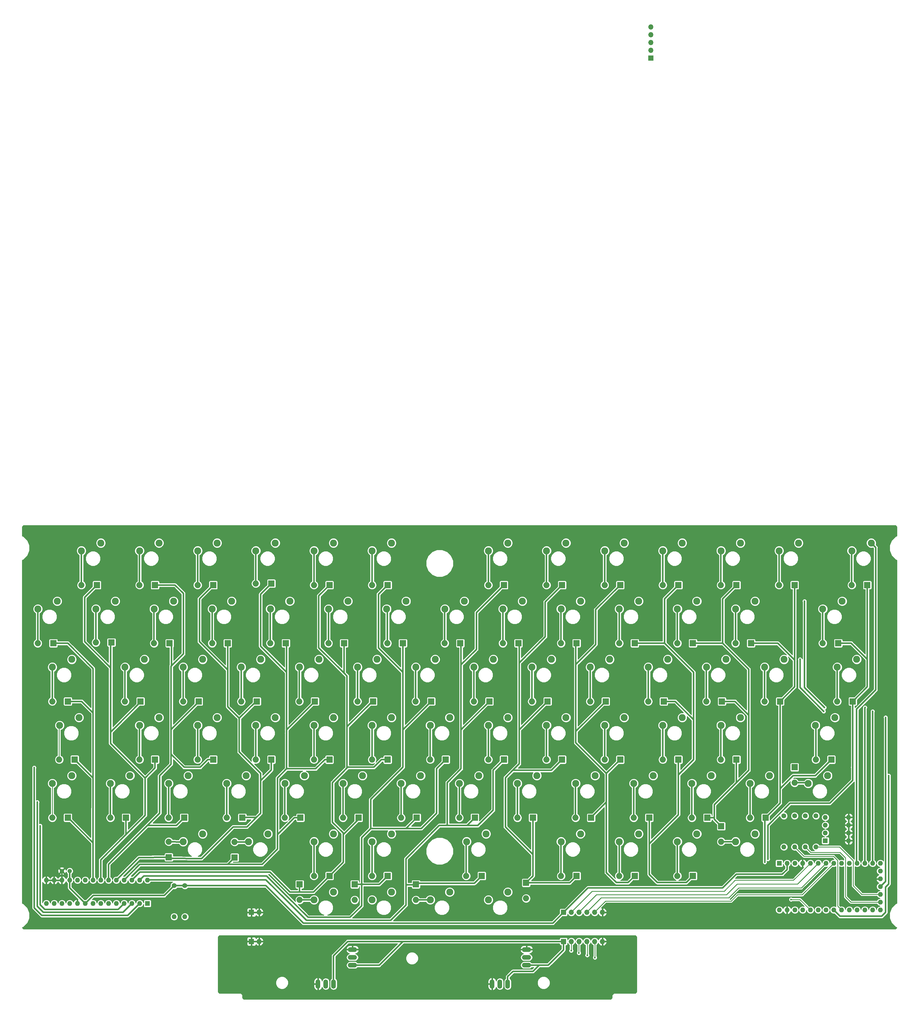
<source format=gbl>
G04 #@! TF.GenerationSoftware,KiCad,Pcbnew,(5.0.0-3-g5ebb6b6)*
G04 #@! TF.CreationDate,2018-10-11T23:35:49+09:00*
G04 #@! TF.ProjectId,asceension,61736365656E73696F6E2E6B69636164,1*
G04 #@! TF.SameCoordinates,PXfde07cc8PYa7cf40c*
G04 #@! TF.FileFunction,Copper,L2,Bot,Signal*
G04 #@! TF.FilePolarity,Positive*
%FSLAX46Y46*%
G04 Gerber Fmt 4.6, Leading zero omitted, Abs format (unit mm)*
G04 Created by KiCad (PCBNEW (5.0.0-3-g5ebb6b6)) date Thursday, October 11, 2018 at 11:35:49 PM*
%MOMM*%
%LPD*%
G01*
G04 APERTURE LIST*
G04 #@! TA.AperFunction,ComponentPad*
%ADD10O,3.000000X1.500000*%
G04 #@! TD*
G04 #@! TA.AperFunction,ComponentPad*
%ADD11O,1.500000X3.000000*%
G04 #@! TD*
G04 #@! TA.AperFunction,ComponentPad*
%ADD12R,1.600000X1.600000*%
G04 #@! TD*
G04 #@! TA.AperFunction,ComponentPad*
%ADD13O,1.600000X1.600000*%
G04 #@! TD*
G04 #@! TA.AperFunction,ComponentPad*
%ADD14C,2.286000*%
G04 #@! TD*
G04 #@! TA.AperFunction,ComponentPad*
%ADD15C,1.600000*%
G04 #@! TD*
G04 #@! TA.AperFunction,ComponentPad*
%ADD16C,1.400000*%
G04 #@! TD*
G04 #@! TA.AperFunction,ComponentPad*
%ADD17R,1.700000X1.700000*%
G04 #@! TD*
G04 #@! TA.AperFunction,ComponentPad*
%ADD18O,1.700000X1.700000*%
G04 #@! TD*
G04 #@! TA.AperFunction,ComponentPad*
%ADD19R,2.000000X2.000000*%
G04 #@! TD*
G04 #@! TA.AperFunction,ComponentPad*
%ADD20O,2.000000X2.000000*%
G04 #@! TD*
G04 #@! TA.AperFunction,ViaPad*
%ADD21C,0.600000*%
G04 #@! TD*
G04 #@! TA.AperFunction,Conductor*
%ADD22C,0.508000*%
G04 #@! TD*
G04 #@! TA.AperFunction,Conductor*
%ADD23C,0.254000*%
G04 #@! TD*
G04 APERTURE END LIST*
D10*
G04 #@! TO.P,JPAD2,1*
G04 #@! TO.N,GND*
X180400000Y24840000D03*
G04 #@! TO.P,JPAD2,2*
G04 #@! TO.N,Net-(J1-Pad5)*
X180400000Y22300000D03*
G04 #@! TO.P,JPAD2,3*
G04 #@! TO.N,+5V*
X180400000Y19760000D03*
D11*
G04 #@! TO.P,JPAD2,4*
X174240000Y13600000D03*
G04 #@! TO.P,JPAD2,5*
G04 #@! TO.N,Net-(J1-Pad4)*
X171700000Y13600000D03*
G04 #@! TO.P,JPAD2,6*
G04 #@! TO.N,GND*
X169160000Y13600000D03*
G04 #@! TD*
D12*
G04 #@! TO.P,U1,1*
G04 #@! TO.N,Net-(U1-Pad1)*
X262999640Y53021100D03*
D13*
G04 #@! TO.P,U1,20*
G04 #@! TO.N,Net-(U1-Pad20)*
X296019640Y37781100D03*
G04 #@! TO.P,U1,2*
G04 #@! TO.N,+5V*
X265539640Y53021100D03*
G04 #@! TO.P,U1,21*
G04 #@! TO.N,Net-(U1-Pad21)*
X293479640Y37781100D03*
G04 #@! TO.P,U1,3*
G04 #@! TO.N,Net-(U1-Pad3)*
X268079640Y53021100D03*
G04 #@! TO.P,U1,22*
G04 #@! TO.N,Net-(R5-Pad2)*
X290939640Y37781100D03*
G04 #@! TO.P,U1,4*
G04 #@! TO.N,GND*
X270619640Y53021100D03*
G04 #@! TO.P,U1,23*
G04 #@! TO.N,Net-(R6-Pad2)*
X288399640Y37781100D03*
G04 #@! TO.P,U1,5*
G04 #@! TO.N,/JPAD_LY*
X273159640Y53021100D03*
G04 #@! TO.P,U1,24*
G04 #@! TO.N,Net-(U1-Pad24)*
X285859640Y37781100D03*
G04 #@! TO.P,U1,6*
G04 #@! TO.N,/JPAD_LX*
X275699640Y53021100D03*
G04 #@! TO.P,U1,25*
G04 #@! TO.N,/DSW4*
X283319640Y37781100D03*
G04 #@! TO.P,U1,7*
G04 #@! TO.N,/JPAD_RY*
X278239640Y53021100D03*
G04 #@! TO.P,U1,26*
G04 #@! TO.N,ROW4*
X280779640Y37781100D03*
G04 #@! TO.P,U1,8*
G04 #@! TO.N,/JPAD_RX*
X280779640Y53021100D03*
G04 #@! TO.P,U1,27*
G04 #@! TO.N,ROW5*
X278239640Y37781100D03*
G04 #@! TO.P,U1,9*
G04 #@! TO.N,Net-(U1-Pad9)*
X283319640Y53021100D03*
G04 #@! TO.P,U1,28*
G04 #@! TO.N,ROW6*
X275699640Y37781100D03*
G04 #@! TO.P,U1,10*
G04 #@! TO.N,Net-(U1-Pad10)*
X285859640Y53021100D03*
G04 #@! TO.P,U1,29*
G04 #@! TO.N,/DSW2*
X273159640Y37781100D03*
G04 #@! TO.P,U1,11*
G04 #@! TO.N,ROW0*
X288399640Y53021100D03*
G04 #@! TO.P,U1,30*
G04 #@! TO.N,Net-(U1-Pad30)*
X270619640Y37781100D03*
G04 #@! TO.P,U1,12*
G04 #@! TO.N,ROW1*
X290939640Y53021100D03*
G04 #@! TO.P,U1,31*
G04 #@! TO.N,Net-(U1-Pad31)*
X268079640Y37781100D03*
G04 #@! TO.P,U1,13*
G04 #@! TO.N,ROW2*
X293479640Y53021100D03*
G04 #@! TO.P,U1,32*
G04 #@! TO.N,GND*
X265539640Y37781100D03*
G04 #@! TO.P,U1,14*
G04 #@! TO.N,Net-(U1-Pad14)*
X296019640Y53021100D03*
G04 #@! TO.P,U1,33*
G04 #@! TO.N,Net-(U1-Pad33)*
X262999640Y37781100D03*
G04 #@! TO.P,U1,15*
G04 #@! TO.N,Net-(U1-Pad15)*
X296019640Y50481100D03*
G04 #@! TO.P,U1,16*
G04 #@! TO.N,GND*
X296019640Y47941100D03*
G04 #@! TO.P,U1,17*
G04 #@! TO.N,ROW3*
X296019640Y45401100D03*
G04 #@! TO.P,U1,18*
G04 #@! TO.N,/DSW3*
X296019640Y42861100D03*
G04 #@! TO.P,U1,19*
G04 #@! TO.N,/DSW1*
X296019640Y40321100D03*
G04 #@! TD*
D14*
G04 #@! TO.P,SW55,1*
G04 #@! TO.N,ROW5*
X167174640Y62631100D03*
G04 #@! TO.P,SW55,2*
G04 #@! TO.N,Net-(D55-Pad2)*
X160824640Y60091100D03*
G04 #@! TD*
G04 #@! TO.P,SW34,1*
G04 #@! TO.N,ROW5*
X95924640Y62631100D03*
G04 #@! TO.P,SW34,2*
G04 #@! TO.N,Net-(D34-Pad2)*
X89574640Y60091100D03*
G04 #@! TD*
G04 #@! TO.P,SW93,1*
G04 #@! TO.N,ROW1*
X283549640Y138631100D03*
G04 #@! TO.P,SW93,2*
G04 #@! TO.N,Net-(D93-Pad2)*
X277199640Y136091100D03*
G04 #@! TD*
G04 #@! TO.P,SW94,1*
G04 #@! TO.N,ROW2*
X288299640Y119631100D03*
G04 #@! TO.P,SW94,2*
G04 #@! TO.N,Net-(D94-Pad2)*
X281949640Y117091100D03*
G04 #@! TD*
G04 #@! TO.P,SW4,1*
G04 #@! TO.N,ROW3*
X34174640Y100631100D03*
G04 #@! TO.P,SW4,2*
G04 #@! TO.N,Net-(D4-Pad2)*
X27824640Y98091100D03*
G04 #@! TD*
G04 #@! TO.P,SW3,1*
G04 #@! TO.N,ROW2*
X31799640Y119631100D03*
G04 #@! TO.P,SW3,2*
G04 #@! TO.N,Net-(D3-Pad2)*
X25449640Y117091100D03*
G04 #@! TD*
D12*
G04 #@! TO.P,U2,1*
G04 #@! TO.N,COL8*
X56509640Y39901100D03*
D13*
G04 #@! TO.P,U2,15*
G04 #@! TO.N,GND*
X23489640Y47521100D03*
G04 #@! TO.P,U2,2*
G04 #@! TO.N,COL9*
X53969640Y39901100D03*
G04 #@! TO.P,U2,16*
G04 #@! TO.N,GND*
X26029640Y47521100D03*
G04 #@! TO.P,U2,3*
G04 #@! TO.N,COL10*
X51429640Y39901100D03*
G04 #@! TO.P,U2,17*
G04 #@! TO.N,GND*
X28569640Y47521100D03*
G04 #@! TO.P,U2,4*
G04 #@! TO.N,COL11*
X48889640Y39901100D03*
G04 #@! TO.P,U2,18*
G04 #@! TO.N,+5V*
X31109640Y47521100D03*
G04 #@! TO.P,U2,5*
G04 #@! TO.N,COL12*
X46349640Y39901100D03*
G04 #@! TO.P,U2,19*
G04 #@! TO.N,Net-(U2-Pad19)*
X33649640Y47521100D03*
G04 #@! TO.P,U2,6*
G04 #@! TO.N,COL13*
X43809640Y39901100D03*
G04 #@! TO.P,U2,20*
G04 #@! TO.N,Net-(U2-Pad20)*
X36189640Y47521100D03*
G04 #@! TO.P,U2,7*
G04 #@! TO.N,Net-(U2-Pad7)*
X41269640Y39901100D03*
G04 #@! TO.P,U2,21*
G04 #@! TO.N,COL0*
X38729640Y47521100D03*
G04 #@! TO.P,U2,8*
G04 #@! TO.N,Net-(U2-Pad8)*
X38729640Y39901100D03*
G04 #@! TO.P,U2,22*
G04 #@! TO.N,COL1*
X41269640Y47521100D03*
G04 #@! TO.P,U2,9*
G04 #@! TO.N,+5V*
X36189640Y39901100D03*
G04 #@! TO.P,U2,23*
G04 #@! TO.N,COL2*
X43809640Y47521100D03*
G04 #@! TO.P,U2,10*
G04 #@! TO.N,GND*
X33649640Y39901100D03*
G04 #@! TO.P,U2,24*
G04 #@! TO.N,COL3*
X46349640Y47521100D03*
G04 #@! TO.P,U2,11*
G04 #@! TO.N,N/C*
X31109640Y39901100D03*
G04 #@! TO.P,U2,25*
G04 #@! TO.N,COL4*
X48889640Y47521100D03*
G04 #@! TO.P,U2,12*
G04 #@! TO.N,Net-(R6-Pad2)*
X28569640Y39901100D03*
G04 #@! TO.P,U2,26*
G04 #@! TO.N,COL5*
X51429640Y47521100D03*
G04 #@! TO.P,U2,13*
G04 #@! TO.N,Net-(R5-Pad2)*
X26029640Y39901100D03*
G04 #@! TO.P,U2,27*
G04 #@! TO.N,COL6*
X53969640Y47521100D03*
G04 #@! TO.P,U2,14*
G04 #@! TO.N,N/C*
X23489640Y39901100D03*
G04 #@! TO.P,U2,28*
G04 #@! TO.N,COL7*
X56509640Y47521100D03*
G04 #@! TD*
D15*
G04 #@! TO.P,R6,1*
G04 #@! TO.N,+5V*
X68750000Y45750000D03*
D13*
G04 #@! TO.P,R6,2*
G04 #@! TO.N,Net-(R6-Pad2)*
X68750000Y35590000D03*
G04 #@! TD*
D15*
G04 #@! TO.P,R5,1*
G04 #@! TO.N,+5V*
X65250000Y45750000D03*
D13*
G04 #@! TO.P,R5,2*
G04 #@! TO.N,Net-(R5-Pad2)*
X65250000Y35590000D03*
G04 #@! TD*
D15*
G04 #@! TO.P,R4,1*
G04 #@! TO.N,+5V*
X271500000Y68500000D03*
D13*
G04 #@! TO.P,R4,2*
G04 #@! TO.N,/DSW1*
X271500000Y58340000D03*
G04 #@! TD*
D15*
G04 #@! TO.P,R3,1*
G04 #@! TO.N,+5V*
X264500000Y68500000D03*
D13*
G04 #@! TO.P,R3,2*
G04 #@! TO.N,/DSW2*
X264500000Y58340000D03*
G04 #@! TD*
D15*
G04 #@! TO.P,R2,1*
G04 #@! TO.N,+5V*
X275000000Y68500000D03*
D13*
G04 #@! TO.P,R2,2*
G04 #@! TO.N,/DSW3*
X275000000Y58340000D03*
G04 #@! TD*
D15*
G04 #@! TO.P,R1,1*
G04 #@! TO.N,+5V*
X268000000Y68500000D03*
D13*
G04 #@! TO.P,R1,2*
G04 #@! TO.N,/DSW4*
X268000000Y58340000D03*
G04 #@! TD*
D10*
G04 #@! TO.P,JPAD1,1*
G04 #@! TO.N,GND*
X123500000Y24840000D03*
G04 #@! TO.P,JPAD1,2*
G04 #@! TO.N,Net-(J1-Pad3)*
X123500000Y22300000D03*
G04 #@! TO.P,JPAD1,3*
G04 #@! TO.N,+5V*
X123500000Y19760000D03*
D11*
G04 #@! TO.P,JPAD1,4*
X117340000Y13600000D03*
G04 #@! TO.P,JPAD1,5*
G04 #@! TO.N,Net-(J1-Pad2)*
X114800000Y13600000D03*
G04 #@! TO.P,JPAD1,6*
G04 #@! TO.N,GND*
X112260000Y13600000D03*
G04 #@! TD*
D12*
G04 #@! TO.P,DSW1,1*
G04 #@! TO.N,/DSW1*
X278050000Y60400000D03*
D13*
G04 #@! TO.P,DSW1,5*
G04 #@! TO.N,GND*
X285670000Y68020000D03*
G04 #@! TO.P,DSW1,2*
G04 #@! TO.N,/DSW2*
X278050000Y62940000D03*
G04 #@! TO.P,DSW1,6*
G04 #@! TO.N,GND*
X285670000Y65480000D03*
G04 #@! TO.P,DSW1,3*
G04 #@! TO.N,/DSW3*
X278050000Y65480000D03*
G04 #@! TO.P,DSW1,7*
G04 #@! TO.N,GND*
X285670000Y62940000D03*
G04 #@! TO.P,DSW1,4*
G04 #@! TO.N,/DSW4*
X278050000Y68020000D03*
G04 #@! TO.P,DSW1,8*
G04 #@! TO.N,GND*
X285670000Y60400000D03*
G04 #@! TD*
D14*
G04 #@! TO.P,SW88,1*
G04 #@! TO.N,ROW3*
X281174640Y100631100D03*
G04 #@! TO.P,SW88,2*
G04 #@! TO.N,Net-(D88-Pad2)*
X274824640Y98091100D03*
G04 #@! TD*
G04 #@! TO.P,SW82,1*
G04 #@! TO.N,ROW4*
X240799640Y81631100D03*
G04 #@! TO.P,SW82,2*
G04 #@! TO.N,Net-(D82-Pad2)*
X234449640Y79091100D03*
G04 #@! TD*
G04 #@! TO.P,SW2,1*
G04 #@! TO.N,ROW1*
X27049640Y138631100D03*
G04 #@! TO.P,SW2,2*
G04 #@! TO.N,Net-(D2-Pad2)*
X20699640Y136091100D03*
G04 #@! TD*
G04 #@! TO.P,SW5,1*
G04 #@! TO.N,ROW4*
X31799640Y81631100D03*
G04 #@! TO.P,SW5,2*
G04 #@! TO.N,Net-(D5-Pad2)*
X25449640Y79091100D03*
G04 #@! TD*
G04 #@! TO.P,SW8,1*
G04 #@! TO.N,ROW0*
X41299640Y157631100D03*
G04 #@! TO.P,SW8,2*
G04 #@! TO.N,Net-(D8-Pad2)*
X34949640Y155091100D03*
G04 #@! TD*
G04 #@! TO.P,SW9,1*
G04 #@! TO.N,ROW1*
X46049640Y138631100D03*
G04 #@! TO.P,SW9,2*
G04 #@! TO.N,Net-(D9-Pad2)*
X39699640Y136091100D03*
G04 #@! TD*
G04 #@! TO.P,SW10,1*
G04 #@! TO.N,ROW2*
X55549640Y119631100D03*
G04 #@! TO.P,SW10,2*
G04 #@! TO.N,Net-(D10-Pad2)*
X49199640Y117091100D03*
G04 #@! TD*
G04 #@! TO.P,SW11,1*
G04 #@! TO.N,ROW3*
X60299640Y100631100D03*
G04 #@! TO.P,SW11,2*
G04 #@! TO.N,Net-(D11-Pad2)*
X53949640Y98091100D03*
G04 #@! TD*
G04 #@! TO.P,SW12,1*
G04 #@! TO.N,ROW4*
X50799640Y81631100D03*
G04 #@! TO.P,SW12,2*
G04 #@! TO.N,Net-(D12-Pad2)*
X44449640Y79091100D03*
G04 #@! TD*
G04 #@! TO.P,SW15,1*
G04 #@! TO.N,ROW0*
X60299640Y157631100D03*
G04 #@! TO.P,SW15,2*
G04 #@! TO.N,Net-(D15-Pad2)*
X53949640Y155091100D03*
G04 #@! TD*
G04 #@! TO.P,SW16,1*
G04 #@! TO.N,ROW1*
X65049640Y138631100D03*
G04 #@! TO.P,SW16,2*
G04 #@! TO.N,Net-(D16-Pad2)*
X58699640Y136091100D03*
G04 #@! TD*
G04 #@! TO.P,SW17,1*
G04 #@! TO.N,ROW2*
X74549640Y119631100D03*
G04 #@! TO.P,SW17,2*
G04 #@! TO.N,Net-(D17-Pad2)*
X68199640Y117091100D03*
G04 #@! TD*
G04 #@! TO.P,SW18,1*
G04 #@! TO.N,ROW3*
X79299640Y100631100D03*
G04 #@! TO.P,SW18,2*
G04 #@! TO.N,Net-(D18-Pad2)*
X72949640Y98091100D03*
G04 #@! TD*
G04 #@! TO.P,SW19,1*
G04 #@! TO.N,ROW4*
X69799640Y81631100D03*
G04 #@! TO.P,SW19,2*
G04 #@! TO.N,Net-(D19-Pad2)*
X63449640Y79091100D03*
G04 #@! TD*
G04 #@! TO.P,SW22,1*
G04 #@! TO.N,ROW0*
X79299640Y157631100D03*
G04 #@! TO.P,SW22,2*
G04 #@! TO.N,Net-(D22-Pad2)*
X72949640Y155091100D03*
G04 #@! TD*
G04 #@! TO.P,SW23,1*
G04 #@! TO.N,ROW1*
X84049640Y138631100D03*
G04 #@! TO.P,SW23,2*
G04 #@! TO.N,Net-(D23-Pad2)*
X77699640Y136091100D03*
G04 #@! TD*
G04 #@! TO.P,SW24,1*
G04 #@! TO.N,ROW2*
X93549640Y119631100D03*
G04 #@! TO.P,SW24,2*
G04 #@! TO.N,Net-(D24-Pad2)*
X87199640Y117091100D03*
G04 #@! TD*
G04 #@! TO.P,SW25,1*
G04 #@! TO.N,ROW3*
X98299640Y100631100D03*
G04 #@! TO.P,SW25,2*
G04 #@! TO.N,Net-(D25-Pad2)*
X91949640Y98091100D03*
G04 #@! TD*
G04 #@! TO.P,SW26,1*
G04 #@! TO.N,ROW4*
X88799640Y81631100D03*
G04 #@! TO.P,SW26,2*
G04 #@! TO.N,Net-(D26-Pad2)*
X82449640Y79091100D03*
G04 #@! TD*
G04 #@! TO.P,SW27,1*
G04 #@! TO.N,ROW5*
X74549640Y62631100D03*
G04 #@! TO.P,SW27,2*
G04 #@! TO.N,Net-(D27-Pad2)*
X68199640Y60091100D03*
G04 #@! TD*
G04 #@! TO.P,SW29,1*
G04 #@! TO.N,ROW0*
X98299640Y157631100D03*
G04 #@! TO.P,SW29,2*
G04 #@! TO.N,Net-(D29-Pad2)*
X91949640Y155091100D03*
G04 #@! TD*
G04 #@! TO.P,SW30,1*
G04 #@! TO.N,ROW1*
X103049640Y138631100D03*
G04 #@! TO.P,SW30,2*
G04 #@! TO.N,Net-(D30-Pad2)*
X96699640Y136091100D03*
G04 #@! TD*
G04 #@! TO.P,SW31,1*
G04 #@! TO.N,ROW2*
X112549640Y119631100D03*
G04 #@! TO.P,SW31,2*
G04 #@! TO.N,Net-(D31-Pad2)*
X106199640Y117091100D03*
G04 #@! TD*
G04 #@! TO.P,SW32,1*
G04 #@! TO.N,ROW3*
X117299640Y100631100D03*
G04 #@! TO.P,SW32,2*
G04 #@! TO.N,Net-(D32-Pad2)*
X110949640Y98091100D03*
G04 #@! TD*
G04 #@! TO.P,SW33,1*
G04 #@! TO.N,ROW4*
X107799640Y81631100D03*
G04 #@! TO.P,SW33,2*
G04 #@! TO.N,Net-(D33-Pad2)*
X101449640Y79091100D03*
G04 #@! TD*
G04 #@! TO.P,SW36,1*
G04 #@! TO.N,ROW0*
X117299640Y157631100D03*
G04 #@! TO.P,SW36,2*
G04 #@! TO.N,Net-(D36-Pad2)*
X110949640Y155091100D03*
G04 #@! TD*
G04 #@! TO.P,SW37,1*
G04 #@! TO.N,ROW1*
X122049640Y138631100D03*
G04 #@! TO.P,SW37,2*
G04 #@! TO.N,Net-(D37-Pad2)*
X115699640Y136091100D03*
G04 #@! TD*
G04 #@! TO.P,SW38,1*
G04 #@! TO.N,ROW2*
X131549640Y119631100D03*
G04 #@! TO.P,SW38,2*
G04 #@! TO.N,Net-(D38-Pad2)*
X125199640Y117091100D03*
G04 #@! TD*
G04 #@! TO.P,SW39,1*
G04 #@! TO.N,ROW3*
X136299640Y100631100D03*
G04 #@! TO.P,SW39,2*
G04 #@! TO.N,Net-(D39-Pad2)*
X129949640Y98091100D03*
G04 #@! TD*
G04 #@! TO.P,SW40,1*
G04 #@! TO.N,ROW4*
X126799640Y81631100D03*
G04 #@! TO.P,SW40,2*
G04 #@! TO.N,Net-(D40-Pad2)*
X120449640Y79091100D03*
G04 #@! TD*
G04 #@! TO.P,SW41,1*
G04 #@! TO.N,ROW5*
X117299640Y62631100D03*
G04 #@! TO.P,SW41,2*
G04 #@! TO.N,Net-(D41-Pad2)*
X110949640Y60091100D03*
G04 #@! TD*
G04 #@! TO.P,SW42,1*
G04 #@! TO.N,ROW6*
X117299640Y43631100D03*
G04 #@! TO.P,SW42,2*
G04 #@! TO.N,Net-(D42-Pad2)*
X110949640Y41091100D03*
G04 #@! TD*
G04 #@! TO.P,SW43,1*
G04 #@! TO.N,ROW0*
X136299640Y157631100D03*
G04 #@! TO.P,SW43,2*
G04 #@! TO.N,Net-(D43-Pad2)*
X129949640Y155091100D03*
G04 #@! TD*
G04 #@! TO.P,SW44,1*
G04 #@! TO.N,ROW1*
X141049640Y138631100D03*
G04 #@! TO.P,SW44,2*
G04 #@! TO.N,Net-(D44-Pad2)*
X134699640Y136091100D03*
G04 #@! TD*
G04 #@! TO.P,SW45,1*
G04 #@! TO.N,ROW2*
X150549640Y119631100D03*
G04 #@! TO.P,SW45,2*
G04 #@! TO.N,Net-(D45-Pad2)*
X144199640Y117091100D03*
G04 #@! TD*
G04 #@! TO.P,SW46,1*
G04 #@! TO.N,ROW3*
X155299640Y100631100D03*
G04 #@! TO.P,SW46,2*
G04 #@! TO.N,Net-(D46-Pad2)*
X148949640Y98091100D03*
G04 #@! TD*
G04 #@! TO.P,SW47,1*
G04 #@! TO.N,ROW4*
X145799640Y81631100D03*
G04 #@! TO.P,SW47,2*
G04 #@! TO.N,Net-(D47-Pad2)*
X139449640Y79091100D03*
G04 #@! TD*
G04 #@! TO.P,SW48,1*
G04 #@! TO.N,ROW5*
X136299640Y62631100D03*
G04 #@! TO.P,SW48,2*
G04 #@! TO.N,Net-(D48-Pad2)*
X129949640Y60091100D03*
G04 #@! TD*
G04 #@! TO.P,SW49,1*
G04 #@! TO.N,ROW6*
X136299640Y43631100D03*
G04 #@! TO.P,SW49,2*
G04 #@! TO.N,Net-(D49-Pad2)*
X129949640Y41091100D03*
G04 #@! TD*
G04 #@! TO.P,SW50,1*
G04 #@! TO.N,ROW0*
X174299640Y157631100D03*
G04 #@! TO.P,SW50,2*
G04 #@! TO.N,Net-(D50-Pad2)*
X167949640Y155091100D03*
G04 #@! TD*
G04 #@! TO.P,SW51,1*
G04 #@! TO.N,ROW1*
X160049640Y138631100D03*
G04 #@! TO.P,SW51,2*
G04 #@! TO.N,Net-(D51-Pad2)*
X153699640Y136091100D03*
G04 #@! TD*
G04 #@! TO.P,SW52,1*
G04 #@! TO.N,ROW2*
X169549640Y119631100D03*
G04 #@! TO.P,SW52,2*
G04 #@! TO.N,Net-(D52-Pad2)*
X163199640Y117091100D03*
G04 #@! TD*
G04 #@! TO.P,SW53,1*
G04 #@! TO.N,ROW3*
X174299640Y100631100D03*
G04 #@! TO.P,SW53,2*
G04 #@! TO.N,Net-(D53-Pad2)*
X167949640Y98091100D03*
G04 #@! TD*
G04 #@! TO.P,SW54,1*
G04 #@! TO.N,ROW4*
X164799640Y81631100D03*
G04 #@! TO.P,SW54,2*
G04 #@! TO.N,Net-(D54-Pad2)*
X158449640Y79091100D03*
G04 #@! TD*
G04 #@! TO.P,SW56,1*
G04 #@! TO.N,ROW6*
X155299640Y43631100D03*
G04 #@! TO.P,SW56,2*
G04 #@! TO.N,Net-(D56-Pad2)*
X148949640Y41091100D03*
G04 #@! TD*
G04 #@! TO.P,SW57,1*
G04 #@! TO.N,ROW0*
X193299640Y157631100D03*
G04 #@! TO.P,SW57,2*
G04 #@! TO.N,Net-(D57-Pad2)*
X186949640Y155091100D03*
G04 #@! TD*
G04 #@! TO.P,SW58,1*
G04 #@! TO.N,ROW1*
X179049640Y138631100D03*
G04 #@! TO.P,SW58,2*
G04 #@! TO.N,Net-(D58-Pad2)*
X172699640Y136091100D03*
G04 #@! TD*
G04 #@! TO.P,SW59,1*
G04 #@! TO.N,ROW2*
X188549640Y119631100D03*
G04 #@! TO.P,SW59,2*
G04 #@! TO.N,Net-(D59-Pad2)*
X182199640Y117091100D03*
G04 #@! TD*
G04 #@! TO.P,SW60,1*
G04 #@! TO.N,ROW3*
X193299640Y100631100D03*
G04 #@! TO.P,SW60,2*
G04 #@! TO.N,Net-(D60-Pad2)*
X186949640Y98091100D03*
G04 #@! TD*
G04 #@! TO.P,SW61,1*
G04 #@! TO.N,ROW4*
X183799640Y81631100D03*
G04 #@! TO.P,SW61,2*
G04 #@! TO.N,Net-(D61-Pad2)*
X177449640Y79091100D03*
G04 #@! TD*
G04 #@! TO.P,SW62,1*
G04 #@! TO.N,ROW5*
X198049640Y62631100D03*
G04 #@! TO.P,SW62,2*
G04 #@! TO.N,Net-(D62-Pad2)*
X191699640Y60091100D03*
G04 #@! TD*
G04 #@! TO.P,SW63,1*
G04 #@! TO.N,ROW6*
X174299640Y43631100D03*
G04 #@! TO.P,SW63,2*
G04 #@! TO.N,Net-(D63-Pad2)*
X167949640Y41091100D03*
G04 #@! TD*
G04 #@! TO.P,SW64,1*
G04 #@! TO.N,ROW0*
X212299640Y157631100D03*
G04 #@! TO.P,SW64,2*
G04 #@! TO.N,Net-(D64-Pad2)*
X205949640Y155091100D03*
G04 #@! TD*
G04 #@! TO.P,SW65,1*
G04 #@! TO.N,ROW1*
X198049640Y138631100D03*
G04 #@! TO.P,SW65,2*
G04 #@! TO.N,Net-(D65-Pad2)*
X191699640Y136091100D03*
G04 #@! TD*
G04 #@! TO.P,SW66,1*
G04 #@! TO.N,ROW2*
X207549640Y119631100D03*
G04 #@! TO.P,SW66,2*
G04 #@! TO.N,Net-(D66-Pad2)*
X201199640Y117091100D03*
G04 #@! TD*
G04 #@! TO.P,SW67,1*
G04 #@! TO.N,ROW3*
X212299640Y100631100D03*
G04 #@! TO.P,SW67,2*
G04 #@! TO.N,Net-(D67-Pad2)*
X205949640Y98091100D03*
G04 #@! TD*
G04 #@! TO.P,SW68,1*
G04 #@! TO.N,ROW4*
X202799640Y81631100D03*
G04 #@! TO.P,SW68,2*
G04 #@! TO.N,Net-(D68-Pad2)*
X196449640Y79091100D03*
G04 #@! TD*
G04 #@! TO.P,SW69,1*
G04 #@! TO.N,ROW5*
X217049640Y62631100D03*
G04 #@! TO.P,SW69,2*
G04 #@! TO.N,Net-(D69-Pad2)*
X210699640Y60091100D03*
G04 #@! TD*
G04 #@! TO.P,SW71,1*
G04 #@! TO.N,ROW0*
X231299640Y157631100D03*
G04 #@! TO.P,SW71,2*
G04 #@! TO.N,Net-(D71-Pad2)*
X224949640Y155091100D03*
G04 #@! TD*
G04 #@! TO.P,SW72,1*
G04 #@! TO.N,ROW1*
X217049640Y138631100D03*
G04 #@! TO.P,SW72,2*
G04 #@! TO.N,Net-(D72-Pad2)*
X210699640Y136091100D03*
G04 #@! TD*
G04 #@! TO.P,SW73,1*
G04 #@! TO.N,ROW2*
X226549640Y119631100D03*
G04 #@! TO.P,SW73,2*
G04 #@! TO.N,Net-(D73-Pad2)*
X220199640Y117091100D03*
G04 #@! TD*
G04 #@! TO.P,SW74,1*
G04 #@! TO.N,ROW3*
X231299640Y100631100D03*
G04 #@! TO.P,SW74,2*
G04 #@! TO.N,Net-(D74-Pad2)*
X224949640Y98091100D03*
G04 #@! TD*
G04 #@! TO.P,SW75,1*
G04 #@! TO.N,ROW4*
X221799640Y81631100D03*
G04 #@! TO.P,SW75,2*
G04 #@! TO.N,Net-(D75-Pad2)*
X215449640Y79091100D03*
G04 #@! TD*
G04 #@! TO.P,SW76,1*
G04 #@! TO.N,ROW5*
X236049640Y62631100D03*
G04 #@! TO.P,SW76,2*
G04 #@! TO.N,Net-(D76-Pad2)*
X229699640Y60091100D03*
G04 #@! TD*
G04 #@! TO.P,SW78,1*
G04 #@! TO.N,ROW0*
X250299640Y157631100D03*
G04 #@! TO.P,SW78,2*
G04 #@! TO.N,Net-(D78-Pad2)*
X243949640Y155091100D03*
G04 #@! TD*
G04 #@! TO.P,SW79,1*
G04 #@! TO.N,ROW1*
X236049640Y138631100D03*
G04 #@! TO.P,SW79,2*
G04 #@! TO.N,Net-(D79-Pad2)*
X229699640Y136091100D03*
G04 #@! TD*
G04 #@! TO.P,SW80,1*
G04 #@! TO.N,ROW2*
X245549640Y119631100D03*
G04 #@! TO.P,SW80,2*
G04 #@! TO.N,Net-(D80-Pad2)*
X239199640Y117091100D03*
G04 #@! TD*
G04 #@! TO.P,SW81,1*
G04 #@! TO.N,ROW3*
X250299640Y100631100D03*
G04 #@! TO.P,SW81,2*
G04 #@! TO.N,Net-(D81-Pad2)*
X243949640Y98091100D03*
G04 #@! TD*
G04 #@! TO.P,SW83,1*
G04 #@! TO.N,ROW5*
X255049640Y62631100D03*
G04 #@! TO.P,SW83,2*
G04 #@! TO.N,Net-(D83-Pad2)*
X248699640Y60091100D03*
G04 #@! TD*
G04 #@! TO.P,SW85,1*
G04 #@! TO.N,ROW0*
X269299640Y157631100D03*
G04 #@! TO.P,SW85,2*
G04 #@! TO.N,Net-(D85-Pad2)*
X262949640Y155091100D03*
G04 #@! TD*
G04 #@! TO.P,SW86,1*
G04 #@! TO.N,ROW1*
X255049640Y138631100D03*
G04 #@! TO.P,SW86,2*
G04 #@! TO.N,Net-(D86-Pad2)*
X248699640Y136091100D03*
G04 #@! TD*
G04 #@! TO.P,SW87,1*
G04 #@! TO.N,ROW2*
X264549640Y119631100D03*
G04 #@! TO.P,SW87,2*
G04 #@! TO.N,Net-(D87-Pad2)*
X258199640Y117091100D03*
G04 #@! TD*
G04 #@! TO.P,SW89,1*
G04 #@! TO.N,ROW4*
X259799640Y81631100D03*
G04 #@! TO.P,SW89,2*
G04 #@! TO.N,Net-(D89-Pad2)*
X253449640Y79091100D03*
G04 #@! TD*
G04 #@! TO.P,SW92,1*
G04 #@! TO.N,ROW0*
X293049640Y157631100D03*
G04 #@! TO.P,SW92,2*
G04 #@! TO.N,Net-(D92-Pad2)*
X286699640Y155091100D03*
G04 #@! TD*
G04 #@! TO.P,SW96,1*
G04 #@! TO.N,ROW4*
X278799640Y81631100D03*
G04 #@! TO.P,SW96,2*
G04 #@! TO.N,Net-(D96-Pad2)*
X272449640Y79091100D03*
G04 #@! TD*
D16*
G04 #@! TO.P,C1,1*
G04 #@! TO.N,+5V*
X31100000Y50500000D03*
G04 #@! TO.P,C1,2*
G04 #@! TO.N,GND*
X28600000Y50500000D03*
G04 #@! TD*
D17*
G04 #@! TO.P,J1,1*
G04 #@! TO.N,+5V*
X192500000Y27500000D03*
D18*
G04 #@! TO.P,J1,2*
G04 #@! TO.N,Net-(J1-Pad2)*
X195040000Y27500000D03*
G04 #@! TO.P,J1,3*
G04 #@! TO.N,Net-(J1-Pad3)*
X197580000Y27500000D03*
G04 #@! TO.P,J1,4*
G04 #@! TO.N,Net-(J1-Pad4)*
X200120000Y27500000D03*
G04 #@! TO.P,J1,5*
G04 #@! TO.N,Net-(J1-Pad5)*
X202660000Y27500000D03*
G04 #@! TO.P,J1,6*
G04 #@! TO.N,GND*
X205200000Y27500000D03*
G04 #@! TD*
D17*
G04 #@! TO.P,J2,1*
G04 #@! TO.N,+5V*
X192500000Y37000000D03*
D18*
G04 #@! TO.P,J2,2*
G04 #@! TO.N,/JPAD_LY*
X195040000Y37000000D03*
G04 #@! TO.P,J2,3*
G04 #@! TO.N,/JPAD_LX*
X197580000Y37000000D03*
G04 #@! TO.P,J2,4*
G04 #@! TO.N,/JPAD_RY*
X200120000Y37000000D03*
G04 #@! TO.P,J2,5*
G04 #@! TO.N,/JPAD_RX*
X202660000Y37000000D03*
G04 #@! TO.P,J2,6*
G04 #@! TO.N,GND*
X205200000Y37000000D03*
G04 #@! TD*
D17*
G04 #@! TO.P,J3,1*
G04 #@! TO.N,GND*
X90500000Y27500000D03*
D18*
G04 #@! TO.P,J3,2*
X93040000Y27500000D03*
G04 #@! TD*
D17*
G04 #@! TO.P,J4,1*
G04 #@! TO.N,GND*
X90500000Y37000000D03*
D18*
G04 #@! TO.P,J4,2*
X93040000Y37000000D03*
G04 #@! TD*
D19*
G04 #@! TO.P,D2,1*
G04 #@! TO.N,COL0*
X25759640Y124901100D03*
D20*
G04 #@! TO.P,D2,2*
G04 #@! TO.N,Net-(D2-Pad2)*
X20679640Y124901100D03*
G04 #@! TD*
D19*
G04 #@! TO.P,D3,1*
G04 #@! TO.N,COL0*
X30509640Y105901100D03*
D20*
G04 #@! TO.P,D3,2*
G04 #@! TO.N,Net-(D3-Pad2)*
X25429640Y105901100D03*
G04 #@! TD*
D19*
G04 #@! TO.P,D4,1*
G04 #@! TO.N,COL0*
X32759640Y86901100D03*
D20*
G04 #@! TO.P,D4,2*
G04 #@! TO.N,Net-(D4-Pad2)*
X27679640Y86901100D03*
G04 #@! TD*
D19*
G04 #@! TO.P,D5,1*
G04 #@! TO.N,COL0*
X30509640Y67901100D03*
D20*
G04 #@! TO.P,D5,2*
G04 #@! TO.N,Net-(D5-Pad2)*
X25429640Y67901100D03*
G04 #@! TD*
D19*
G04 #@! TO.P,D9,1*
G04 #@! TO.N,COL1*
X44759640Y125151100D03*
D20*
G04 #@! TO.P,D9,2*
G04 #@! TO.N,Net-(D9-Pad2)*
X39679640Y125151100D03*
G04 #@! TD*
D19*
G04 #@! TO.P,D10,1*
G04 #@! TO.N,COL1*
X54259640Y105901100D03*
D20*
G04 #@! TO.P,D10,2*
G04 #@! TO.N,Net-(D10-Pad2)*
X49179640Y105901100D03*
G04 #@! TD*
D19*
G04 #@! TO.P,D11,1*
G04 #@! TO.N,COL1*
X59009640Y86901100D03*
D20*
G04 #@! TO.P,D11,2*
G04 #@! TO.N,Net-(D11-Pad2)*
X53929640Y86901100D03*
G04 #@! TD*
D19*
G04 #@! TO.P,D12,1*
G04 #@! TO.N,COL1*
X49509640Y67901100D03*
D20*
G04 #@! TO.P,D12,2*
G04 #@! TO.N,Net-(D12-Pad2)*
X44429640Y67901100D03*
G04 #@! TD*
D19*
G04 #@! TO.P,D15,1*
G04 #@! TO.N,COL2*
X59009640Y143901100D03*
D20*
G04 #@! TO.P,D15,2*
G04 #@! TO.N,Net-(D15-Pad2)*
X53929640Y143901100D03*
G04 #@! TD*
D19*
G04 #@! TO.P,D16,1*
G04 #@! TO.N,COL2*
X63759640Y124901100D03*
D20*
G04 #@! TO.P,D16,2*
G04 #@! TO.N,Net-(D16-Pad2)*
X58679640Y124901100D03*
G04 #@! TD*
D19*
G04 #@! TO.P,D17,1*
G04 #@! TO.N,COL2*
X73259640Y105901100D03*
D20*
G04 #@! TO.P,D17,2*
G04 #@! TO.N,Net-(D17-Pad2)*
X68179640Y105901100D03*
G04 #@! TD*
D19*
G04 #@! TO.P,D18,1*
G04 #@! TO.N,COL2*
X78009640Y86901100D03*
D20*
G04 #@! TO.P,D18,2*
G04 #@! TO.N,Net-(D18-Pad2)*
X72929640Y86901100D03*
G04 #@! TD*
D19*
G04 #@! TO.P,D19,1*
G04 #@! TO.N,COL2*
X68509640Y67901100D03*
D20*
G04 #@! TO.P,D19,2*
G04 #@! TO.N,Net-(D19-Pad2)*
X63429640Y67901100D03*
G04 #@! TD*
D19*
G04 #@! TO.P,D22,1*
G04 #@! TO.N,COL3*
X78009640Y143901100D03*
D20*
G04 #@! TO.P,D22,2*
G04 #@! TO.N,Net-(D22-Pad2)*
X72929640Y143901100D03*
G04 #@! TD*
D19*
G04 #@! TO.P,D23,1*
G04 #@! TO.N,COL3*
X82759640Y124901100D03*
D20*
G04 #@! TO.P,D23,2*
G04 #@! TO.N,Net-(D23-Pad2)*
X77679640Y124901100D03*
G04 #@! TD*
D19*
G04 #@! TO.P,D24,1*
G04 #@! TO.N,COL3*
X92259640Y105901100D03*
D20*
G04 #@! TO.P,D24,2*
G04 #@! TO.N,Net-(D24-Pad2)*
X87179640Y105901100D03*
G04 #@! TD*
D19*
G04 #@! TO.P,D25,1*
G04 #@! TO.N,COL3*
X97009640Y86901100D03*
D20*
G04 #@! TO.P,D25,2*
G04 #@! TO.N,Net-(D25-Pad2)*
X91929640Y86901100D03*
G04 #@! TD*
D19*
G04 #@! TO.P,D26,1*
G04 #@! TO.N,COL3*
X87509640Y67901100D03*
D20*
G04 #@! TO.P,D26,2*
G04 #@! TO.N,Net-(D26-Pad2)*
X82429640Y67901100D03*
G04 #@! TD*
D19*
G04 #@! TO.P,D27,1*
G04 #@! TO.N,COL3*
X63500000Y55000000D03*
D20*
G04 #@! TO.P,D27,2*
G04 #@! TO.N,Net-(D27-Pad2)*
X63500000Y60080000D03*
G04 #@! TD*
D19*
G04 #@! TO.P,D29,1*
G04 #@! TO.N,COL4*
X97009640Y144401100D03*
D20*
G04 #@! TO.P,D29,2*
G04 #@! TO.N,Net-(D29-Pad2)*
X91929640Y144401100D03*
G04 #@! TD*
D19*
G04 #@! TO.P,D30,1*
G04 #@! TO.N,COL4*
X101759640Y124901100D03*
D20*
G04 #@! TO.P,D30,2*
G04 #@! TO.N,Net-(D30-Pad2)*
X96679640Y124901100D03*
G04 #@! TD*
D19*
G04 #@! TO.P,D31,1*
G04 #@! TO.N,COL4*
X111259640Y105901100D03*
D20*
G04 #@! TO.P,D31,2*
G04 #@! TO.N,Net-(D31-Pad2)*
X106179640Y105901100D03*
G04 #@! TD*
D19*
G04 #@! TO.P,D32,1*
G04 #@! TO.N,COL4*
X116009640Y86901100D03*
D20*
G04 #@! TO.P,D32,2*
G04 #@! TO.N,Net-(D32-Pad2)*
X110929640Y86901100D03*
G04 #@! TD*
D19*
G04 #@! TO.P,D33,1*
G04 #@! TO.N,COL4*
X106509640Y67901100D03*
D20*
G04 #@! TO.P,D33,2*
G04 #@! TO.N,Net-(D33-Pad2)*
X101429640Y67901100D03*
G04 #@! TD*
D19*
G04 #@! TO.P,D34,1*
G04 #@! TO.N,COL4*
X85009640Y54901100D03*
D20*
G04 #@! TO.P,D34,2*
G04 #@! TO.N,Net-(D34-Pad2)*
X85009640Y59981100D03*
G04 #@! TD*
D19*
G04 #@! TO.P,D36,1*
G04 #@! TO.N,COL5*
X116009640Y143901100D03*
D20*
G04 #@! TO.P,D36,2*
G04 #@! TO.N,Net-(D36-Pad2)*
X110929640Y143901100D03*
G04 #@! TD*
D19*
G04 #@! TO.P,D37,1*
G04 #@! TO.N,COL5*
X120759640Y124901100D03*
D20*
G04 #@! TO.P,D37,2*
G04 #@! TO.N,Net-(D37-Pad2)*
X115679640Y124901100D03*
G04 #@! TD*
D19*
G04 #@! TO.P,D38,1*
G04 #@! TO.N,COL5*
X130259640Y105901100D03*
D20*
G04 #@! TO.P,D38,2*
G04 #@! TO.N,Net-(D38-Pad2)*
X125179640Y105901100D03*
G04 #@! TD*
D19*
G04 #@! TO.P,D39,1*
G04 #@! TO.N,COL5*
X135009640Y86901100D03*
D20*
G04 #@! TO.P,D39,2*
G04 #@! TO.N,Net-(D39-Pad2)*
X129929640Y86901100D03*
G04 #@! TD*
D19*
G04 #@! TO.P,D40,1*
G04 #@! TO.N,COL5*
X125509640Y67901100D03*
D20*
G04 #@! TO.P,D40,2*
G04 #@! TO.N,Net-(D40-Pad2)*
X120429640Y67901100D03*
G04 #@! TD*
D19*
G04 #@! TO.P,D41,1*
G04 #@! TO.N,COL5*
X116009640Y48901100D03*
D20*
G04 #@! TO.P,D41,2*
G04 #@! TO.N,Net-(D41-Pad2)*
X110929640Y48901100D03*
G04 #@! TD*
D19*
G04 #@! TO.P,D42,1*
G04 #@! TO.N,COL5*
X106259640Y46151100D03*
D20*
G04 #@! TO.P,D42,2*
G04 #@! TO.N,Net-(D42-Pad2)*
X106259640Y41071100D03*
G04 #@! TD*
D19*
G04 #@! TO.P,D43,1*
G04 #@! TO.N,COL6*
X135009640Y143901100D03*
D20*
G04 #@! TO.P,D43,2*
G04 #@! TO.N,Net-(D43-Pad2)*
X129929640Y143901100D03*
G04 #@! TD*
D19*
G04 #@! TO.P,D44,1*
G04 #@! TO.N,COL6*
X140009640Y124901100D03*
D20*
G04 #@! TO.P,D44,2*
G04 #@! TO.N,Net-(D44-Pad2)*
X134929640Y124901100D03*
G04 #@! TD*
D19*
G04 #@! TO.P,D45,1*
G04 #@! TO.N,COL6*
X149259640Y105901100D03*
D20*
G04 #@! TO.P,D45,2*
G04 #@! TO.N,Net-(D45-Pad2)*
X144179640Y105901100D03*
G04 #@! TD*
D19*
G04 #@! TO.P,D46,1*
G04 #@! TO.N,COL6*
X154009640Y86901100D03*
D20*
G04 #@! TO.P,D46,2*
G04 #@! TO.N,Net-(D46-Pad2)*
X148929640Y86901100D03*
G04 #@! TD*
D19*
G04 #@! TO.P,D47,1*
G04 #@! TO.N,COL6*
X144509640Y67901100D03*
D20*
G04 #@! TO.P,D47,2*
G04 #@! TO.N,Net-(D47-Pad2)*
X139429640Y67901100D03*
G04 #@! TD*
D19*
G04 #@! TO.P,D48,1*
G04 #@! TO.N,COL6*
X135009640Y48901100D03*
D20*
G04 #@! TO.P,D48,2*
G04 #@! TO.N,Net-(D48-Pad2)*
X129929640Y48901100D03*
G04 #@! TD*
D19*
G04 #@! TO.P,D49,1*
G04 #@! TO.N,COL6*
X124259640Y46151100D03*
D20*
G04 #@! TO.P,D49,2*
G04 #@! TO.N,Net-(D49-Pad2)*
X124259640Y41071100D03*
G04 #@! TD*
D19*
G04 #@! TO.P,D50,1*
G04 #@! TO.N,COL7*
X173009640Y143901100D03*
D20*
G04 #@! TO.P,D50,2*
G04 #@! TO.N,Net-(D50-Pad2)*
X167929640Y143901100D03*
G04 #@! TD*
D19*
G04 #@! TO.P,D51,1*
G04 #@! TO.N,COL7*
X158759640Y124901100D03*
D20*
G04 #@! TO.P,D51,2*
G04 #@! TO.N,Net-(D51-Pad2)*
X153679640Y124901100D03*
G04 #@! TD*
D19*
G04 #@! TO.P,D52,1*
G04 #@! TO.N,COL7*
X168259640Y105901100D03*
D20*
G04 #@! TO.P,D52,2*
G04 #@! TO.N,Net-(D52-Pad2)*
X163179640Y105901100D03*
G04 #@! TD*
D19*
G04 #@! TO.P,D53,1*
G04 #@! TO.N,COL7*
X173009640Y86901100D03*
D20*
G04 #@! TO.P,D53,2*
G04 #@! TO.N,Net-(D53-Pad2)*
X167929640Y86901100D03*
G04 #@! TD*
D19*
G04 #@! TO.P,D54,1*
G04 #@! TO.N,COL7*
X163509640Y67901100D03*
D20*
G04 #@! TO.P,D54,2*
G04 #@! TO.N,Net-(D54-Pad2)*
X158429640Y67901100D03*
G04 #@! TD*
D19*
G04 #@! TO.P,D55,1*
G04 #@! TO.N,COL7*
X165759640Y48901100D03*
D20*
G04 #@! TO.P,D55,2*
G04 #@! TO.N,Net-(D55-Pad2)*
X160679640Y48901100D03*
G04 #@! TD*
D19*
G04 #@! TO.P,D56,1*
G04 #@! TO.N,COL7*
X144259640Y46151100D03*
D20*
G04 #@! TO.P,D56,2*
G04 #@! TO.N,Net-(D56-Pad2)*
X144259640Y41071100D03*
G04 #@! TD*
D19*
G04 #@! TO.P,D57,1*
G04 #@! TO.N,COL8*
X192009640Y143901100D03*
D20*
G04 #@! TO.P,D57,2*
G04 #@! TO.N,Net-(D57-Pad2)*
X186929640Y143901100D03*
G04 #@! TD*
D19*
G04 #@! TO.P,D58,1*
G04 #@! TO.N,COL8*
X177759640Y124901100D03*
D20*
G04 #@! TO.P,D58,2*
G04 #@! TO.N,Net-(D58-Pad2)*
X172679640Y124901100D03*
G04 #@! TD*
D19*
G04 #@! TO.P,D59,1*
G04 #@! TO.N,COL8*
X187259640Y105901100D03*
D20*
G04 #@! TO.P,D59,2*
G04 #@! TO.N,Net-(D59-Pad2)*
X182179640Y105901100D03*
G04 #@! TD*
D19*
G04 #@! TO.P,D60,1*
G04 #@! TO.N,COL8*
X192009640Y86901100D03*
D20*
G04 #@! TO.P,D60,2*
G04 #@! TO.N,Net-(D60-Pad2)*
X186929640Y86901100D03*
G04 #@! TD*
D19*
G04 #@! TO.P,D61,1*
G04 #@! TO.N,COL8*
X182509640Y67901100D03*
D20*
G04 #@! TO.P,D61,2*
G04 #@! TO.N,Net-(D61-Pad2)*
X177429640Y67901100D03*
G04 #@! TD*
D19*
G04 #@! TO.P,D62,1*
G04 #@! TO.N,COL8*
X196759640Y48901100D03*
D20*
G04 #@! TO.P,D62,2*
G04 #@! TO.N,Net-(D62-Pad2)*
X191679640Y48901100D03*
G04 #@! TD*
D19*
G04 #@! TO.P,D63,1*
G04 #@! TO.N,COL8*
X180259640Y46651100D03*
D20*
G04 #@! TO.P,D63,2*
G04 #@! TO.N,Net-(D63-Pad2)*
X180259640Y41571100D03*
G04 #@! TD*
D19*
G04 #@! TO.P,D64,1*
G04 #@! TO.N,COL9*
X211009640Y143901100D03*
D20*
G04 #@! TO.P,D64,2*
G04 #@! TO.N,Net-(D64-Pad2)*
X205929640Y143901100D03*
G04 #@! TD*
D19*
G04 #@! TO.P,D65,1*
G04 #@! TO.N,COL9*
X196759640Y124901100D03*
D20*
G04 #@! TO.P,D65,2*
G04 #@! TO.N,Net-(D65-Pad2)*
X191679640Y124901100D03*
G04 #@! TD*
D19*
G04 #@! TO.P,D66,1*
G04 #@! TO.N,COL9*
X206259640Y105901100D03*
D20*
G04 #@! TO.P,D66,2*
G04 #@! TO.N,Net-(D66-Pad2)*
X201179640Y105901100D03*
G04 #@! TD*
D19*
G04 #@! TO.P,D67,1*
G04 #@! TO.N,COL9*
X211009640Y86901100D03*
D20*
G04 #@! TO.P,D67,2*
G04 #@! TO.N,Net-(D67-Pad2)*
X205929640Y86901100D03*
G04 #@! TD*
D19*
G04 #@! TO.P,D68,1*
G04 #@! TO.N,COL9*
X201509640Y67901100D03*
D20*
G04 #@! TO.P,D68,2*
G04 #@! TO.N,Net-(D68-Pad2)*
X196429640Y67901100D03*
G04 #@! TD*
D19*
G04 #@! TO.P,D69,1*
G04 #@! TO.N,COL9*
X215759640Y48901100D03*
D20*
G04 #@! TO.P,D69,2*
G04 #@! TO.N,Net-(D69-Pad2)*
X210679640Y48901100D03*
G04 #@! TD*
D19*
G04 #@! TO.P,D71,1*
G04 #@! TO.N,COL10*
X230009640Y143901100D03*
D20*
G04 #@! TO.P,D71,2*
G04 #@! TO.N,Net-(D71-Pad2)*
X224929640Y143901100D03*
G04 #@! TD*
D19*
G04 #@! TO.P,D72,1*
G04 #@! TO.N,COL10*
X215759640Y124901100D03*
D20*
G04 #@! TO.P,D72,2*
G04 #@! TO.N,Net-(D72-Pad2)*
X210679640Y124901100D03*
G04 #@! TD*
D19*
G04 #@! TO.P,D73,1*
G04 #@! TO.N,COL10*
X225259640Y105901100D03*
D20*
G04 #@! TO.P,D73,2*
G04 #@! TO.N,Net-(D73-Pad2)*
X220179640Y105901100D03*
G04 #@! TD*
D19*
G04 #@! TO.P,D74,1*
G04 #@! TO.N,COL10*
X230009640Y86901100D03*
D20*
G04 #@! TO.P,D74,2*
G04 #@! TO.N,Net-(D74-Pad2)*
X224929640Y86901100D03*
G04 #@! TD*
D19*
G04 #@! TO.P,D75,1*
G04 #@! TO.N,COL10*
X220509640Y67901100D03*
D20*
G04 #@! TO.P,D75,2*
G04 #@! TO.N,Net-(D75-Pad2)*
X215429640Y67901100D03*
G04 #@! TD*
D19*
G04 #@! TO.P,D76,1*
G04 #@! TO.N,COL10*
X234759640Y48901100D03*
D20*
G04 #@! TO.P,D76,2*
G04 #@! TO.N,Net-(D76-Pad2)*
X229679640Y48901100D03*
G04 #@! TD*
D19*
G04 #@! TO.P,D78,1*
G04 #@! TO.N,COL11*
X249009640Y143901100D03*
D20*
G04 #@! TO.P,D78,2*
G04 #@! TO.N,Net-(D78-Pad2)*
X243929640Y143901100D03*
G04 #@! TD*
D19*
G04 #@! TO.P,D79,1*
G04 #@! TO.N,COL11*
X234759640Y124901100D03*
D20*
G04 #@! TO.P,D79,2*
G04 #@! TO.N,Net-(D79-Pad2)*
X229679640Y124901100D03*
G04 #@! TD*
D19*
G04 #@! TO.P,D80,1*
G04 #@! TO.N,COL11*
X244259640Y105901100D03*
D20*
G04 #@! TO.P,D80,2*
G04 #@! TO.N,Net-(D80-Pad2)*
X239179640Y105901100D03*
G04 #@! TD*
D19*
G04 #@! TO.P,D81,1*
G04 #@! TO.N,COL11*
X249009640Y86901100D03*
D20*
G04 #@! TO.P,D81,2*
G04 #@! TO.N,Net-(D81-Pad2)*
X243929640Y86901100D03*
G04 #@! TD*
D19*
G04 #@! TO.P,D82,1*
G04 #@! TO.N,COL11*
X239509640Y67901100D03*
D20*
G04 #@! TO.P,D82,2*
G04 #@! TO.N,Net-(D82-Pad2)*
X234429640Y67901100D03*
G04 #@! TD*
D19*
G04 #@! TO.P,D83,1*
G04 #@! TO.N,COL11*
X244009640Y65151100D03*
D20*
G04 #@! TO.P,D83,2*
G04 #@! TO.N,Net-(D83-Pad2)*
X244009640Y60071100D03*
G04 #@! TD*
D19*
G04 #@! TO.P,D85,1*
G04 #@! TO.N,COL12*
X268009640Y143901100D03*
D20*
G04 #@! TO.P,D85,2*
G04 #@! TO.N,Net-(D85-Pad2)*
X262929640Y143901100D03*
G04 #@! TD*
D19*
G04 #@! TO.P,D86,1*
G04 #@! TO.N,COL12*
X253759640Y124901100D03*
D20*
G04 #@! TO.P,D86,2*
G04 #@! TO.N,Net-(D86-Pad2)*
X248679640Y124901100D03*
G04 #@! TD*
D19*
G04 #@! TO.P,D87,1*
G04 #@! TO.N,COL12*
X263259640Y105901100D03*
D20*
G04 #@! TO.P,D87,2*
G04 #@! TO.N,Net-(D87-Pad2)*
X258179640Y105901100D03*
G04 #@! TD*
D19*
G04 #@! TO.P,D88,1*
G04 #@! TO.N,COL12*
X280009640Y86901100D03*
D20*
G04 #@! TO.P,D88,2*
G04 #@! TO.N,Net-(D88-Pad2)*
X274929640Y86901100D03*
G04 #@! TD*
D19*
G04 #@! TO.P,D89,1*
G04 #@! TO.N,COL12*
X258509640Y67901100D03*
D20*
G04 #@! TO.P,D89,2*
G04 #@! TO.N,Net-(D89-Pad2)*
X253429640Y67901100D03*
G04 #@! TD*
D19*
G04 #@! TO.P,D92,1*
G04 #@! TO.N,COL13*
X291759640Y143901100D03*
D20*
G04 #@! TO.P,D92,2*
G04 #@! TO.N,Net-(D92-Pad2)*
X286679640Y143901100D03*
G04 #@! TD*
D19*
G04 #@! TO.P,D93,1*
G04 #@! TO.N,COL13*
X282259640Y124901100D03*
D20*
G04 #@! TO.P,D93,2*
G04 #@! TO.N,Net-(D93-Pad2)*
X277179640Y124901100D03*
G04 #@! TD*
D19*
G04 #@! TO.P,D94,1*
G04 #@! TO.N,COL13*
X287009640Y105901100D03*
D20*
G04 #@! TO.P,D94,2*
G04 #@! TO.N,Net-(D94-Pad2)*
X281929640Y105901100D03*
G04 #@! TD*
D19*
G04 #@! TO.P,D96,1*
G04 #@! TO.N,COL13*
X268009640Y84401100D03*
D20*
G04 #@! TO.P,D96,2*
G04 #@! TO.N,Net-(D96-Pad2)*
X268009640Y79321100D03*
G04 #@! TD*
D19*
G04 #@! TO.P,D8,1*
G04 #@! TO.N,COL1*
X40009640Y143901100D03*
D20*
G04 #@! TO.P,D8,2*
G04 #@! TO.N,Net-(D8-Pad2)*
X34929640Y143901100D03*
G04 #@! TD*
D17*
G04 #@! TO.P,J5,1*
G04 #@! TO.N,Net-(J5-Pad1)*
X221000000Y316000000D03*
D18*
G04 #@! TO.P,J5,2*
G04 #@! TO.N,Net-(J5-Pad2)*
X221000000Y318540000D03*
G04 #@! TO.P,J5,3*
G04 #@! TO.N,Net-(J5-Pad3)*
X221000000Y321080000D03*
G04 #@! TO.P,J5,4*
G04 #@! TO.N,Net-(J5-Pad4)*
X221000000Y323620000D03*
G04 #@! TO.P,J5,5*
G04 #@! TO.N,Net-(J5-Pad5)*
X221000000Y326160000D03*
G04 #@! TD*
D21*
G04 #@! TO.N,GND*
X297000000Y110500000D03*
X295500000Y91000000D03*
X295500000Y68500000D03*
X267500000Y64500000D03*
X260000000Y39000000D03*
X297500000Y132000000D03*
X188500000Y41500000D03*
X217000000Y38000000D03*
X80500000Y38000000D03*
X42000000Y88000000D03*
X24000000Y148000000D03*
X20000000Y103000000D03*
X29000000Y58000000D03*
X44000000Y33500000D03*
X60500000Y33500000D03*
X90000000Y42000000D03*
X76000000Y60000000D03*
X34000000Y76000000D03*
X53000000Y76000000D03*
X72000000Y76000000D03*
X79500000Y91000000D03*
X61000000Y91000000D03*
X35500000Y91500000D03*
X76000000Y110500000D03*
X57000000Y110500000D03*
X33000000Y110500000D03*
X65000000Y129500000D03*
X47500000Y130000000D03*
X28000000Y129500000D03*
X42500000Y148500000D03*
X61500000Y148500000D03*
X80000000Y148500000D03*
X89000000Y56500000D03*
X118500000Y57500000D03*
X120500000Y38000000D03*
X137500000Y40000000D03*
X157500000Y38000000D03*
X176500000Y38500000D03*
X138500000Y57000000D03*
X168500000Y57500000D03*
X200000000Y57000000D03*
X218000000Y57000000D03*
X238000000Y57000000D03*
X232000000Y38000000D03*
X292000000Y46500000D03*
X290000000Y49500000D03*
X274500000Y44000000D03*
X278000000Y43000000D03*
X277000000Y46000000D03*
X242500000Y49500000D03*
X256500000Y57000000D03*
X147000000Y146000000D03*
X91000000Y76000000D03*
X109500000Y76500000D03*
X128000000Y77500000D03*
X134000000Y68500000D03*
X147500000Y76000000D03*
X166500000Y75500000D03*
X191000000Y76500000D03*
X190000000Y69000000D03*
X222000000Y73000000D03*
X238000000Y72000000D03*
X257500000Y72500000D03*
X280000000Y77500000D03*
X259000000Y97000000D03*
X281500000Y91000000D03*
X249000000Y91000000D03*
X231000000Y91000000D03*
X213000000Y91000000D03*
X193000000Y91500000D03*
X174000000Y91000000D03*
X155500000Y91000000D03*
X136500000Y91500000D03*
X118000000Y91500000D03*
X98000000Y91000000D03*
X94000000Y110500000D03*
X113000000Y110500000D03*
X132000000Y110000000D03*
X151000000Y110000000D03*
X170000000Y110000000D03*
X189000000Y110500000D03*
X207500000Y110000000D03*
X226500000Y110000000D03*
X245500000Y110000000D03*
X263500000Y110000000D03*
X287000000Y110000000D03*
X283500000Y129500000D03*
X255000000Y129000000D03*
X236500000Y129500000D03*
X217000000Y129000000D03*
X198500000Y129500000D03*
X179000000Y129000000D03*
X159500000Y129000000D03*
X141000000Y129500000D03*
X122500000Y129500000D03*
X103500000Y129500000D03*
X84500000Y129500000D03*
X98000000Y148000000D03*
X117500000Y148000000D03*
X137000000Y148000000D03*
X174500000Y148000000D03*
X193500000Y148000000D03*
X212000000Y148000000D03*
X230500000Y148000000D03*
X249000000Y148000000D03*
X267500000Y147500000D03*
X290500000Y148000000D03*
X278500000Y146500000D03*
X110000000Y20000000D03*
X115000000Y25000000D03*
X105000000Y25000000D03*
X95000000Y25000000D03*
X85000000Y25000000D03*
X105000000Y15000000D03*
X110000000Y10000000D03*
X120000000Y10000000D03*
X120000000Y20000000D03*
X125000000Y15000000D03*
X135000000Y15000000D03*
X150000000Y25000000D03*
X160000000Y25000000D03*
X170000000Y25000000D03*
X175000000Y20000000D03*
X165000000Y20000000D03*
X155000000Y20000000D03*
X160000000Y15000000D03*
X180000000Y15000000D03*
X165000000Y10000000D03*
X175000000Y10000000D03*
X200000000Y15000000D03*
X190000000Y15000000D03*
X195000000Y20000000D03*
X205000000Y20000000D03*
X210000000Y25000000D03*
X210000000Y15000000D03*
X100000000Y20000000D03*
X90000000Y20000000D03*
X85000000Y15000000D03*
X95000000Y15000000D03*
X189000000Y26000000D03*
X128000000Y26000000D03*
X147000000Y15000000D03*
X140000000Y20000000D03*
X135000000Y25000000D03*
X17000000Y49000000D03*
X17000000Y75000000D03*
X17000000Y91000000D03*
X17000000Y120000000D03*
X69000000Y162000000D03*
X113000000Y162000000D03*
X157000000Y162000000D03*
X188000000Y162000000D03*
X248000000Y162000000D03*
X278000000Y162000000D03*
X300000000Y84000000D03*
X300000000Y45000000D03*
X294000000Y33000000D03*
X95000000Y68000000D03*
X293000000Y115000000D03*
X289500000Y65500000D03*
X289500000Y91500000D03*
X265500000Y49000000D03*
X203000000Y49000000D03*
X44500000Y55500000D03*
X58000000Y71000000D03*
X41500000Y62000000D03*
X76500000Y54000000D03*
X56500000Y51500000D03*
X49400000Y54500000D03*
X27300000Y43600000D03*
X202400000Y32200000D03*
X226400000Y32200000D03*
X248400000Y32200000D03*
X184000000Y32200000D03*
X162600000Y32200000D03*
X140600000Y32200000D03*
X124600000Y32200000D03*
X108600000Y32200000D03*
X92600000Y32200000D03*
X74600000Y32200000D03*
X270600000Y32200000D03*
X296000000Y56000000D03*
X286000000Y57000000D03*
X292250000Y60000000D03*
X292250000Y80000000D03*
X292250000Y95750000D03*
X270500000Y60750000D03*
X268250000Y55750000D03*
X262250000Y55250000D03*
X261000000Y59500000D03*
X276500000Y71000000D03*
X282250000Y66750000D03*
X269500000Y127000000D03*
X246250000Y131500000D03*
X227750000Y131500000D03*
X208500000Y131500000D03*
X237000000Y110000000D03*
X255500000Y110000000D03*
X278000000Y110000000D03*
X198750000Y110000000D03*
X274500000Y127000000D03*
X189000000Y129000000D03*
X269000000Y106000000D03*
X269000000Y94000000D03*
X223500000Y49500000D03*
X62500000Y40500000D03*
X34500000Y45000000D03*
X43000000Y45000000D03*
X52700000Y41200000D03*
X54800000Y53800000D03*
X90200000Y51200000D03*
X103400000Y56400000D03*
X103400000Y51200000D03*
X108400000Y42600000D03*
X109800000Y38000000D03*
X183000000Y23400000D03*
X185600000Y28800000D03*
X119800000Y28800000D03*
X152500000Y68500000D03*
X128000000Y67500000D03*
X171500000Y69000000D03*
X211500000Y69000000D03*
X232000000Y69000000D03*
X248500000Y69000000D03*
X265000000Y73500000D03*
X218500000Y49500000D03*
X290500000Y41500000D03*
X286000000Y45000000D03*
X284000000Y40000000D03*
X76000000Y68000000D03*
X174000000Y50000000D03*
X151000000Y48000000D03*
X292200000Y39200000D03*
X283300000Y48200000D03*
X282600000Y55100000D03*
X264900000Y43900000D03*
G04 #@! TO.N,/DSW2*
X266820000Y41210000D03*
G04 #@! TO.N,ROW1*
X271259640Y138631100D03*
X277759640Y103901100D03*
X291009640Y103901100D03*
G04 #@! TO.N,ROW2*
X269759640Y119631100D03*
X277509640Y102651100D03*
X293509640Y102651100D03*
G04 #@! TO.N,ROW3*
X297759640Y100651100D03*
G04 #@! TO.N,ROW4*
X298759640Y81651100D03*
G04 #@! TO.N,COL6*
X126509640Y46151100D03*
G04 #@! TO.N,COL8*
X182509640Y52401100D03*
G04 #@! TO.N,COL9*
X19500000Y84250000D03*
G04 #@! TO.N,COL10*
X20500000Y73000000D03*
G04 #@! TO.N,COL11*
X21500000Y65250000D03*
G04 #@! TO.N,COL12*
X258259640Y53401100D03*
G04 #@! TO.N,COL13*
X259259640Y54401100D03*
X287009640Y84401100D03*
G04 #@! TO.N,Net-(J1-Pad2)*
X195000000Y24500000D03*
G04 #@! TO.N,Net-(J1-Pad3)*
X197500000Y23750000D03*
G04 #@! TO.N,Net-(J1-Pad4)*
X200250000Y23000000D03*
G04 #@! TO.N,Net-(J1-Pad5)*
X202750000Y22250000D03*
G04 #@! TD*
D22*
G04 #@! TO.N,Net-(D2-Pad2)*
X20679640Y124901100D02*
X20679640Y136071100D01*
D23*
X20679640Y136071100D02*
X20699640Y136091100D01*
D22*
G04 #@! TO.N,Net-(D3-Pad2)*
X25429640Y105901100D02*
X25429640Y117071100D01*
D23*
X25429640Y117071100D02*
X25449640Y117091100D01*
G04 #@! TO.N,Net-(D4-Pad2)*
X27679640Y86901100D02*
X27679640Y97946100D01*
X27679640Y97946100D02*
X27824640Y98091100D01*
G04 #@! TO.N,Net-(D5-Pad2)*
X25429640Y67901100D02*
X25429640Y79071100D01*
X25429640Y79071100D02*
X25449640Y79091100D01*
D22*
G04 #@! TO.N,Net-(D8-Pad2)*
X34929640Y143901100D02*
X34929640Y155071100D01*
D23*
X34929640Y155071100D02*
X34949640Y155091100D01*
D22*
G04 #@! TO.N,Net-(D9-Pad2)*
X39679640Y125151100D02*
X39679640Y136071100D01*
D23*
X39679640Y136071100D02*
X39699640Y136091100D01*
D22*
G04 #@! TO.N,Net-(D10-Pad2)*
X49179640Y105901100D02*
X49179640Y117071100D01*
D23*
X49179640Y117071100D02*
X49199640Y117091100D01*
D22*
G04 #@! TO.N,Net-(D11-Pad2)*
X53929640Y86901100D02*
X53929640Y98071100D01*
D23*
X53929640Y98071100D02*
X53949640Y98091100D01*
D22*
G04 #@! TO.N,Net-(D12-Pad2)*
X44429640Y67901100D02*
X44429640Y79071100D01*
D23*
X44429640Y79071100D02*
X44449640Y79091100D01*
D22*
G04 #@! TO.N,Net-(D15-Pad2)*
X53929640Y143901100D02*
X53929640Y155071100D01*
D23*
X53929640Y155071100D02*
X53949640Y155091100D01*
D22*
G04 #@! TO.N,Net-(D16-Pad2)*
X58679640Y124901100D02*
X58679640Y136071100D01*
D23*
X58679640Y136071100D02*
X58699640Y136091100D01*
D22*
G04 #@! TO.N,Net-(D17-Pad2)*
X68179640Y105901100D02*
X68179640Y117071100D01*
D23*
X68179640Y117071100D02*
X68199640Y117091100D01*
D22*
G04 #@! TO.N,Net-(D18-Pad2)*
X72929640Y86901100D02*
X72929640Y98071100D01*
D23*
X72929640Y98071100D02*
X72949640Y98091100D01*
D22*
G04 #@! TO.N,Net-(D19-Pad2)*
X63429640Y67901100D02*
X63429640Y79071100D01*
D23*
X63429640Y79071100D02*
X63449640Y79091100D01*
D22*
G04 #@! TO.N,Net-(D22-Pad2)*
X72929640Y143901100D02*
X72929640Y155071100D01*
D23*
X72929640Y155071100D02*
X72949640Y155091100D01*
D22*
G04 #@! TO.N,Net-(D23-Pad2)*
X77679640Y124901100D02*
X77679640Y136071100D01*
D23*
X77679640Y136071100D02*
X77699640Y136091100D01*
D22*
G04 #@! TO.N,Net-(D24-Pad2)*
X87179640Y105901100D02*
X87179640Y117071100D01*
D23*
X87179640Y117071100D02*
X87199640Y117091100D01*
D22*
G04 #@! TO.N,Net-(D25-Pad2)*
X91929640Y86901100D02*
X91929640Y98071100D01*
D23*
X91929640Y98071100D02*
X91949640Y98091100D01*
D22*
G04 #@! TO.N,Net-(D26-Pad2)*
X82429640Y67901100D02*
X82429640Y79071100D01*
D23*
X82429640Y79071100D02*
X82449640Y79091100D01*
D22*
G04 #@! TO.N,Net-(D27-Pad2)*
X63500000Y60080000D02*
X68089640Y59981100D01*
X68089640Y59981100D02*
X68199640Y60091100D01*
D23*
X68179640Y60071100D02*
X68199640Y60091100D01*
D22*
G04 #@! TO.N,Net-(D29-Pad2)*
X91929640Y144401100D02*
X91929640Y155071100D01*
D23*
X91929640Y155071100D02*
X91949640Y155091100D01*
D22*
G04 #@! TO.N,Net-(D30-Pad2)*
X96679640Y124901100D02*
X96679640Y136071100D01*
D23*
X96679640Y136071100D02*
X96699640Y136091100D01*
D22*
G04 #@! TO.N,Net-(D31-Pad2)*
X106179640Y105901100D02*
X106179640Y117071100D01*
D23*
X106179640Y117071100D02*
X106199640Y117091100D01*
D22*
G04 #@! TO.N,Net-(D32-Pad2)*
X110929640Y86901100D02*
X110929640Y98071100D01*
D23*
X110929640Y98071100D02*
X110949640Y98091100D01*
D22*
G04 #@! TO.N,Net-(D33-Pad2)*
X101429640Y67901100D02*
X101429640Y79071100D01*
D23*
X101429640Y79071100D02*
X101449640Y79091100D01*
D22*
G04 #@! TO.N,Net-(D34-Pad2)*
X85009640Y59981100D02*
X89464640Y59981100D01*
X89464640Y59981100D02*
X89574640Y60091100D01*
D23*
X89429640Y59946100D02*
X89574640Y60091100D01*
D22*
G04 #@! TO.N,Net-(D36-Pad2)*
X110929640Y143901100D02*
X110929640Y155071100D01*
D23*
X110929640Y155071100D02*
X110949640Y155091100D01*
D22*
G04 #@! TO.N,Net-(D37-Pad2)*
X115679640Y124901100D02*
X115679640Y136071100D01*
D23*
X115679640Y136071100D02*
X115699640Y136091100D01*
D22*
G04 #@! TO.N,Net-(D38-Pad2)*
X125179640Y105901100D02*
X125179640Y117071100D01*
D23*
X125179640Y117071100D02*
X125199640Y117091100D01*
D22*
G04 #@! TO.N,Net-(D39-Pad2)*
X129929640Y86901100D02*
X129929640Y98071100D01*
D23*
X129929640Y98071100D02*
X129949640Y98091100D01*
D22*
G04 #@! TO.N,Net-(D40-Pad2)*
X120429640Y67901100D02*
X120429640Y79071100D01*
D23*
X120429640Y79071100D02*
X120449640Y79091100D01*
D22*
G04 #@! TO.N,Net-(D41-Pad2)*
X110929640Y48901100D02*
X110929640Y60071100D01*
D23*
X110929640Y60071100D02*
X110949640Y60091100D01*
D22*
G04 #@! TO.N,Net-(D42-Pad2)*
X106259640Y41071100D02*
X110929640Y41071100D01*
X110929640Y41071100D02*
X110949640Y41091100D01*
D23*
X110929640Y41071100D02*
X110949640Y41091100D01*
D22*
G04 #@! TO.N,Net-(D43-Pad2)*
X129929640Y143901100D02*
X129929640Y155071100D01*
D23*
X129929640Y155071100D02*
X129949640Y155091100D01*
D22*
G04 #@! TO.N,Net-(D44-Pad2)*
X134929640Y124901100D02*
X134929640Y135861100D01*
D23*
X134929640Y135861100D02*
X134699640Y136091100D01*
D22*
G04 #@! TO.N,Net-(D45-Pad2)*
X144179640Y105901100D02*
X144179640Y117071100D01*
D23*
X144179640Y117071100D02*
X144199640Y117091100D01*
D22*
G04 #@! TO.N,Net-(D46-Pad2)*
X148929640Y86901100D02*
X148929640Y98071100D01*
D23*
X148929640Y98071100D02*
X148949640Y98091100D01*
D22*
G04 #@! TO.N,Net-(D47-Pad2)*
X139429640Y67901100D02*
X139429640Y79071100D01*
D23*
X139429640Y79071100D02*
X139449640Y79091100D01*
D22*
G04 #@! TO.N,Net-(D48-Pad2)*
X129929640Y48901100D02*
X129929640Y60071100D01*
D23*
X129929640Y60071100D02*
X129949640Y60091100D01*
G04 #@! TO.N,Net-(D49-Pad2)*
X129929640Y41071100D02*
X129949640Y41091100D01*
D22*
G04 #@! TO.N,Net-(D50-Pad2)*
X167929640Y143901100D02*
X167929640Y155071100D01*
D23*
X167929640Y155071100D02*
X167949640Y155091100D01*
D22*
G04 #@! TO.N,Net-(D51-Pad2)*
X153679640Y124901100D02*
X153679640Y136071100D01*
D23*
X153679640Y136071100D02*
X153699640Y136091100D01*
D22*
G04 #@! TO.N,Net-(D52-Pad2)*
X163179640Y105901100D02*
X163179640Y117071100D01*
D23*
X163179640Y117071100D02*
X163199640Y117091100D01*
D22*
G04 #@! TO.N,Net-(D53-Pad2)*
X167929640Y86901100D02*
X167929640Y98071100D01*
D23*
X167929640Y98071100D02*
X167949640Y98091100D01*
D22*
G04 #@! TO.N,Net-(D54-Pad2)*
X158429640Y67901100D02*
X158429640Y79071100D01*
D23*
X158429640Y79071100D02*
X158449640Y79091100D01*
D22*
G04 #@! TO.N,Net-(D55-Pad2)*
X160679640Y48901100D02*
X160679640Y59946100D01*
D23*
X160679640Y59946100D02*
X160824640Y60091100D01*
D22*
G04 #@! TO.N,Net-(D56-Pad2)*
X144259640Y41071100D02*
X148929640Y41071100D01*
X148929640Y41071100D02*
X148949640Y41091100D01*
D23*
X148929640Y41071100D02*
X148949640Y41091100D01*
D22*
G04 #@! TO.N,Net-(D57-Pad2)*
X186929640Y143901100D02*
X186929640Y155071100D01*
D23*
X186929640Y155071100D02*
X186949640Y155091100D01*
D22*
G04 #@! TO.N,Net-(D58-Pad2)*
X172679640Y124901100D02*
X172679640Y136071100D01*
D23*
X172679640Y136071100D02*
X172699640Y136091100D01*
D22*
G04 #@! TO.N,Net-(D59-Pad2)*
X182179640Y105901100D02*
X182179640Y117071100D01*
D23*
X182179640Y117071100D02*
X182199640Y117091100D01*
D22*
G04 #@! TO.N,Net-(D60-Pad2)*
X186929640Y86901100D02*
X186929640Y98071100D01*
D23*
X186929640Y98071100D02*
X186949640Y98091100D01*
D22*
G04 #@! TO.N,Net-(D61-Pad2)*
X177429640Y67901100D02*
X177429640Y79071100D01*
D23*
X177429640Y79071100D02*
X177449640Y79091100D01*
D22*
G04 #@! TO.N,Net-(D62-Pad2)*
X191679640Y48901100D02*
X191679640Y60071100D01*
D23*
X191679640Y60071100D02*
X191699640Y60091100D01*
G04 #@! TO.N,Net-(D63-Pad2)*
X167929640Y41071100D02*
X167949640Y41091100D01*
D22*
G04 #@! TO.N,Net-(D64-Pad2)*
X205929640Y143901100D02*
X205929640Y155071100D01*
D23*
X205929640Y155071100D02*
X205949640Y155091100D01*
D22*
G04 #@! TO.N,Net-(D65-Pad2)*
X191679640Y124901100D02*
X191679640Y136071100D01*
D23*
X191679640Y136071100D02*
X191699640Y136091100D01*
D22*
G04 #@! TO.N,Net-(D66-Pad2)*
X201179640Y105901100D02*
X201179640Y117071100D01*
D23*
X201179640Y117071100D02*
X201199640Y117091100D01*
D22*
G04 #@! TO.N,Net-(D67-Pad2)*
X205929640Y86901100D02*
X205929640Y98071100D01*
D23*
X205929640Y98071100D02*
X205949640Y98091100D01*
D22*
G04 #@! TO.N,Net-(D68-Pad2)*
X196429640Y67901100D02*
X196429640Y79071100D01*
D23*
X196429640Y79071100D02*
X196449640Y79091100D01*
D22*
G04 #@! TO.N,Net-(D69-Pad2)*
X210679640Y48901100D02*
X210679640Y60071100D01*
D23*
X210679640Y60071100D02*
X210699640Y60091100D01*
D22*
G04 #@! TO.N,Net-(D71-Pad2)*
X224929640Y143901100D02*
X224929640Y155071100D01*
D23*
X224929640Y155071100D02*
X224949640Y155091100D01*
D22*
G04 #@! TO.N,Net-(D72-Pad2)*
X210679640Y124901100D02*
X210679640Y136071100D01*
D23*
X210679640Y136071100D02*
X210699640Y136091100D01*
D22*
G04 #@! TO.N,Net-(D73-Pad2)*
X220179640Y105901100D02*
X220179640Y117071100D01*
D23*
X220179640Y117071100D02*
X220199640Y117091100D01*
D22*
G04 #@! TO.N,Net-(D74-Pad2)*
X224929640Y86901100D02*
X224929640Y98071100D01*
D23*
X224929640Y98071100D02*
X224949640Y98091100D01*
D22*
G04 #@! TO.N,Net-(D75-Pad2)*
X215429640Y67901100D02*
X215429640Y79071100D01*
D23*
X215429640Y79071100D02*
X215449640Y79091100D01*
D22*
G04 #@! TO.N,Net-(D76-Pad2)*
X229679640Y48901100D02*
X229679640Y60071100D01*
D23*
X229679640Y60071100D02*
X229699640Y60091100D01*
D22*
G04 #@! TO.N,Net-(D78-Pad2)*
X243929640Y143901100D02*
X243929640Y155071100D01*
D23*
X243929640Y155071100D02*
X243949640Y155091100D01*
D22*
G04 #@! TO.N,Net-(D79-Pad2)*
X229679640Y124901100D02*
X229679640Y136071100D01*
D23*
X229679640Y136071100D02*
X229699640Y136091100D01*
D22*
G04 #@! TO.N,Net-(D80-Pad2)*
X239179640Y105901100D02*
X239179640Y117071100D01*
D23*
X239179640Y117071100D02*
X239199640Y117091100D01*
D22*
G04 #@! TO.N,Net-(D81-Pad2)*
X243929640Y86901100D02*
X243929640Y98071100D01*
D23*
X243929640Y98071100D02*
X243949640Y98091100D01*
D22*
G04 #@! TO.N,Net-(D82-Pad2)*
X234429640Y67901100D02*
X234429640Y79071100D01*
D23*
X234429640Y79071100D02*
X234449640Y79091100D01*
D22*
G04 #@! TO.N,Net-(D83-Pad2)*
X244009640Y60071100D02*
X244029640Y60091100D01*
X244029640Y60091100D02*
X248699640Y60091100D01*
D23*
X248679640Y60071100D02*
X248699640Y60091100D01*
D22*
G04 #@! TO.N,Net-(D85-Pad2)*
X262929640Y143901100D02*
X262929640Y155071100D01*
D23*
X262929640Y155071100D02*
X262949640Y155091100D01*
D22*
G04 #@! TO.N,Net-(D86-Pad2)*
X248679640Y124901100D02*
X248679640Y136071100D01*
D23*
X248679640Y136071100D02*
X248699640Y136091100D01*
D22*
G04 #@! TO.N,Net-(D87-Pad2)*
X258179640Y105901100D02*
X258179640Y117071100D01*
D23*
X258179640Y117071100D02*
X258199640Y117091100D01*
D22*
G04 #@! TO.N,Net-(D88-Pad2)*
X274929640Y86901100D02*
X274929640Y97986100D01*
D23*
X274929640Y97986100D02*
X274824640Y98091100D01*
D22*
G04 #@! TO.N,Net-(D89-Pad2)*
X253429640Y67901100D02*
X253429640Y79071100D01*
D23*
X253429640Y79071100D02*
X253449640Y79091100D01*
D22*
G04 #@! TO.N,Net-(D92-Pad2)*
X286679640Y143901100D02*
X286679640Y155071100D01*
D23*
X286679640Y155071100D02*
X286699640Y155091100D01*
D22*
G04 #@! TO.N,Net-(D93-Pad2)*
X277179640Y124901100D02*
X277179640Y136071100D01*
D23*
X277179640Y136071100D02*
X277199640Y136091100D01*
D22*
G04 #@! TO.N,Net-(D94-Pad2)*
X281929640Y105901100D02*
X281929640Y117071100D01*
D23*
X281929640Y117071100D02*
X281949640Y117091100D01*
D22*
G04 #@! TO.N,Net-(D96-Pad2)*
X268009640Y79321100D02*
X272219640Y79321100D01*
X272219640Y79321100D02*
X272449640Y79091100D01*
D23*
X272429640Y79071100D02*
X272449640Y79091100D01*
D22*
G04 #@! TO.N,+5V*
X184500000Y19760000D02*
X182490000Y17750000D01*
X174240000Y15990000D02*
X174240000Y13600000D01*
X176000000Y17750000D02*
X174240000Y15990000D01*
X182490000Y17750000D02*
X176000000Y17750000D01*
X192500000Y27500000D02*
X192500000Y24750000D01*
X187510000Y19760000D02*
X184500000Y19760000D01*
X184500000Y19760000D02*
X180400000Y19760000D01*
X192500000Y24750000D02*
X187510000Y19760000D01*
X123500000Y19760000D02*
X129000000Y19760000D01*
X132260000Y19760000D02*
X140000000Y27500000D01*
X192500000Y27500000D02*
X140000000Y27500000D01*
X140000000Y27500000D02*
X122000000Y27500000D01*
X117340000Y22840000D02*
X117340000Y13600000D01*
X122000000Y27500000D02*
X117340000Y22840000D01*
X65250000Y45750000D02*
X68750000Y45750000D01*
X68750000Y45750000D02*
X95250000Y45750000D01*
X189000000Y33500000D02*
X192500000Y37000000D01*
X107500000Y33500000D02*
X189000000Y33500000D01*
X95250000Y45750000D02*
X107500000Y33500000D01*
X65250000Y45750000D02*
X62000000Y42500000D01*
X38788540Y42500000D02*
X36189640Y39901100D01*
X62000000Y42500000D02*
X38788540Y42500000D01*
X31109640Y47521100D02*
X31109640Y44981100D01*
X31109640Y44981100D02*
X36189640Y39901100D01*
X31100000Y50500000D02*
X31100000Y47530740D01*
X31100000Y47530740D02*
X31109640Y47521100D01*
X265539640Y53021100D02*
X265539640Y51039640D01*
X200500000Y45000000D02*
X192500000Y37000000D01*
X244500000Y45000000D02*
X200500000Y45000000D01*
X249000000Y49500000D02*
X244500000Y45000000D01*
X264000000Y49500000D02*
X249000000Y49500000D01*
X265539640Y51039640D02*
X264000000Y49500000D01*
X129000000Y19760000D02*
X132260000Y19760000D01*
G04 #@! TO.N,GND*
X28600000Y50500000D02*
X28569640Y50469640D01*
X28569640Y50469640D02*
X28569640Y47521100D01*
D23*
G04 #@! TO.N,/JPAD_LX*
X245750000Y42800000D02*
X249200000Y46250000D01*
X249200000Y46250000D02*
X268928540Y46250000D01*
X197330000Y36850000D02*
X203280000Y42800000D01*
X268928540Y46250000D02*
X275699640Y53021100D01*
X203280000Y42800000D02*
X245750000Y42800000D01*
G04 #@! TO.N,/JPAD_LY*
X245000000Y43910000D02*
X248590000Y47500000D01*
X248590000Y47500000D02*
X267638540Y47500000D01*
X273159640Y53021100D02*
X267638540Y47500000D01*
X201850000Y43910000D02*
X194790000Y36850000D01*
X245000000Y43910000D02*
X201850000Y43910000D01*
G04 #@! TO.N,/JPAD_RX*
X247250000Y40670000D02*
X249330000Y42750000D01*
X249330000Y42750000D02*
X270508540Y42750000D01*
X280779640Y53021100D02*
X270508540Y42750000D01*
X206230000Y40670000D02*
X202410000Y36850000D01*
X247250000Y40670000D02*
X206230000Y40670000D01*
G04 #@! TO.N,/JPAD_RY*
X246500000Y41750000D02*
X249750000Y45000000D01*
X249750000Y45000000D02*
X270218540Y45000000D01*
X278239640Y53021100D02*
X270218540Y45000000D01*
X204770000Y41750000D02*
X199870000Y36850000D01*
X246500000Y41750000D02*
X204770000Y41750000D01*
G04 #@! TO.N,/DSW4*
X268000000Y58340000D02*
X271040000Y55300000D01*
X282050000Y53930000D02*
X282050000Y39050740D01*
X280680000Y55300000D02*
X282050000Y53930000D01*
X271040000Y55300000D02*
X280680000Y55300000D01*
X282050000Y39050740D02*
X283319640Y37781100D01*
G04 #@! TO.N,/DSW3*
X275000000Y58340000D02*
X282700000Y58340000D01*
X289988900Y42861100D02*
X296019640Y42861100D01*
X287130000Y45720000D02*
X289988900Y42861100D01*
X287130000Y53910000D02*
X287130000Y45720000D01*
X282700000Y58340000D02*
X287130000Y53910000D01*
G04 #@! TO.N,/DSW2*
X269730740Y41210000D02*
X273159640Y37781100D01*
X266820000Y41210000D02*
X269730740Y41210000D01*
G04 #@! TO.N,/DSW1*
X271500000Y58340000D02*
X273280000Y56560000D01*
X284600000Y54810000D02*
X284600000Y42100000D01*
X282850000Y56560000D02*
X284600000Y54810000D01*
X273280000Y56560000D02*
X282850000Y56560000D01*
X271500000Y58340000D02*
X271500000Y58390000D01*
X286378900Y40321100D02*
X296019640Y40321100D01*
X284600000Y42100000D02*
X286378900Y40321100D01*
D22*
G04 #@! TO.N,ROW0*
X288259640Y53161100D02*
X288259640Y70401100D01*
X294509640Y156171100D02*
X294509640Y109651100D01*
X294509640Y109651100D02*
X288259640Y103401100D01*
X288259640Y103401100D02*
X288259640Y70401100D01*
X294509640Y156171100D02*
X293049640Y157631100D01*
X288259640Y53161100D02*
X288399640Y53021100D01*
G04 #@! TO.N,ROW1*
X290939640Y53021100D02*
X290939640Y103831100D01*
X271259640Y110401100D02*
X271259640Y138631100D01*
X271259640Y110401100D02*
X277759640Y103901100D01*
X290939640Y103831100D02*
X291009640Y103901100D01*
G04 #@! TO.N,ROW2*
X293479640Y53021100D02*
X293479640Y102621100D01*
X269759640Y110401100D02*
X277509640Y102651100D01*
X269759640Y110401100D02*
X269759640Y119631100D01*
X293479640Y102621100D02*
X293509640Y102651100D01*
G04 #@! TO.N,ROW3*
X296019640Y45401100D02*
X297759640Y47141100D01*
X297759640Y47141100D02*
X297759640Y100651100D01*
G04 #@! TO.N,ROW4*
X298759640Y46250000D02*
X297750000Y45240360D01*
X297750000Y45240360D02*
X297750000Y37000000D01*
X280779640Y37781100D02*
X282810740Y35750000D01*
X282810740Y35750000D02*
X296500000Y35750000D01*
X296500000Y35750000D02*
X297750000Y37000000D01*
X298759640Y46250000D02*
X298759640Y81651100D01*
G04 #@! TO.N,COL0*
X30509640Y67901100D02*
X30598900Y67901100D01*
X30598900Y67901100D02*
X38753534Y59746466D01*
X38753534Y59746466D02*
X38753534Y59744760D01*
X38759640Y80901100D02*
X38753534Y59744760D01*
X38753534Y59744760D02*
X38750000Y47500000D01*
X32759640Y86901100D02*
X38759640Y80901100D01*
X30509640Y105901100D02*
X35009640Y105901100D01*
X35009640Y105901100D02*
X38759640Y102151100D01*
X25759640Y124901100D02*
X30509640Y124901100D01*
X38759640Y116651100D02*
X38759640Y102151100D01*
X38759640Y102151100D02*
X38759640Y80901100D01*
X30509640Y124901100D02*
X38759640Y116651100D01*
G04 #@! TO.N,COL1*
X49509640Y67901100D02*
X49509640Y62401100D01*
X55759640Y68651100D02*
X49509640Y62401100D01*
X49509640Y62401100D02*
X41269640Y54161100D01*
X41269640Y54161100D02*
X41259640Y47401100D01*
X55759640Y68651100D02*
X55759640Y80901100D01*
X55759640Y80901100D02*
X55759640Y80901100D01*
X44509640Y116901100D02*
X44509640Y124901100D01*
X44509640Y124901100D02*
X44759640Y125151100D01*
X44759640Y125151100D02*
X44509640Y124901100D01*
X40009640Y143901100D02*
X36009640Y139901100D01*
X36009640Y139901100D02*
X36009640Y125401100D01*
X36009640Y125401100D02*
X44509640Y116901100D01*
X44509640Y116901100D02*
X44509640Y95901100D01*
X44509640Y95901100D02*
X46009640Y97401100D01*
X46009640Y97401100D02*
X54259640Y105651100D01*
X46009640Y90651100D02*
X44509640Y92151100D01*
X44509640Y92151100D02*
X44509640Y92401100D01*
X44509640Y95901100D02*
X44509640Y92401100D01*
X54259640Y105901100D02*
X54259640Y105651100D01*
X59009640Y86901100D02*
X59009640Y84151100D01*
X59009640Y84151100D02*
X55759640Y80901100D01*
X46009640Y90651100D02*
X55759640Y80901100D01*
G04 #@! TO.N,COL2*
X56509640Y65401100D02*
X66009640Y65401100D01*
X66009640Y65401100D02*
X68509640Y67901100D01*
X43809640Y52651100D02*
X43809640Y52701100D01*
X43809640Y52701100D02*
X56509640Y65401100D01*
X56509640Y65401100D02*
X60509640Y69401100D01*
X43809640Y52651100D02*
X43809640Y47521100D01*
X64384640Y117526100D02*
X64384640Y124276100D01*
X64384640Y124276100D02*
X63759640Y124901100D01*
X78009640Y86901100D02*
X76259640Y86901100D01*
X68509640Y84401100D02*
X64259640Y88651100D01*
X73759640Y84401100D02*
X68509640Y84401100D01*
X76259640Y86901100D02*
X73759640Y84401100D01*
X59009640Y143901100D02*
X65509640Y143901100D01*
X65509640Y143901100D02*
X68259640Y141151100D01*
X68259640Y141151100D02*
X68259640Y121401100D01*
X68259640Y121401100D02*
X64384640Y117526100D01*
X64384640Y117526100D02*
X64259640Y117401100D01*
X64259640Y117401100D02*
X64259640Y96759640D01*
X64259640Y96759640D02*
X64259640Y93901100D01*
X64259640Y93901100D02*
X64259640Y91151100D01*
X64259640Y91151100D02*
X64259640Y88651100D01*
X60509640Y81651100D02*
X60509640Y69401100D01*
X64259640Y88651100D02*
X64259640Y85401100D01*
X64259640Y85401100D02*
X60509640Y81651100D01*
X78509640Y86401100D02*
X78009640Y86901100D01*
X73259640Y105901100D02*
X73259640Y105759640D01*
X73259640Y105759640D02*
X64259640Y96759640D01*
G04 #@! TO.N,COL3*
X63500000Y55000000D02*
X53729640Y54901100D01*
X53729640Y54901100D02*
X46349640Y47521100D01*
X74179270Y54570730D02*
X63830370Y54669630D01*
X63830370Y54669630D02*
X63500000Y55000000D01*
X92108540Y68000000D02*
X89009640Y64901100D01*
X89009640Y64901100D02*
X84509640Y64901100D01*
X84509640Y64901100D02*
X74179270Y54570730D01*
X64250000Y54250000D02*
X63500000Y55000000D01*
X87509640Y67901100D02*
X87608540Y68000000D01*
X87608540Y68000000D02*
X92108540Y68000000D01*
X93509640Y71401100D02*
X93509640Y69401100D01*
X93509640Y78401100D02*
X93509640Y71401100D01*
X93509640Y69401100D02*
X92108540Y68000000D01*
X86509640Y100401100D02*
X82759640Y104151100D01*
X82759640Y104151100D02*
X82759640Y104759640D01*
X92259640Y105901100D02*
X92009640Y105901100D01*
X92009640Y105901100D02*
X86509640Y100401100D01*
X86509640Y100401100D02*
X86509640Y89401100D01*
X86509640Y89401100D02*
X93509640Y82401100D01*
X93509640Y82401100D02*
X93509640Y78401100D01*
X82759640Y116151100D02*
X82759640Y124901100D01*
X78009640Y143901100D02*
X78009640Y143901100D01*
X73509640Y125401100D02*
X82759640Y116151100D01*
X73509640Y139401100D02*
X73509640Y125401100D01*
X78009640Y143901100D02*
X73509640Y139401100D01*
X93509640Y80009640D02*
X93509640Y78401100D01*
X97009640Y83509640D02*
X93509640Y80009640D01*
X97009640Y86901100D02*
X97009640Y83509640D01*
X82759640Y116151100D02*
X82759640Y104759640D01*
G04 #@! TO.N,COL4*
X48889640Y47521100D02*
X54019640Y52651100D01*
X82759640Y52651100D02*
X54019640Y52651100D01*
X82759640Y52651100D02*
X94009640Y52651100D01*
X94009640Y52651100D02*
X99009640Y57651100D01*
X85009640Y54901100D02*
X82759640Y52651100D01*
X99009640Y62401100D02*
X99009640Y57651100D01*
X102009640Y115401100D02*
X102009640Y124651100D01*
X102009640Y124651100D02*
X101759640Y124901100D01*
X116009640Y86901100D02*
X114509640Y86901100D01*
X111509640Y83901100D02*
X102009640Y83901100D01*
X114509640Y86901100D02*
X111509640Y83901100D01*
X106509640Y67901100D02*
X104509640Y67901100D01*
X104509640Y67901100D02*
X99009640Y62401100D01*
X97009640Y144401100D02*
X97009640Y144401100D01*
X99009640Y80901100D02*
X99009640Y62401100D01*
X102009640Y83901100D02*
X99009640Y80901100D01*
X102009640Y115401100D02*
X102009640Y98901100D01*
X102009640Y98901100D02*
X102009640Y95500000D01*
X102009640Y95500000D02*
X102009640Y83901100D01*
X93509640Y123901100D02*
X102009640Y115401100D01*
X93509640Y140901100D02*
X93509640Y123901100D01*
X97009640Y144401100D02*
X93509640Y140901100D01*
X111259640Y105901100D02*
X102000000Y96641460D01*
X102000000Y95500000D02*
X102009640Y95500000D01*
G04 #@! TO.N,COL5*
X103100000Y43651100D02*
X96600000Y50151100D01*
X96600000Y50151100D02*
X85059640Y50151100D01*
X51429640Y47521100D02*
X54059640Y50151100D01*
X54059640Y50151100D02*
X85059640Y50151100D01*
X106259640Y46151100D02*
X106259640Y43651100D01*
X120509640Y62401100D02*
X120509640Y53401100D01*
X116009640Y48901100D02*
X120509640Y53401100D01*
X116009640Y48901100D02*
X116009640Y48901100D01*
X110759640Y43651100D02*
X106259640Y43651100D01*
X106259640Y43651100D02*
X103100000Y43651100D01*
X116009640Y48901100D02*
X110759640Y43651100D01*
X130259640Y105901100D02*
X130009640Y105901100D01*
X130009640Y105901100D02*
X121759640Y97651100D01*
X120759640Y124901100D02*
X120759640Y115151100D01*
X120759640Y115151100D02*
X121009640Y114901100D01*
X121759640Y84151100D02*
X121759640Y97651100D01*
X121759640Y97651100D02*
X121759640Y114151100D01*
X116009640Y143901100D02*
X112509640Y140401100D01*
X112509640Y140401100D02*
X112509640Y123401100D01*
X112509640Y123401100D02*
X120509640Y115401100D01*
X116009640Y143901100D02*
X116009640Y143901100D01*
X121759640Y114151100D02*
X121009640Y114901100D01*
X121009640Y114901100D02*
X120509640Y115401100D01*
X135009640Y86901100D02*
X133009640Y86901100D01*
X122009640Y84401100D02*
X121759640Y84151100D01*
X121759640Y84151100D02*
X120509640Y82901100D01*
X130509640Y84401100D02*
X122009640Y84401100D01*
X133009640Y86901100D02*
X130509640Y84401100D01*
X125509640Y67901100D02*
X125509640Y67401100D01*
X125509640Y67401100D02*
X120509640Y62401100D01*
X120509640Y62901100D02*
X120509640Y62401100D01*
X117009640Y66401100D02*
X120509640Y62901100D01*
X117009640Y79401100D02*
X117009640Y66401100D01*
X120509640Y82901100D02*
X117009640Y79401100D01*
G04 #@! TO.N,COL6*
X53969640Y47521100D02*
X55349640Y48901100D01*
X95509640Y48901100D02*
X102009640Y42401100D01*
X55349640Y48901100D02*
X95509640Y48901100D01*
X109009640Y35401100D02*
X122759640Y35401100D01*
X122759640Y35401100D02*
X126509640Y39151100D01*
X132259640Y46151100D02*
X126509640Y46151100D01*
X126509640Y46151100D02*
X126509640Y39151100D01*
X126509640Y61401100D02*
X126509640Y46151100D01*
X129509640Y64401100D02*
X126509640Y61401100D01*
X124259640Y46151100D02*
X126509640Y46151100D01*
X102009640Y42401100D02*
X102009640Y42401100D01*
X102009640Y42401100D02*
X109009640Y35401100D01*
X135009640Y48901100D02*
X135009640Y48901100D01*
X135009640Y48901100D02*
X132259640Y46151100D01*
X144509640Y67901100D02*
X141009640Y64401100D01*
X154009640Y86901100D02*
X151009640Y83901100D01*
X146009640Y64401100D02*
X141009640Y64401100D01*
X141009640Y64401100D02*
X139009640Y64401100D01*
X151009640Y69401100D02*
X146009640Y64401100D01*
X151009640Y83901100D02*
X151009640Y69401100D01*
X140009640Y124901100D02*
X140009640Y115401100D01*
X139009640Y64401100D02*
X129509640Y64401100D01*
X135009640Y143901100D02*
X135009640Y143901100D01*
X129509640Y73901100D02*
X129509640Y64401100D01*
X140009640Y96500000D02*
X140009640Y84401100D01*
X140009640Y84401100D02*
X129509640Y73901100D01*
X140009640Y115401100D02*
X140009640Y98901100D01*
X140009640Y98901100D02*
X140009640Y96500000D01*
X132009640Y123401100D02*
X140009640Y115401100D01*
X132009640Y140901100D02*
X132009640Y123401100D01*
X135009640Y143901100D02*
X132009640Y140901100D01*
X149259640Y105901100D02*
X140009640Y96651100D01*
G04 #@! TO.N,COL7*
X165759640Y48901100D02*
X163358540Y46500000D01*
X163358540Y46500000D02*
X144608540Y46500000D01*
X144608540Y46500000D02*
X144259640Y46151100D01*
X141009640Y46000000D02*
X144108540Y46000000D01*
X144108540Y46000000D02*
X144259640Y46151100D01*
X154509640Y65401100D02*
X151901100Y65401100D01*
X141009640Y54509640D02*
X141009640Y49000000D01*
X141009640Y49000000D02*
X141009640Y47401100D01*
X151901100Y65401100D02*
X141009640Y54509640D01*
X56509640Y47521100D02*
X56639640Y47651100D01*
X56639640Y47651100D02*
X95259640Y47651100D01*
X101889640Y41021100D02*
X95259640Y47651100D01*
X101889640Y41021100D02*
X101889640Y41021100D01*
X141009640Y39401100D02*
X141009640Y46000000D01*
X141009640Y46000000D02*
X141009640Y47401100D01*
X108509640Y34401100D02*
X136009640Y34401100D01*
X136009640Y34401100D02*
X141009640Y39401100D01*
X101889640Y41021100D02*
X108509640Y34401100D01*
X161009640Y65401100D02*
X154509640Y65401100D01*
X165759640Y48901100D02*
X165759640Y48901100D01*
X159009640Y98401100D02*
X159009640Y96500000D01*
X159009640Y96500000D02*
X159009640Y83901100D01*
X159009640Y83901100D02*
X154509640Y79401100D01*
X154509640Y79401100D02*
X154509640Y65401100D01*
X161009640Y65401100D02*
X163509640Y65401100D01*
X173009640Y86901100D02*
X169509640Y83401100D01*
X169509640Y83401100D02*
X169509640Y70401100D01*
X169509640Y70401100D02*
X164509640Y65401100D01*
X164509640Y65401100D02*
X163509640Y65401100D01*
X173009640Y86901100D02*
X173009640Y86901100D01*
X163509640Y67901100D02*
X161009640Y65401100D01*
X159009640Y117901100D02*
X159009640Y124651100D01*
X159009640Y124651100D02*
X158759640Y124901100D01*
X159009640Y117901100D02*
X159009640Y98401100D01*
X164009640Y122901100D02*
X159009640Y117901100D01*
X173009640Y143901100D02*
X164009640Y134901100D01*
X173009640Y143901100D02*
X173009640Y143901100D01*
X164009640Y134901100D02*
X164009640Y122901100D01*
X168259640Y105901100D02*
X159009640Y96651100D01*
X159000000Y96500000D02*
X159009640Y96500000D01*
X159009640Y96509640D02*
X159000000Y96500000D01*
X159009640Y96651100D02*
X159009640Y96509640D01*
G04 #@! TO.N,COL8*
X196759640Y48901100D02*
X194509640Y46651100D01*
X194509640Y46651100D02*
X180259640Y46651100D01*
X182509640Y52401100D02*
X182509640Y48901100D01*
X182509640Y48901100D02*
X180259640Y46651100D01*
X182509640Y52401100D02*
X182509640Y55901100D01*
X178009640Y116901100D02*
X178009640Y118509640D01*
X178009640Y118509640D02*
X178009640Y124651100D01*
X178009640Y124651100D02*
X177759640Y124901100D01*
X192009640Y86901100D02*
X192009640Y86901100D01*
X188509640Y83401100D02*
X178009640Y83401100D01*
X192009640Y86901100D02*
X188509640Y83401100D01*
X182509640Y67901100D02*
X182509640Y55901100D01*
X192009640Y143901100D02*
X192009640Y143901100D01*
X173509640Y64901100D02*
X182509640Y55901100D01*
X173509640Y78901100D02*
X173509640Y64901100D01*
X178009640Y116901100D02*
X178009640Y98901100D01*
X178009640Y98901100D02*
X178009640Y96500000D01*
X178009640Y96500000D02*
X178009640Y85509640D01*
X176000000Y83500000D02*
X178009640Y85509640D01*
X176000000Y83401100D02*
X176000000Y83500000D01*
X186509640Y138401100D02*
X186509640Y127000000D01*
X192009640Y143901100D02*
X186509640Y138401100D01*
X178009640Y83401100D02*
X176000000Y83401100D01*
X176000000Y83401100D02*
X175901100Y83401100D01*
X173509640Y81009640D02*
X173509640Y78901100D01*
X175901100Y83401100D02*
X173509640Y81009640D01*
X186509640Y127000000D02*
X186500000Y127000000D01*
X186500000Y127000000D02*
X178009640Y118509640D01*
X187259640Y105901100D02*
X178009640Y96651100D01*
G04 #@! TO.N,COL9*
X201509640Y67901100D02*
X201509640Y68009640D01*
X201509640Y68009640D02*
X206509640Y73009640D01*
X215759640Y48901100D02*
X213608540Y46750000D01*
X206500000Y50000000D02*
X206500000Y54391460D01*
X209750000Y46750000D02*
X206500000Y50000000D01*
X213608540Y46750000D02*
X209750000Y46750000D01*
X53969640Y39901100D02*
X50068540Y36000000D01*
X50068540Y36000000D02*
X22000000Y36000000D01*
X22000000Y36000000D02*
X19500000Y38500000D01*
X19500000Y38500000D02*
X19500000Y84250000D01*
X206509640Y54401100D02*
X206500000Y54391460D01*
X206509640Y76401100D02*
X206509640Y73009640D01*
X206509640Y73009640D02*
X206509640Y54401100D01*
X206509640Y82401100D02*
X211009640Y86901100D01*
X196509640Y92401100D02*
X196509640Y92401100D01*
X196509640Y97901100D02*
X196509640Y96000000D01*
X196509640Y96000000D02*
X196509640Y92401100D01*
X206509640Y82401100D02*
X206509640Y76401100D01*
X196509640Y92401100D02*
X206509640Y82401100D01*
X215759640Y48901100D02*
X215759640Y48901100D01*
X196509640Y116401100D02*
X196509640Y118009640D01*
X196509640Y118009640D02*
X196509640Y124651100D01*
X196509640Y124651100D02*
X196759640Y124901100D01*
X211009640Y143901100D02*
X211009640Y143901100D01*
X196509640Y116401100D02*
X196509640Y97901100D01*
X203009640Y135901100D02*
X203009640Y124500000D01*
X211009640Y143901100D02*
X203009640Y135901100D01*
X203009640Y124500000D02*
X203000000Y124500000D01*
X203000000Y124500000D02*
X196509640Y118009640D01*
X206259640Y105901100D02*
X196509640Y96151100D01*
G04 #@! TO.N,COL10*
X20500000Y39000000D02*
X20500000Y73000000D01*
X48528540Y37000000D02*
X22500000Y37000000D01*
X22500000Y37000000D02*
X20500000Y39000000D01*
X51429640Y39901100D02*
X48528540Y37000000D01*
X234759640Y48901100D02*
X232608540Y46750000D01*
X223160740Y46750000D02*
X220509640Y49401100D01*
X232608540Y46750000D02*
X223160740Y46750000D01*
X220509640Y59401100D02*
X220509640Y49401100D01*
X225509640Y124901100D02*
X215759640Y124901100D01*
X225259640Y105901100D02*
X229009640Y105901100D01*
X229009640Y105901100D02*
X235009640Y99901100D01*
X230009640Y81901100D02*
X230009640Y86901100D01*
X220509640Y59401100D02*
X220509640Y67901100D01*
X230009640Y143901100D02*
X230009640Y143901100D01*
X230009640Y68901100D02*
X220509640Y59401100D01*
X230009640Y81901100D02*
X230009640Y68901100D01*
X235009640Y86901100D02*
X230009640Y81901100D01*
X235009640Y115401100D02*
X235009640Y99901100D01*
X235009640Y99901100D02*
X235009640Y86901100D01*
X225509640Y124901100D02*
X235009640Y115401100D01*
X225509640Y139401100D02*
X225509640Y124901100D01*
X230009640Y143901100D02*
X225509640Y139401100D01*
G04 #@! TO.N,COL11*
X21500000Y39500000D02*
X21500000Y65250000D01*
X46988540Y38000000D02*
X23000000Y38000000D01*
X23000000Y38000000D02*
X21500000Y39500000D01*
X48889640Y39901100D02*
X46988540Y38000000D01*
X244009640Y65151100D02*
X241759640Y67401100D01*
X241750000Y67500000D02*
X241759640Y67500000D01*
X241759640Y67490360D02*
X241750000Y67500000D01*
X239509640Y67901100D02*
X241759640Y67901100D01*
X249009640Y86901100D02*
X249009640Y79401100D01*
X234759640Y124901100D02*
X244509640Y124901100D01*
X244259640Y105901100D02*
X248509640Y105901100D01*
X248509640Y105901100D02*
X253009640Y101401100D01*
X249009640Y143901100D02*
X244509640Y139401100D01*
X241759640Y72151100D02*
X241759640Y67901100D01*
X241759640Y67901100D02*
X241759640Y67500000D01*
X253009640Y83401100D02*
X249009640Y79401100D01*
X249009640Y79401100D02*
X241759640Y72151100D01*
X253009640Y116401100D02*
X253009640Y101401100D01*
X253009640Y101401100D02*
X253009640Y83401100D01*
X244509640Y124901100D02*
X253009640Y116401100D01*
X244509640Y139401100D02*
X244509640Y124901100D01*
G04 #@! TO.N,COL12*
X280009640Y86901100D02*
X274759640Y81651100D01*
X267509640Y81651100D02*
X263259640Y77401100D01*
X274759640Y81651100D02*
X267509640Y81651100D01*
X263259640Y105901100D02*
X268009640Y110651100D01*
X268009640Y110651100D02*
X268009640Y119401100D01*
X258509640Y67901100D02*
X263259640Y72651100D01*
X263259640Y72651100D02*
X263259640Y77401100D01*
X263259640Y77401100D02*
X263259640Y105901100D01*
X258509640Y67901100D02*
X258259640Y67651100D01*
X258259640Y67151100D02*
X258259640Y53401100D01*
X280009640Y86901100D02*
X280009640Y86901100D01*
X253759640Y124901100D02*
X262509640Y124901100D01*
X262509640Y124901100D02*
X268009640Y119401100D01*
X263259640Y105901100D02*
X263259640Y105651100D01*
X268009640Y143901100D02*
X268009640Y119401100D01*
G04 #@! TO.N,COL13*
X287009640Y84401100D02*
X287009640Y80151100D01*
X279509640Y72651100D02*
X266509640Y72651100D01*
X287009640Y80151100D02*
X279509640Y72651100D01*
X266509640Y72651100D02*
X259259640Y65401100D01*
X259259640Y65401100D02*
X259259640Y54401100D01*
X287009640Y105901100D02*
X291759640Y110651100D01*
X291759640Y110651100D02*
X291759640Y119651100D01*
X287009640Y105901100D02*
X287009640Y84401100D01*
X282259640Y124901100D02*
X286509640Y124901100D01*
X286509640Y124901100D02*
X291759640Y119651100D01*
X291759640Y143901100D02*
X291759640Y119651100D01*
D23*
G04 #@! TO.N,Net-(J1-Pad2)*
X195040000Y27500000D02*
X195000000Y27460000D01*
X195000000Y27460000D02*
X195000000Y24500000D01*
G04 #@! TO.N,Net-(J1-Pad3)*
X197580000Y27500000D02*
X197500000Y27420000D01*
X197500000Y27420000D02*
X197500000Y23750000D01*
G04 #@! TO.N,Net-(J1-Pad4)*
X200120000Y27500000D02*
X200250000Y27370000D01*
X200250000Y27370000D02*
X200250000Y23000000D01*
G04 #@! TO.N,Net-(J1-Pad5)*
X202750000Y22250000D02*
X202750000Y27410000D01*
X202750000Y27410000D02*
X202660000Y27500000D01*
G04 #@! TD*
G04 #@! TO.N,GND*
G36*
X216373000Y28947394D02*
X216373000Y11052606D01*
X215947394Y10627000D01*
X209000000Y10627000D01*
X208951399Y10617333D01*
X208910197Y10589803D01*
X208410197Y10089803D01*
X208382667Y10048601D01*
X208373000Y10000000D01*
X208373000Y9052606D01*
X207947394Y8627000D01*
X88052606Y8627000D01*
X87627000Y9052606D01*
X87627000Y10000000D01*
X87617333Y10048601D01*
X87589803Y10089803D01*
X87089803Y10589803D01*
X87048601Y10617333D01*
X87000000Y10627000D01*
X80052606Y10627000D01*
X79627000Y11052606D01*
X79627000Y14413141D01*
X98423000Y14413141D01*
X98423000Y13586859D01*
X98739204Y12823474D01*
X99323474Y12239204D01*
X100086859Y11923000D01*
X100913141Y11923000D01*
X101676526Y12239204D01*
X102260796Y12823474D01*
X102529838Y13473000D01*
X110875000Y13473000D01*
X110875000Y12723000D01*
X111029028Y12202651D01*
X111370460Y11780855D01*
X111847316Y11521827D01*
X111918815Y11507682D01*
X112133000Y11630344D01*
X112133000Y13473000D01*
X110875000Y13473000D01*
X102529838Y13473000D01*
X102577000Y13586859D01*
X102577000Y14413141D01*
X102550549Y14477000D01*
X110875000Y14477000D01*
X110875000Y13727000D01*
X112133000Y13727000D01*
X112133000Y15569656D01*
X112387000Y15569656D01*
X112387000Y13727000D01*
X112407000Y13727000D01*
X112407000Y13473000D01*
X112387000Y13473000D01*
X112387000Y11630344D01*
X112601185Y11507682D01*
X112672684Y11521827D01*
X113149540Y11780855D01*
X113490972Y12202651D01*
X113602670Y12579996D01*
X113644192Y12371249D01*
X113915383Y11965383D01*
X114321248Y11694192D01*
X114800000Y11598962D01*
X115278751Y11694192D01*
X115684617Y11965383D01*
X115955808Y12371248D01*
X116027000Y12729153D01*
X116027000Y14470847D01*
X116113000Y14470847D01*
X116113000Y12729154D01*
X116184192Y12371249D01*
X116455383Y11965383D01*
X116861248Y11694192D01*
X117340000Y11598962D01*
X117818751Y11694192D01*
X118224617Y11965383D01*
X118495808Y12371248D01*
X118567000Y12729153D01*
X118567000Y13473000D01*
X167775000Y13473000D01*
X167775000Y12723000D01*
X167929028Y12202651D01*
X168270460Y11780855D01*
X168747316Y11521827D01*
X168818815Y11507682D01*
X169033000Y11630344D01*
X169033000Y13473000D01*
X167775000Y13473000D01*
X118567000Y13473000D01*
X118567000Y14470847D01*
X118565777Y14477000D01*
X167775000Y14477000D01*
X167775000Y13727000D01*
X169033000Y13727000D01*
X169033000Y15569656D01*
X169287000Y15569656D01*
X169287000Y13727000D01*
X169307000Y13727000D01*
X169307000Y13473000D01*
X169287000Y13473000D01*
X169287000Y11630344D01*
X169501185Y11507682D01*
X169572684Y11521827D01*
X170049540Y11780855D01*
X170390972Y12202651D01*
X170502670Y12579996D01*
X170544192Y12371249D01*
X170815383Y11965383D01*
X171221248Y11694192D01*
X171700000Y11598962D01*
X172178751Y11694192D01*
X172584617Y11965383D01*
X172855808Y12371248D01*
X172927000Y12729153D01*
X172927000Y14470847D01*
X172855808Y14828752D01*
X172584617Y15234617D01*
X172178752Y15505808D01*
X171700000Y15601038D01*
X171221249Y15505808D01*
X170815384Y15234617D01*
X170544193Y14828752D01*
X170502670Y14620004D01*
X170390972Y14997349D01*
X170049540Y15419145D01*
X169572684Y15678173D01*
X169501185Y15692318D01*
X169287000Y15569656D01*
X169033000Y15569656D01*
X168818815Y15692318D01*
X168747316Y15678173D01*
X168270460Y15419145D01*
X167929028Y14997349D01*
X167775000Y14477000D01*
X118565777Y14477000D01*
X118495808Y14828752D01*
X118224617Y15234617D01*
X118071000Y15337261D01*
X118071000Y22537211D01*
X120032604Y24498815D01*
X121407682Y24498815D01*
X121421827Y24427316D01*
X121680855Y23950460D01*
X122102651Y23609028D01*
X122479996Y23497331D01*
X122271248Y23455808D01*
X121865383Y23184617D01*
X121594192Y22778752D01*
X121498962Y22300000D01*
X121594192Y21821248D01*
X121865383Y21415383D01*
X122271248Y21144192D01*
X122629153Y21073000D01*
X124370847Y21073000D01*
X124728752Y21144192D01*
X125134617Y21415383D01*
X125405808Y21821248D01*
X125501038Y22300000D01*
X125405808Y22778752D01*
X125134617Y23184617D01*
X124728752Y23455808D01*
X124520004Y23497331D01*
X124897349Y23609028D01*
X125319145Y23950460D01*
X125578173Y24427316D01*
X125592318Y24498815D01*
X125469656Y24713000D01*
X123627000Y24713000D01*
X123627000Y24693000D01*
X123373000Y24693000D01*
X123373000Y24713000D01*
X121530344Y24713000D01*
X121407682Y24498815D01*
X120032604Y24498815D01*
X120714974Y25181185D01*
X121407682Y25181185D01*
X121530344Y24967000D01*
X123373000Y24967000D01*
X123373000Y26225000D01*
X123627000Y26225000D01*
X123627000Y24967000D01*
X125469656Y24967000D01*
X125592318Y25181185D01*
X125578173Y25252684D01*
X125319145Y25729540D01*
X124897349Y26070972D01*
X124377000Y26225000D01*
X123627000Y26225000D01*
X123373000Y26225000D01*
X122623000Y26225000D01*
X122102651Y26070972D01*
X121680855Y25729540D01*
X121421827Y25252684D01*
X121407682Y25181185D01*
X120714974Y25181185D01*
X122302790Y26769000D01*
X138235210Y26769000D01*
X131957211Y20491000D01*
X125237261Y20491000D01*
X125134617Y20644617D01*
X124728752Y20915808D01*
X124370847Y20987000D01*
X122629153Y20987000D01*
X122271248Y20915808D01*
X121865383Y20644617D01*
X121594192Y20238752D01*
X121498962Y19760000D01*
X121594192Y19281248D01*
X121865383Y18875383D01*
X122271248Y18604192D01*
X122629153Y18533000D01*
X124370847Y18533000D01*
X124728752Y18604192D01*
X125134617Y18875383D01*
X125237261Y19029000D01*
X132188005Y19029000D01*
X132260000Y19014679D01*
X132331995Y19029000D01*
X132331997Y19029000D01*
X132545222Y19071413D01*
X132787022Y19232978D01*
X132827808Y19294019D01*
X135946930Y22413141D01*
X140923000Y22413141D01*
X140923000Y21586859D01*
X141239204Y20823474D01*
X141823474Y20239204D01*
X142586859Y19923000D01*
X143413141Y19923000D01*
X144176526Y20239204D01*
X144760796Y20823474D01*
X145077000Y21586859D01*
X145077000Y22413141D01*
X144760796Y23176526D01*
X144176526Y23760796D01*
X143413141Y24077000D01*
X142586859Y24077000D01*
X141823474Y23760796D01*
X141239204Y23176526D01*
X140923000Y22413141D01*
X135946930Y22413141D01*
X138032604Y24498815D01*
X178307682Y24498815D01*
X178321827Y24427316D01*
X178580855Y23950460D01*
X179002651Y23609028D01*
X179379996Y23497331D01*
X179171248Y23455808D01*
X178765383Y23184617D01*
X178494192Y22778752D01*
X178398962Y22300000D01*
X178494192Y21821248D01*
X178765383Y21415383D01*
X179171248Y21144192D01*
X179529153Y21073000D01*
X181270847Y21073000D01*
X181628752Y21144192D01*
X182034617Y21415383D01*
X182305808Y21821248D01*
X182401038Y22300000D01*
X182305808Y22778752D01*
X182034617Y23184617D01*
X181628752Y23455808D01*
X181420004Y23497331D01*
X181797349Y23609028D01*
X182219145Y23950460D01*
X182478173Y24427316D01*
X182492318Y24498815D01*
X182369656Y24713000D01*
X180527000Y24713000D01*
X180527000Y24693000D01*
X180273000Y24693000D01*
X180273000Y24713000D01*
X178430344Y24713000D01*
X178307682Y24498815D01*
X138032604Y24498815D01*
X138714974Y25181185D01*
X178307682Y25181185D01*
X178430344Y24967000D01*
X180273000Y24967000D01*
X180273000Y26225000D01*
X180527000Y26225000D01*
X180527000Y24967000D01*
X182369656Y24967000D01*
X182492318Y25181185D01*
X182478173Y25252684D01*
X182219145Y25729540D01*
X181797349Y26070972D01*
X181277000Y26225000D01*
X180527000Y26225000D01*
X180273000Y26225000D01*
X179523000Y26225000D01*
X179002651Y26070972D01*
X178580855Y25729540D01*
X178321827Y25252684D01*
X178307682Y25181185D01*
X138714974Y25181185D01*
X140302790Y26769000D01*
X191163656Y26769000D01*
X191163656Y26650000D01*
X191200677Y26463884D01*
X191306103Y26306103D01*
X191463884Y26200677D01*
X191650000Y26163656D01*
X191769000Y26163656D01*
X191769001Y25052791D01*
X187207211Y20491000D01*
X184571994Y20491000D01*
X184499999Y20505321D01*
X184428004Y20491000D01*
X182137261Y20491000D01*
X182034617Y20644617D01*
X181628752Y20915808D01*
X181270847Y20987000D01*
X179529153Y20987000D01*
X179171248Y20915808D01*
X178765383Y20644617D01*
X178494192Y20238752D01*
X178398962Y19760000D01*
X178494192Y19281248D01*
X178765383Y18875383D01*
X179171248Y18604192D01*
X179529153Y18533000D01*
X181270847Y18533000D01*
X181628752Y18604192D01*
X182034617Y18875383D01*
X182137261Y19029000D01*
X182735211Y19029000D01*
X182187211Y18481000D01*
X176071997Y18481000D01*
X176000000Y18495321D01*
X175714777Y18438587D01*
X175632580Y18383664D01*
X175472978Y18277022D01*
X175432195Y18215985D01*
X173774019Y16557808D01*
X173712978Y16517022D01*
X173551413Y16275221D01*
X173509000Y16061997D01*
X173494679Y15990000D01*
X173509000Y15918004D01*
X173509000Y15337260D01*
X173355384Y15234617D01*
X173084193Y14828752D01*
X173013000Y14470847D01*
X173013000Y12729154D01*
X173084192Y12371249D01*
X173355383Y11965383D01*
X173761248Y11694192D01*
X174240000Y11598962D01*
X174718751Y11694192D01*
X175124617Y11965383D01*
X175395808Y12371248D01*
X175467000Y12729153D01*
X175467000Y14413141D01*
X183923000Y14413141D01*
X183923000Y13586859D01*
X184239204Y12823474D01*
X184823474Y12239204D01*
X185586859Y11923000D01*
X186413141Y11923000D01*
X187176526Y12239204D01*
X187760796Y12823474D01*
X188077000Y13586859D01*
X188077000Y14413141D01*
X187760796Y15176526D01*
X187176526Y15760796D01*
X186413141Y16077000D01*
X185586859Y16077000D01*
X184823474Y15760796D01*
X184239204Y15176526D01*
X183923000Y14413141D01*
X175467000Y14413141D01*
X175467000Y14470847D01*
X175395808Y14828752D01*
X175124617Y15234617D01*
X174971000Y15337261D01*
X174971000Y15687211D01*
X176302790Y17019000D01*
X182418005Y17019000D01*
X182490000Y17004679D01*
X182561995Y17019000D01*
X182561997Y17019000D01*
X182775222Y17061413D01*
X183017022Y17222978D01*
X183057808Y17284019D01*
X184802790Y19029000D01*
X187438005Y19029000D01*
X187510000Y19014679D01*
X187581995Y19029000D01*
X187581997Y19029000D01*
X187795222Y19071413D01*
X188037022Y19232978D01*
X188077808Y19294019D01*
X192965984Y24182194D01*
X193027022Y24222978D01*
X193188587Y24464778D01*
X193231000Y24678003D01*
X193245321Y24750000D01*
X193231000Y24821997D01*
X193231000Y26163656D01*
X193350000Y26163656D01*
X193536116Y26200677D01*
X193693897Y26306103D01*
X193799323Y26463884D01*
X193836344Y26650000D01*
X193836344Y26912862D01*
X194083287Y26543287D01*
X194396000Y26334338D01*
X194396001Y24994845D01*
X194341291Y24940135D01*
X194223000Y24654555D01*
X194223000Y24345445D01*
X194341291Y24059865D01*
X194559865Y23841291D01*
X194845445Y23723000D01*
X195154555Y23723000D01*
X195440135Y23841291D01*
X195658709Y24059865D01*
X195777000Y24345445D01*
X195777000Y24654555D01*
X195658709Y24940135D01*
X195604000Y24994844D01*
X195604000Y26280884D01*
X195996713Y26543287D01*
X196290006Y26982230D01*
X196310000Y27082746D01*
X196329994Y26982230D01*
X196623287Y26543287D01*
X196896000Y26361065D01*
X196896001Y24244845D01*
X196841291Y24190135D01*
X196723000Y23904555D01*
X196723000Y23595445D01*
X196841291Y23309865D01*
X197059865Y23091291D01*
X197345445Y22973000D01*
X197654555Y22973000D01*
X197940135Y23091291D01*
X198158709Y23309865D01*
X198277000Y23595445D01*
X198277000Y23904555D01*
X198158709Y24190135D01*
X198104000Y24244844D01*
X198104000Y26254157D01*
X198536713Y26543287D01*
X198830006Y26982230D01*
X198850000Y27082746D01*
X198869994Y26982230D01*
X199163287Y26543287D01*
X199602230Y26249994D01*
X199646000Y26241288D01*
X199646001Y23494845D01*
X199591291Y23440135D01*
X199473000Y23154555D01*
X199473000Y22845445D01*
X199591291Y22559865D01*
X199809865Y22341291D01*
X200095445Y22223000D01*
X200404555Y22223000D01*
X200690135Y22341291D01*
X200908709Y22559865D01*
X201027000Y22845445D01*
X201027000Y23154555D01*
X200908709Y23440135D01*
X200854000Y23494844D01*
X200854000Y26394475D01*
X201076713Y26543287D01*
X201370006Y26982230D01*
X201390000Y27082746D01*
X201409994Y26982230D01*
X201703287Y26543287D01*
X202142230Y26249994D01*
X202146001Y26249244D01*
X202146000Y22744844D01*
X202091291Y22690135D01*
X201973000Y22404555D01*
X201973000Y22095445D01*
X202091291Y21809865D01*
X202309865Y21591291D01*
X202595445Y21473000D01*
X202904555Y21473000D01*
X203190135Y21591291D01*
X203408709Y21809865D01*
X203527000Y22095445D01*
X203527000Y22404555D01*
X203408709Y22690135D01*
X203354000Y22744844D01*
X203354000Y26367747D01*
X203616713Y26543287D01*
X203865410Y26915488D01*
X204004817Y26618642D01*
X204433076Y26228355D01*
X204843110Y26058524D01*
X205073000Y26179845D01*
X205073000Y27373000D01*
X205327000Y27373000D01*
X205327000Y26179845D01*
X205556890Y26058524D01*
X205966924Y26228355D01*
X206395183Y26618642D01*
X206641486Y27143108D01*
X206520819Y27373000D01*
X205327000Y27373000D01*
X205073000Y27373000D01*
X205053000Y27373000D01*
X205053000Y27627000D01*
X205073000Y27627000D01*
X205073000Y28820155D01*
X205327000Y28820155D01*
X205327000Y27627000D01*
X206520819Y27627000D01*
X206641486Y27856892D01*
X206395183Y28381358D01*
X205966924Y28771645D01*
X205556890Y28941476D01*
X205327000Y28820155D01*
X205073000Y28820155D01*
X204843110Y28941476D01*
X204433076Y28771645D01*
X204004817Y28381358D01*
X203865410Y28084512D01*
X203616713Y28456713D01*
X203177770Y28750006D01*
X202790696Y28827000D01*
X202529304Y28827000D01*
X202142230Y28750006D01*
X201703287Y28456713D01*
X201409994Y28017770D01*
X201390000Y27917254D01*
X201370006Y28017770D01*
X201076713Y28456713D01*
X200637770Y28750006D01*
X200250696Y28827000D01*
X199989304Y28827000D01*
X199602230Y28750006D01*
X199163287Y28456713D01*
X198869994Y28017770D01*
X198850000Y27917254D01*
X198830006Y28017770D01*
X198536713Y28456713D01*
X198097770Y28750006D01*
X197710696Y28827000D01*
X197449304Y28827000D01*
X197062230Y28750006D01*
X196623287Y28456713D01*
X196329994Y28017770D01*
X196310000Y27917254D01*
X196290006Y28017770D01*
X195996713Y28456713D01*
X195557770Y28750006D01*
X195170696Y28827000D01*
X194909304Y28827000D01*
X194522230Y28750006D01*
X194083287Y28456713D01*
X193836344Y28087138D01*
X193836344Y28350000D01*
X193799323Y28536116D01*
X193693897Y28693897D01*
X193536116Y28799323D01*
X193350000Y28836344D01*
X191650000Y28836344D01*
X191463884Y28799323D01*
X191306103Y28693897D01*
X191200677Y28536116D01*
X191163656Y28350000D01*
X191163656Y28231000D01*
X140071995Y28231000D01*
X140000000Y28245321D01*
X139928004Y28231000D01*
X122071994Y28231000D01*
X121999999Y28245321D01*
X121928004Y28231000D01*
X121928003Y28231000D01*
X121714778Y28188587D01*
X121472978Y28027022D01*
X121432194Y27965984D01*
X116874019Y23407808D01*
X116812978Y23367022D01*
X116651413Y23125221D01*
X116614672Y22940511D01*
X116594679Y22840000D01*
X116609000Y22768004D01*
X116609001Y15337261D01*
X116455384Y15234617D01*
X116184193Y14828752D01*
X116113000Y14470847D01*
X116027000Y14470847D01*
X115955808Y14828752D01*
X115684617Y15234617D01*
X115278752Y15505808D01*
X114800000Y15601038D01*
X114321249Y15505808D01*
X113915384Y15234617D01*
X113644193Y14828752D01*
X113602670Y14620004D01*
X113490972Y14997349D01*
X113149540Y15419145D01*
X112672684Y15678173D01*
X112601185Y15692318D01*
X112387000Y15569656D01*
X112133000Y15569656D01*
X111918815Y15692318D01*
X111847316Y15678173D01*
X111370460Y15419145D01*
X111029028Y14997349D01*
X110875000Y14477000D01*
X102550549Y14477000D01*
X102260796Y15176526D01*
X101676526Y15760796D01*
X100913141Y16077000D01*
X100086859Y16077000D01*
X99323474Y15760796D01*
X98739204Y15176526D01*
X98423000Y14413141D01*
X79627000Y14413141D01*
X79627000Y27214250D01*
X89015000Y27214250D01*
X89015000Y26523691D01*
X89111673Y26290302D01*
X89290301Y26111673D01*
X89523690Y26015000D01*
X90214250Y26015000D01*
X90373000Y26173750D01*
X90373000Y27373000D01*
X90627000Y27373000D01*
X90627000Y26173750D01*
X90785750Y26015000D01*
X91476310Y26015000D01*
X91709699Y26111673D01*
X91888327Y26290302D01*
X91975136Y26499878D01*
X92273076Y26228355D01*
X92683110Y26058524D01*
X92913000Y26179845D01*
X92913000Y27373000D01*
X93167000Y27373000D01*
X93167000Y26179845D01*
X93396890Y26058524D01*
X93806924Y26228355D01*
X94235183Y26618642D01*
X94481486Y27143108D01*
X94360819Y27373000D01*
X93167000Y27373000D01*
X92913000Y27373000D01*
X90627000Y27373000D01*
X90373000Y27373000D01*
X89173750Y27373000D01*
X89015000Y27214250D01*
X79627000Y27214250D01*
X79627000Y28476309D01*
X89015000Y28476309D01*
X89015000Y27785750D01*
X89173750Y27627000D01*
X90373000Y27627000D01*
X90373000Y28826250D01*
X90627000Y28826250D01*
X90627000Y27627000D01*
X92913000Y27627000D01*
X92913000Y28820155D01*
X93167000Y28820155D01*
X93167000Y27627000D01*
X94360819Y27627000D01*
X94481486Y27856892D01*
X94235183Y28381358D01*
X93806924Y28771645D01*
X93396890Y28941476D01*
X93167000Y28820155D01*
X92913000Y28820155D01*
X92683110Y28941476D01*
X92273076Y28771645D01*
X91975136Y28500122D01*
X91888327Y28709698D01*
X91709699Y28888327D01*
X91476310Y28985000D01*
X90785750Y28985000D01*
X90627000Y28826250D01*
X90373000Y28826250D01*
X90214250Y28985000D01*
X89523690Y28985000D01*
X89290301Y28888327D01*
X89111673Y28709698D01*
X89015000Y28476309D01*
X79627000Y28476309D01*
X79627000Y28947394D01*
X80052606Y29373000D01*
X215947394Y29373000D01*
X216373000Y28947394D01*
X216373000Y28947394D01*
G37*
X216373000Y28947394D02*
X216373000Y11052606D01*
X215947394Y10627000D01*
X209000000Y10627000D01*
X208951399Y10617333D01*
X208910197Y10589803D01*
X208410197Y10089803D01*
X208382667Y10048601D01*
X208373000Y10000000D01*
X208373000Y9052606D01*
X207947394Y8627000D01*
X88052606Y8627000D01*
X87627000Y9052606D01*
X87627000Y10000000D01*
X87617333Y10048601D01*
X87589803Y10089803D01*
X87089803Y10589803D01*
X87048601Y10617333D01*
X87000000Y10627000D01*
X80052606Y10627000D01*
X79627000Y11052606D01*
X79627000Y14413141D01*
X98423000Y14413141D01*
X98423000Y13586859D01*
X98739204Y12823474D01*
X99323474Y12239204D01*
X100086859Y11923000D01*
X100913141Y11923000D01*
X101676526Y12239204D01*
X102260796Y12823474D01*
X102529838Y13473000D01*
X110875000Y13473000D01*
X110875000Y12723000D01*
X111029028Y12202651D01*
X111370460Y11780855D01*
X111847316Y11521827D01*
X111918815Y11507682D01*
X112133000Y11630344D01*
X112133000Y13473000D01*
X110875000Y13473000D01*
X102529838Y13473000D01*
X102577000Y13586859D01*
X102577000Y14413141D01*
X102550549Y14477000D01*
X110875000Y14477000D01*
X110875000Y13727000D01*
X112133000Y13727000D01*
X112133000Y15569656D01*
X112387000Y15569656D01*
X112387000Y13727000D01*
X112407000Y13727000D01*
X112407000Y13473000D01*
X112387000Y13473000D01*
X112387000Y11630344D01*
X112601185Y11507682D01*
X112672684Y11521827D01*
X113149540Y11780855D01*
X113490972Y12202651D01*
X113602670Y12579996D01*
X113644192Y12371249D01*
X113915383Y11965383D01*
X114321248Y11694192D01*
X114800000Y11598962D01*
X115278751Y11694192D01*
X115684617Y11965383D01*
X115955808Y12371248D01*
X116027000Y12729153D01*
X116027000Y14470847D01*
X116113000Y14470847D01*
X116113000Y12729154D01*
X116184192Y12371249D01*
X116455383Y11965383D01*
X116861248Y11694192D01*
X117340000Y11598962D01*
X117818751Y11694192D01*
X118224617Y11965383D01*
X118495808Y12371248D01*
X118567000Y12729153D01*
X118567000Y13473000D01*
X167775000Y13473000D01*
X167775000Y12723000D01*
X167929028Y12202651D01*
X168270460Y11780855D01*
X168747316Y11521827D01*
X168818815Y11507682D01*
X169033000Y11630344D01*
X169033000Y13473000D01*
X167775000Y13473000D01*
X118567000Y13473000D01*
X118567000Y14470847D01*
X118565777Y14477000D01*
X167775000Y14477000D01*
X167775000Y13727000D01*
X169033000Y13727000D01*
X169033000Y15569656D01*
X169287000Y15569656D01*
X169287000Y13727000D01*
X169307000Y13727000D01*
X169307000Y13473000D01*
X169287000Y13473000D01*
X169287000Y11630344D01*
X169501185Y11507682D01*
X169572684Y11521827D01*
X170049540Y11780855D01*
X170390972Y12202651D01*
X170502670Y12579996D01*
X170544192Y12371249D01*
X170815383Y11965383D01*
X171221248Y11694192D01*
X171700000Y11598962D01*
X172178751Y11694192D01*
X172584617Y11965383D01*
X172855808Y12371248D01*
X172927000Y12729153D01*
X172927000Y14470847D01*
X172855808Y14828752D01*
X172584617Y15234617D01*
X172178752Y15505808D01*
X171700000Y15601038D01*
X171221249Y15505808D01*
X170815384Y15234617D01*
X170544193Y14828752D01*
X170502670Y14620004D01*
X170390972Y14997349D01*
X170049540Y15419145D01*
X169572684Y15678173D01*
X169501185Y15692318D01*
X169287000Y15569656D01*
X169033000Y15569656D01*
X168818815Y15692318D01*
X168747316Y15678173D01*
X168270460Y15419145D01*
X167929028Y14997349D01*
X167775000Y14477000D01*
X118565777Y14477000D01*
X118495808Y14828752D01*
X118224617Y15234617D01*
X118071000Y15337261D01*
X118071000Y22537211D01*
X120032604Y24498815D01*
X121407682Y24498815D01*
X121421827Y24427316D01*
X121680855Y23950460D01*
X122102651Y23609028D01*
X122479996Y23497331D01*
X122271248Y23455808D01*
X121865383Y23184617D01*
X121594192Y22778752D01*
X121498962Y22300000D01*
X121594192Y21821248D01*
X121865383Y21415383D01*
X122271248Y21144192D01*
X122629153Y21073000D01*
X124370847Y21073000D01*
X124728752Y21144192D01*
X125134617Y21415383D01*
X125405808Y21821248D01*
X125501038Y22300000D01*
X125405808Y22778752D01*
X125134617Y23184617D01*
X124728752Y23455808D01*
X124520004Y23497331D01*
X124897349Y23609028D01*
X125319145Y23950460D01*
X125578173Y24427316D01*
X125592318Y24498815D01*
X125469656Y24713000D01*
X123627000Y24713000D01*
X123627000Y24693000D01*
X123373000Y24693000D01*
X123373000Y24713000D01*
X121530344Y24713000D01*
X121407682Y24498815D01*
X120032604Y24498815D01*
X120714974Y25181185D01*
X121407682Y25181185D01*
X121530344Y24967000D01*
X123373000Y24967000D01*
X123373000Y26225000D01*
X123627000Y26225000D01*
X123627000Y24967000D01*
X125469656Y24967000D01*
X125592318Y25181185D01*
X125578173Y25252684D01*
X125319145Y25729540D01*
X124897349Y26070972D01*
X124377000Y26225000D01*
X123627000Y26225000D01*
X123373000Y26225000D01*
X122623000Y26225000D01*
X122102651Y26070972D01*
X121680855Y25729540D01*
X121421827Y25252684D01*
X121407682Y25181185D01*
X120714974Y25181185D01*
X122302790Y26769000D01*
X138235210Y26769000D01*
X131957211Y20491000D01*
X125237261Y20491000D01*
X125134617Y20644617D01*
X124728752Y20915808D01*
X124370847Y20987000D01*
X122629153Y20987000D01*
X122271248Y20915808D01*
X121865383Y20644617D01*
X121594192Y20238752D01*
X121498962Y19760000D01*
X121594192Y19281248D01*
X121865383Y18875383D01*
X122271248Y18604192D01*
X122629153Y18533000D01*
X124370847Y18533000D01*
X124728752Y18604192D01*
X125134617Y18875383D01*
X125237261Y19029000D01*
X132188005Y19029000D01*
X132260000Y19014679D01*
X132331995Y19029000D01*
X132331997Y19029000D01*
X132545222Y19071413D01*
X132787022Y19232978D01*
X132827808Y19294019D01*
X135946930Y22413141D01*
X140923000Y22413141D01*
X140923000Y21586859D01*
X141239204Y20823474D01*
X141823474Y20239204D01*
X142586859Y19923000D01*
X143413141Y19923000D01*
X144176526Y20239204D01*
X144760796Y20823474D01*
X145077000Y21586859D01*
X145077000Y22413141D01*
X144760796Y23176526D01*
X144176526Y23760796D01*
X143413141Y24077000D01*
X142586859Y24077000D01*
X141823474Y23760796D01*
X141239204Y23176526D01*
X140923000Y22413141D01*
X135946930Y22413141D01*
X138032604Y24498815D01*
X178307682Y24498815D01*
X178321827Y24427316D01*
X178580855Y23950460D01*
X179002651Y23609028D01*
X179379996Y23497331D01*
X179171248Y23455808D01*
X178765383Y23184617D01*
X178494192Y22778752D01*
X178398962Y22300000D01*
X178494192Y21821248D01*
X178765383Y21415383D01*
X179171248Y21144192D01*
X179529153Y21073000D01*
X181270847Y21073000D01*
X181628752Y21144192D01*
X182034617Y21415383D01*
X182305808Y21821248D01*
X182401038Y22300000D01*
X182305808Y22778752D01*
X182034617Y23184617D01*
X181628752Y23455808D01*
X181420004Y23497331D01*
X181797349Y23609028D01*
X182219145Y23950460D01*
X182478173Y24427316D01*
X182492318Y24498815D01*
X182369656Y24713000D01*
X180527000Y24713000D01*
X180527000Y24693000D01*
X180273000Y24693000D01*
X180273000Y24713000D01*
X178430344Y24713000D01*
X178307682Y24498815D01*
X138032604Y24498815D01*
X138714974Y25181185D01*
X178307682Y25181185D01*
X178430344Y24967000D01*
X180273000Y24967000D01*
X180273000Y26225000D01*
X180527000Y26225000D01*
X180527000Y24967000D01*
X182369656Y24967000D01*
X182492318Y25181185D01*
X182478173Y25252684D01*
X182219145Y25729540D01*
X181797349Y26070972D01*
X181277000Y26225000D01*
X180527000Y26225000D01*
X180273000Y26225000D01*
X179523000Y26225000D01*
X179002651Y26070972D01*
X178580855Y25729540D01*
X178321827Y25252684D01*
X178307682Y25181185D01*
X138714974Y25181185D01*
X140302790Y26769000D01*
X191163656Y26769000D01*
X191163656Y26650000D01*
X191200677Y26463884D01*
X191306103Y26306103D01*
X191463884Y26200677D01*
X191650000Y26163656D01*
X191769000Y26163656D01*
X191769001Y25052791D01*
X187207211Y20491000D01*
X184571994Y20491000D01*
X184499999Y20505321D01*
X184428004Y20491000D01*
X182137261Y20491000D01*
X182034617Y20644617D01*
X181628752Y20915808D01*
X181270847Y20987000D01*
X179529153Y20987000D01*
X179171248Y20915808D01*
X178765383Y20644617D01*
X178494192Y20238752D01*
X178398962Y19760000D01*
X178494192Y19281248D01*
X178765383Y18875383D01*
X179171248Y18604192D01*
X179529153Y18533000D01*
X181270847Y18533000D01*
X181628752Y18604192D01*
X182034617Y18875383D01*
X182137261Y19029000D01*
X182735211Y19029000D01*
X182187211Y18481000D01*
X176071997Y18481000D01*
X176000000Y18495321D01*
X175714777Y18438587D01*
X175632580Y18383664D01*
X175472978Y18277022D01*
X175432195Y18215985D01*
X173774019Y16557808D01*
X173712978Y16517022D01*
X173551413Y16275221D01*
X173509000Y16061997D01*
X173494679Y15990000D01*
X173509000Y15918004D01*
X173509000Y15337260D01*
X173355384Y15234617D01*
X173084193Y14828752D01*
X173013000Y14470847D01*
X173013000Y12729154D01*
X173084192Y12371249D01*
X173355383Y11965383D01*
X173761248Y11694192D01*
X174240000Y11598962D01*
X174718751Y11694192D01*
X175124617Y11965383D01*
X175395808Y12371248D01*
X175467000Y12729153D01*
X175467000Y14413141D01*
X183923000Y14413141D01*
X183923000Y13586859D01*
X184239204Y12823474D01*
X184823474Y12239204D01*
X185586859Y11923000D01*
X186413141Y11923000D01*
X187176526Y12239204D01*
X187760796Y12823474D01*
X188077000Y13586859D01*
X188077000Y14413141D01*
X187760796Y15176526D01*
X187176526Y15760796D01*
X186413141Y16077000D01*
X185586859Y16077000D01*
X184823474Y15760796D01*
X184239204Y15176526D01*
X183923000Y14413141D01*
X175467000Y14413141D01*
X175467000Y14470847D01*
X175395808Y14828752D01*
X175124617Y15234617D01*
X174971000Y15337261D01*
X174971000Y15687211D01*
X176302790Y17019000D01*
X182418005Y17019000D01*
X182490000Y17004679D01*
X182561995Y17019000D01*
X182561997Y17019000D01*
X182775222Y17061413D01*
X183017022Y17222978D01*
X183057808Y17284019D01*
X184802790Y19029000D01*
X187438005Y19029000D01*
X187510000Y19014679D01*
X187581995Y19029000D01*
X187581997Y19029000D01*
X187795222Y19071413D01*
X188037022Y19232978D01*
X188077808Y19294019D01*
X192965984Y24182194D01*
X193027022Y24222978D01*
X193188587Y24464778D01*
X193231000Y24678003D01*
X193245321Y24750000D01*
X193231000Y24821997D01*
X193231000Y26163656D01*
X193350000Y26163656D01*
X193536116Y26200677D01*
X193693897Y26306103D01*
X193799323Y26463884D01*
X193836344Y26650000D01*
X193836344Y26912862D01*
X194083287Y26543287D01*
X194396000Y26334338D01*
X194396001Y24994845D01*
X194341291Y24940135D01*
X194223000Y24654555D01*
X194223000Y24345445D01*
X194341291Y24059865D01*
X194559865Y23841291D01*
X194845445Y23723000D01*
X195154555Y23723000D01*
X195440135Y23841291D01*
X195658709Y24059865D01*
X195777000Y24345445D01*
X195777000Y24654555D01*
X195658709Y24940135D01*
X195604000Y24994844D01*
X195604000Y26280884D01*
X195996713Y26543287D01*
X196290006Y26982230D01*
X196310000Y27082746D01*
X196329994Y26982230D01*
X196623287Y26543287D01*
X196896000Y26361065D01*
X196896001Y24244845D01*
X196841291Y24190135D01*
X196723000Y23904555D01*
X196723000Y23595445D01*
X196841291Y23309865D01*
X197059865Y23091291D01*
X197345445Y22973000D01*
X197654555Y22973000D01*
X197940135Y23091291D01*
X198158709Y23309865D01*
X198277000Y23595445D01*
X198277000Y23904555D01*
X198158709Y24190135D01*
X198104000Y24244844D01*
X198104000Y26254157D01*
X198536713Y26543287D01*
X198830006Y26982230D01*
X198850000Y27082746D01*
X198869994Y26982230D01*
X199163287Y26543287D01*
X199602230Y26249994D01*
X199646000Y26241288D01*
X199646001Y23494845D01*
X199591291Y23440135D01*
X199473000Y23154555D01*
X199473000Y22845445D01*
X199591291Y22559865D01*
X199809865Y22341291D01*
X200095445Y22223000D01*
X200404555Y22223000D01*
X200690135Y22341291D01*
X200908709Y22559865D01*
X201027000Y22845445D01*
X201027000Y23154555D01*
X200908709Y23440135D01*
X200854000Y23494844D01*
X200854000Y26394475D01*
X201076713Y26543287D01*
X201370006Y26982230D01*
X201390000Y27082746D01*
X201409994Y26982230D01*
X201703287Y26543287D01*
X202142230Y26249994D01*
X202146001Y26249244D01*
X202146000Y22744844D01*
X202091291Y22690135D01*
X201973000Y22404555D01*
X201973000Y22095445D01*
X202091291Y21809865D01*
X202309865Y21591291D01*
X202595445Y21473000D01*
X202904555Y21473000D01*
X203190135Y21591291D01*
X203408709Y21809865D01*
X203527000Y22095445D01*
X203527000Y22404555D01*
X203408709Y22690135D01*
X203354000Y22744844D01*
X203354000Y26367747D01*
X203616713Y26543287D01*
X203865410Y26915488D01*
X204004817Y26618642D01*
X204433076Y26228355D01*
X204843110Y26058524D01*
X205073000Y26179845D01*
X205073000Y27373000D01*
X205327000Y27373000D01*
X205327000Y26179845D01*
X205556890Y26058524D01*
X205966924Y26228355D01*
X206395183Y26618642D01*
X206641486Y27143108D01*
X206520819Y27373000D01*
X205327000Y27373000D01*
X205073000Y27373000D01*
X205053000Y27373000D01*
X205053000Y27627000D01*
X205073000Y27627000D01*
X205073000Y28820155D01*
X205327000Y28820155D01*
X205327000Y27627000D01*
X206520819Y27627000D01*
X206641486Y27856892D01*
X206395183Y28381358D01*
X205966924Y28771645D01*
X205556890Y28941476D01*
X205327000Y28820155D01*
X205073000Y28820155D01*
X204843110Y28941476D01*
X204433076Y28771645D01*
X204004817Y28381358D01*
X203865410Y28084512D01*
X203616713Y28456713D01*
X203177770Y28750006D01*
X202790696Y28827000D01*
X202529304Y28827000D01*
X202142230Y28750006D01*
X201703287Y28456713D01*
X201409994Y28017770D01*
X201390000Y27917254D01*
X201370006Y28017770D01*
X201076713Y28456713D01*
X200637770Y28750006D01*
X200250696Y28827000D01*
X199989304Y28827000D01*
X199602230Y28750006D01*
X199163287Y28456713D01*
X198869994Y28017770D01*
X198850000Y27917254D01*
X198830006Y28017770D01*
X198536713Y28456713D01*
X198097770Y28750006D01*
X197710696Y28827000D01*
X197449304Y28827000D01*
X197062230Y28750006D01*
X196623287Y28456713D01*
X196329994Y28017770D01*
X196310000Y27917254D01*
X196290006Y28017770D01*
X195996713Y28456713D01*
X195557770Y28750006D01*
X195170696Y28827000D01*
X194909304Y28827000D01*
X194522230Y28750006D01*
X194083287Y28456713D01*
X193836344Y28087138D01*
X193836344Y28350000D01*
X193799323Y28536116D01*
X193693897Y28693897D01*
X193536116Y28799323D01*
X193350000Y28836344D01*
X191650000Y28836344D01*
X191463884Y28799323D01*
X191306103Y28693897D01*
X191200677Y28536116D01*
X191163656Y28350000D01*
X191163656Y28231000D01*
X140071995Y28231000D01*
X140000000Y28245321D01*
X139928004Y28231000D01*
X122071994Y28231000D01*
X121999999Y28245321D01*
X121928004Y28231000D01*
X121928003Y28231000D01*
X121714778Y28188587D01*
X121472978Y28027022D01*
X121432194Y27965984D01*
X116874019Y23407808D01*
X116812978Y23367022D01*
X116651413Y23125221D01*
X116614672Y22940511D01*
X116594679Y22840000D01*
X116609000Y22768004D01*
X116609001Y15337261D01*
X116455384Y15234617D01*
X116184193Y14828752D01*
X116113000Y14470847D01*
X116027000Y14470847D01*
X115955808Y14828752D01*
X115684617Y15234617D01*
X115278752Y15505808D01*
X114800000Y15601038D01*
X114321249Y15505808D01*
X113915384Y15234617D01*
X113644193Y14828752D01*
X113602670Y14620004D01*
X113490972Y14997349D01*
X113149540Y15419145D01*
X112672684Y15678173D01*
X112601185Y15692318D01*
X112387000Y15569656D01*
X112133000Y15569656D01*
X111918815Y15692318D01*
X111847316Y15678173D01*
X111370460Y15419145D01*
X111029028Y14997349D01*
X110875000Y14477000D01*
X102550549Y14477000D01*
X102260796Y15176526D01*
X101676526Y15760796D01*
X100913141Y16077000D01*
X100086859Y16077000D01*
X99323474Y15760796D01*
X98739204Y15176526D01*
X98423000Y14413141D01*
X79627000Y14413141D01*
X79627000Y27214250D01*
X89015000Y27214250D01*
X89015000Y26523691D01*
X89111673Y26290302D01*
X89290301Y26111673D01*
X89523690Y26015000D01*
X90214250Y26015000D01*
X90373000Y26173750D01*
X90373000Y27373000D01*
X90627000Y27373000D01*
X90627000Y26173750D01*
X90785750Y26015000D01*
X91476310Y26015000D01*
X91709699Y26111673D01*
X91888327Y26290302D01*
X91975136Y26499878D01*
X92273076Y26228355D01*
X92683110Y26058524D01*
X92913000Y26179845D01*
X92913000Y27373000D01*
X93167000Y27373000D01*
X93167000Y26179845D01*
X93396890Y26058524D01*
X93806924Y26228355D01*
X94235183Y26618642D01*
X94481486Y27143108D01*
X94360819Y27373000D01*
X93167000Y27373000D01*
X92913000Y27373000D01*
X90627000Y27373000D01*
X90373000Y27373000D01*
X89173750Y27373000D01*
X89015000Y27214250D01*
X79627000Y27214250D01*
X79627000Y28476309D01*
X89015000Y28476309D01*
X89015000Y27785750D01*
X89173750Y27627000D01*
X90373000Y27627000D01*
X90373000Y28826250D01*
X90627000Y28826250D01*
X90627000Y27627000D01*
X92913000Y27627000D01*
X92913000Y28820155D01*
X93167000Y28820155D01*
X93167000Y27627000D01*
X94360819Y27627000D01*
X94481486Y27856892D01*
X94235183Y28381358D01*
X93806924Y28771645D01*
X93396890Y28941476D01*
X93167000Y28820155D01*
X92913000Y28820155D01*
X92683110Y28941476D01*
X92273076Y28771645D01*
X91975136Y28500122D01*
X91888327Y28709698D01*
X91709699Y28888327D01*
X91476310Y28985000D01*
X90785750Y28985000D01*
X90627000Y28826250D01*
X90373000Y28826250D01*
X90214250Y28985000D01*
X89523690Y28985000D01*
X89290301Y28888327D01*
X89111673Y28709698D01*
X89015000Y28476309D01*
X79627000Y28476309D01*
X79627000Y28947394D01*
X80052606Y29373000D01*
X215947394Y29373000D01*
X216373000Y28947394D01*
G36*
X301373000Y162947394D02*
X301373000Y159964839D01*
X300963983Y159795418D01*
X299704582Y158536017D01*
X299023000Y156890531D01*
X299023000Y155109469D01*
X299704582Y153463983D01*
X300963983Y152204582D01*
X301373000Y152035161D01*
X301373000Y39964838D01*
X300963983Y39795418D01*
X299704582Y38536017D01*
X299023000Y36890531D01*
X299023000Y35109469D01*
X299704582Y33463983D01*
X300963983Y32204582D01*
X301360665Y32040271D01*
X300947394Y31627000D01*
X16052606Y31627000D01*
X15639335Y32040271D01*
X16036017Y32204582D01*
X17295418Y33463983D01*
X17977000Y35109469D01*
X17977000Y36890531D01*
X17295418Y38536017D01*
X16036017Y39795418D01*
X15627000Y39964839D01*
X15627000Y84404555D01*
X18723000Y84404555D01*
X18723000Y84095445D01*
X18769001Y83984389D01*
X18769000Y38571996D01*
X18754679Y38500000D01*
X18769000Y38428005D01*
X18769000Y38428004D01*
X18811413Y38214779D01*
X18972978Y37972978D01*
X19034019Y37932192D01*
X21432194Y35534017D01*
X21472978Y35472978D01*
X21632580Y35366336D01*
X21714777Y35311413D01*
X22000000Y35254679D01*
X22071997Y35269000D01*
X49996545Y35269000D01*
X50068540Y35254679D01*
X50140535Y35269000D01*
X50140537Y35269000D01*
X50353762Y35311413D01*
X50595562Y35472978D01*
X50636348Y35534019D01*
X50692329Y35590000D01*
X63947983Y35590000D01*
X64047093Y35091740D01*
X64329335Y34669335D01*
X64751740Y34387093D01*
X65124231Y34313000D01*
X65375769Y34313000D01*
X65748260Y34387093D01*
X66170665Y34669335D01*
X66452907Y35091740D01*
X66552017Y35590000D01*
X67447983Y35590000D01*
X67547093Y35091740D01*
X67829335Y34669335D01*
X68251740Y34387093D01*
X68624231Y34313000D01*
X68875769Y34313000D01*
X69248260Y34387093D01*
X69670665Y34669335D01*
X69952907Y35091740D01*
X70052017Y35590000D01*
X69952907Y36088260D01*
X69670665Y36510665D01*
X69365979Y36714250D01*
X89015000Y36714250D01*
X89015000Y36023691D01*
X89111673Y35790302D01*
X89290301Y35611673D01*
X89523690Y35515000D01*
X90214250Y35515000D01*
X90373000Y35673750D01*
X90373000Y36873000D01*
X90627000Y36873000D01*
X90627000Y35673750D01*
X90785750Y35515000D01*
X91476310Y35515000D01*
X91709699Y35611673D01*
X91888327Y35790302D01*
X91975136Y35999878D01*
X92273076Y35728355D01*
X92683110Y35558524D01*
X92913000Y35679845D01*
X92913000Y36873000D01*
X93167000Y36873000D01*
X93167000Y35679845D01*
X93396890Y35558524D01*
X93806924Y35728355D01*
X94235183Y36118642D01*
X94481486Y36643108D01*
X94360819Y36873000D01*
X93167000Y36873000D01*
X92913000Y36873000D01*
X90627000Y36873000D01*
X90373000Y36873000D01*
X89173750Y36873000D01*
X89015000Y36714250D01*
X69365979Y36714250D01*
X69248260Y36792907D01*
X68875769Y36867000D01*
X68624231Y36867000D01*
X68251740Y36792907D01*
X67829335Y36510665D01*
X67547093Y36088260D01*
X67447983Y35590000D01*
X66552017Y35590000D01*
X66452907Y36088260D01*
X66170665Y36510665D01*
X65748260Y36792907D01*
X65375769Y36867000D01*
X65124231Y36867000D01*
X64751740Y36792907D01*
X64329335Y36510665D01*
X64047093Y36088260D01*
X63947983Y35590000D01*
X50692329Y35590000D01*
X53078638Y37976309D01*
X89015000Y37976309D01*
X89015000Y37285750D01*
X89173750Y37127000D01*
X90373000Y37127000D01*
X90373000Y38326250D01*
X90627000Y38326250D01*
X90627000Y37127000D01*
X92913000Y37127000D01*
X92913000Y38320155D01*
X93167000Y38320155D01*
X93167000Y37127000D01*
X94360819Y37127000D01*
X94481486Y37356892D01*
X94235183Y37881358D01*
X93806924Y38271645D01*
X93396890Y38441476D01*
X93167000Y38320155D01*
X92913000Y38320155D01*
X92683110Y38441476D01*
X92273076Y38271645D01*
X91975136Y38000122D01*
X91888327Y38209698D01*
X91709699Y38388327D01*
X91476310Y38485000D01*
X90785750Y38485000D01*
X90627000Y38326250D01*
X90373000Y38326250D01*
X90214250Y38485000D01*
X89523690Y38485000D01*
X89290301Y38388327D01*
X89111673Y38209698D01*
X89015000Y37976309D01*
X53078638Y37976309D01*
X53745915Y38643585D01*
X53843871Y38624100D01*
X54095409Y38624100D01*
X54467900Y38698193D01*
X54890305Y38980435D01*
X55172547Y39402840D01*
X55223296Y39657973D01*
X55223296Y39101100D01*
X55260317Y38914984D01*
X55365743Y38757203D01*
X55523524Y38651777D01*
X55709640Y38614756D01*
X57309640Y38614756D01*
X57495756Y38651777D01*
X57653537Y38757203D01*
X57758963Y38914984D01*
X57795984Y39101100D01*
X57795984Y40701100D01*
X57758963Y40887216D01*
X57653537Y41044997D01*
X57495756Y41150423D01*
X57309640Y41187444D01*
X55709640Y41187444D01*
X55523524Y41150423D01*
X55365743Y41044997D01*
X55260317Y40887216D01*
X55223296Y40701100D01*
X55223296Y40144227D01*
X55172547Y40399360D01*
X54890305Y40821765D01*
X54467900Y41104007D01*
X54095409Y41178100D01*
X53843871Y41178100D01*
X53471380Y41104007D01*
X53048975Y40821765D01*
X52766733Y40399360D01*
X52699640Y40062060D01*
X52632547Y40399360D01*
X52350305Y40821765D01*
X51927900Y41104007D01*
X51555409Y41178100D01*
X51303871Y41178100D01*
X50931380Y41104007D01*
X50508975Y40821765D01*
X50226733Y40399360D01*
X50159640Y40062060D01*
X50092547Y40399360D01*
X49810305Y40821765D01*
X49387900Y41104007D01*
X49015409Y41178100D01*
X48763871Y41178100D01*
X48391380Y41104007D01*
X47968975Y40821765D01*
X47686733Y40399360D01*
X47619640Y40062060D01*
X47552547Y40399360D01*
X47270305Y40821765D01*
X46847900Y41104007D01*
X46475409Y41178100D01*
X46223871Y41178100D01*
X45851380Y41104007D01*
X45428975Y40821765D01*
X45146733Y40399360D01*
X45079640Y40062060D01*
X45012547Y40399360D01*
X44730305Y40821765D01*
X44307900Y41104007D01*
X43935409Y41178100D01*
X43683871Y41178100D01*
X43311380Y41104007D01*
X42888975Y40821765D01*
X42606733Y40399360D01*
X42539640Y40062060D01*
X42472547Y40399360D01*
X42190305Y40821765D01*
X41767900Y41104007D01*
X41395409Y41178100D01*
X41143871Y41178100D01*
X40771380Y41104007D01*
X40348975Y40821765D01*
X40066733Y40399360D01*
X39999640Y40062060D01*
X39932547Y40399360D01*
X39650305Y40821765D01*
X39227900Y41104007D01*
X38855409Y41178100D01*
X38603871Y41178100D01*
X38474745Y41152415D01*
X39091330Y41769000D01*
X61928005Y41769000D01*
X62000000Y41754679D01*
X62071995Y41769000D01*
X62071997Y41769000D01*
X62285222Y41811413D01*
X62527022Y41972978D01*
X62567808Y42034019D01*
X65006790Y44473000D01*
X65504011Y44473000D01*
X65973362Y44667412D01*
X66324950Y45019000D01*
X67675050Y45019000D01*
X68026638Y44667412D01*
X68495989Y44473000D01*
X69004011Y44473000D01*
X69473362Y44667412D01*
X69824950Y45019000D01*
X94947211Y45019000D01*
X106932194Y33034016D01*
X106972978Y32972978D01*
X107214778Y32811413D01*
X107428003Y32769000D01*
X107428004Y32769000D01*
X107499999Y32754679D01*
X107571995Y32769000D01*
X188928005Y32769000D01*
X189000000Y32754679D01*
X189071995Y32769000D01*
X189071997Y32769000D01*
X189285222Y32811413D01*
X189527022Y32972978D01*
X189567808Y33034019D01*
X192197446Y35663656D01*
X193350000Y35663656D01*
X193536116Y35700677D01*
X193693897Y35806103D01*
X193799323Y35963884D01*
X193836344Y36150000D01*
X193836344Y36412862D01*
X194083287Y36043287D01*
X194522230Y35749994D01*
X194909304Y35673000D01*
X195170696Y35673000D01*
X195557770Y35749994D01*
X195996713Y36043287D01*
X196290006Y36482230D01*
X196310000Y36582746D01*
X196329994Y36482230D01*
X196623287Y36043287D01*
X197062230Y35749994D01*
X197449304Y35673000D01*
X197710696Y35673000D01*
X198097770Y35749994D01*
X198536713Y36043287D01*
X198830006Y36482230D01*
X198850000Y36582746D01*
X198869994Y36482230D01*
X199163287Y36043287D01*
X199602230Y35749994D01*
X199989304Y35673000D01*
X200250696Y35673000D01*
X200637770Y35749994D01*
X201076713Y36043287D01*
X201370006Y36482230D01*
X201390000Y36582746D01*
X201409994Y36482230D01*
X201703287Y36043287D01*
X202142230Y35749994D01*
X202529304Y35673000D01*
X202790696Y35673000D01*
X203177770Y35749994D01*
X203616713Y36043287D01*
X203865410Y36415488D01*
X204004817Y36118642D01*
X204433076Y35728355D01*
X204843110Y35558524D01*
X205073000Y35679845D01*
X205073000Y36873000D01*
X205327000Y36873000D01*
X205327000Y35679845D01*
X205556890Y35558524D01*
X205966924Y35728355D01*
X206395183Y36118642D01*
X206641486Y36643108D01*
X206520819Y36873000D01*
X205327000Y36873000D01*
X205073000Y36873000D01*
X205053000Y36873000D01*
X205053000Y37127000D01*
X205073000Y37127000D01*
X205073000Y38320155D01*
X205327000Y38320155D01*
X205327000Y37127000D01*
X206520819Y37127000D01*
X206641486Y37356892D01*
X206442267Y37781100D01*
X261697623Y37781100D01*
X261796733Y37282840D01*
X262078975Y36860435D01*
X262501380Y36578193D01*
X262873871Y36504100D01*
X263125409Y36504100D01*
X263497900Y36578193D01*
X263920305Y36860435D01*
X264202547Y37282840D01*
X264207223Y37306348D01*
X264387251Y36925966D01*
X264802217Y36550059D01*
X265190601Y36389196D01*
X265412640Y36511185D01*
X265412640Y37654100D01*
X265392640Y37654100D01*
X265392640Y37908100D01*
X265412640Y37908100D01*
X265412640Y39051015D01*
X265190601Y39173004D01*
X264802217Y39012141D01*
X264387251Y38636234D01*
X264207223Y38255852D01*
X264202547Y38279360D01*
X263920305Y38701765D01*
X263497900Y38984007D01*
X263125409Y39058100D01*
X262873871Y39058100D01*
X262501380Y38984007D01*
X262078975Y38701765D01*
X261796733Y38279360D01*
X261697623Y37781100D01*
X206442267Y37781100D01*
X206395183Y37881358D01*
X205966924Y38271645D01*
X205556890Y38441476D01*
X205327000Y38320155D01*
X205073000Y38320155D01*
X204851325Y38437141D01*
X206480185Y40066000D01*
X247190512Y40066000D01*
X247250000Y40054167D01*
X247309488Y40066000D01*
X247309489Y40066000D01*
X247485669Y40101044D01*
X247685460Y40234540D01*
X247719161Y40284977D01*
X249580185Y42146000D01*
X270449052Y42146000D01*
X270508540Y42134167D01*
X270568028Y42146000D01*
X270568029Y42146000D01*
X270744209Y42181044D01*
X270944000Y42314540D01*
X270977701Y42364977D01*
X280406108Y51793383D01*
X280653871Y51744100D01*
X280905409Y51744100D01*
X281277900Y51818193D01*
X281446000Y51930514D01*
X281446001Y39110233D01*
X281434167Y39050740D01*
X281461171Y38914984D01*
X281473429Y38853359D01*
X281277900Y38984007D01*
X280905409Y39058100D01*
X280653871Y39058100D01*
X280281380Y38984007D01*
X279858975Y38701765D01*
X279576733Y38279360D01*
X279509640Y37942060D01*
X279442547Y38279360D01*
X279160305Y38701765D01*
X278737900Y38984007D01*
X278365409Y39058100D01*
X278113871Y39058100D01*
X277741380Y38984007D01*
X277318975Y38701765D01*
X277036733Y38279360D01*
X276969640Y37942060D01*
X276902547Y38279360D01*
X276620305Y38701765D01*
X276197900Y38984007D01*
X275825409Y39058100D01*
X275573871Y39058100D01*
X275201380Y38984007D01*
X274778975Y38701765D01*
X274496733Y38279360D01*
X274429640Y37942060D01*
X274362547Y38279360D01*
X274080305Y38701765D01*
X273657900Y38984007D01*
X273285409Y39058100D01*
X273033871Y39058100D01*
X272786108Y39008817D01*
X270199901Y41595023D01*
X270166200Y41645460D01*
X269966409Y41778956D01*
X269790229Y41814000D01*
X269790228Y41814000D01*
X269730740Y41825833D01*
X269671252Y41814000D01*
X267314844Y41814000D01*
X267260135Y41868709D01*
X266974555Y41987000D01*
X266665445Y41987000D01*
X266379865Y41868709D01*
X266161291Y41650135D01*
X266043000Y41364555D01*
X266043000Y41055445D01*
X266161291Y40769865D01*
X266379865Y40551291D01*
X266665445Y40433000D01*
X266974555Y40433000D01*
X267260135Y40551291D01*
X267314844Y40606000D01*
X269480556Y40606000D01*
X271098737Y38987819D01*
X270745409Y39058100D01*
X270493871Y39058100D01*
X270121380Y38984007D01*
X269698975Y38701765D01*
X269416733Y38279360D01*
X269349640Y37942060D01*
X269282547Y38279360D01*
X269000305Y38701765D01*
X268577900Y38984007D01*
X268205409Y39058100D01*
X267953871Y39058100D01*
X267581380Y38984007D01*
X267158975Y38701765D01*
X266876733Y38279360D01*
X266872057Y38255852D01*
X266692029Y38636234D01*
X266277063Y39012141D01*
X265888679Y39173004D01*
X265666640Y39051015D01*
X265666640Y37908100D01*
X265686640Y37908100D01*
X265686640Y37654100D01*
X265666640Y37654100D01*
X265666640Y36511185D01*
X265888679Y36389196D01*
X266277063Y36550059D01*
X266692029Y36925966D01*
X266872057Y37306348D01*
X266876733Y37282840D01*
X267158975Y36860435D01*
X267581380Y36578193D01*
X267953871Y36504100D01*
X268205409Y36504100D01*
X268577900Y36578193D01*
X269000305Y36860435D01*
X269282547Y37282840D01*
X269349640Y37620140D01*
X269416733Y37282840D01*
X269698975Y36860435D01*
X270121380Y36578193D01*
X270493871Y36504100D01*
X270745409Y36504100D01*
X271117900Y36578193D01*
X271540305Y36860435D01*
X271822547Y37282840D01*
X271889640Y37620140D01*
X271956733Y37282840D01*
X272238975Y36860435D01*
X272661380Y36578193D01*
X273033871Y36504100D01*
X273285409Y36504100D01*
X273657900Y36578193D01*
X274080305Y36860435D01*
X274362547Y37282840D01*
X274429640Y37620140D01*
X274496733Y37282840D01*
X274778975Y36860435D01*
X275201380Y36578193D01*
X275573871Y36504100D01*
X275825409Y36504100D01*
X276197900Y36578193D01*
X276620305Y36860435D01*
X276902547Y37282840D01*
X276969640Y37620140D01*
X277036733Y37282840D01*
X277318975Y36860435D01*
X277741380Y36578193D01*
X278113871Y36504100D01*
X278365409Y36504100D01*
X278737900Y36578193D01*
X279160305Y36860435D01*
X279442547Y37282840D01*
X279509640Y37620140D01*
X279576733Y37282840D01*
X279858975Y36860435D01*
X280281380Y36578193D01*
X280653871Y36504100D01*
X280905409Y36504100D01*
X281003366Y36523585D01*
X282242933Y35284017D01*
X282283718Y35222978D01*
X282525518Y35061413D01*
X282738743Y35019000D01*
X282738744Y35019000D01*
X282810739Y35004679D01*
X282882735Y35019000D01*
X296428005Y35019000D01*
X296500000Y35004679D01*
X296571995Y35019000D01*
X296571997Y35019000D01*
X296785222Y35061413D01*
X297027022Y35222978D01*
X297067808Y35284019D01*
X298215983Y36432193D01*
X298277022Y36472978D01*
X298438587Y36714778D01*
X298481000Y36928003D01*
X298481000Y36928004D01*
X298495321Y37000000D01*
X298481000Y37071995D01*
X298481000Y44937571D01*
X299225624Y45682194D01*
X299286662Y45722978D01*
X299448227Y45964778D01*
X299490640Y46178003D01*
X299490640Y46178004D01*
X299504961Y46250000D01*
X299490640Y46321997D01*
X299490640Y81385491D01*
X299536640Y81496545D01*
X299536640Y81805655D01*
X299418349Y82091235D01*
X299199775Y82309809D01*
X298914195Y82428100D01*
X298605085Y82428100D01*
X298490640Y82380695D01*
X298490640Y100385491D01*
X298536640Y100496545D01*
X298536640Y100805655D01*
X298418349Y101091235D01*
X298199775Y101309809D01*
X297914195Y101428100D01*
X297605085Y101428100D01*
X297319505Y101309809D01*
X297100931Y101091235D01*
X296982640Y100805655D01*
X296982640Y100496545D01*
X297028641Y100385489D01*
X297028640Y53809562D01*
X296940305Y53941765D01*
X296517900Y54224007D01*
X296145409Y54298100D01*
X295893871Y54298100D01*
X295521380Y54224007D01*
X295098975Y53941765D01*
X294816733Y53519360D01*
X294749640Y53182060D01*
X294682547Y53519360D01*
X294400305Y53941765D01*
X294210640Y54068495D01*
X294210640Y102313065D01*
X294286640Y102496545D01*
X294286640Y102805655D01*
X294168349Y103091235D01*
X293949775Y103309809D01*
X293664195Y103428100D01*
X293355085Y103428100D01*
X293069505Y103309809D01*
X292850931Y103091235D01*
X292732640Y102805655D01*
X292732640Y102496545D01*
X292748641Y102457915D01*
X292748640Y54068495D01*
X292558975Y53941765D01*
X292276733Y53519360D01*
X292209640Y53182060D01*
X292142547Y53519360D01*
X291860305Y53941765D01*
X291670640Y54068495D01*
X291670640Y103466496D01*
X291786640Y103746545D01*
X291786640Y104055655D01*
X291668349Y104341235D01*
X291449775Y104559809D01*
X291164195Y104678100D01*
X290855085Y104678100D01*
X290569505Y104559809D01*
X290350931Y104341235D01*
X290268721Y104142763D01*
X290251054Y104116322D01*
X290244850Y104085132D01*
X290232640Y104055655D01*
X290232640Y104023750D01*
X290194319Y103831100D01*
X290208641Y103759099D01*
X290208640Y54068495D01*
X290018975Y53941765D01*
X289736733Y53519360D01*
X289669640Y53182060D01*
X289602547Y53519360D01*
X289320305Y53941765D01*
X288990640Y54162040D01*
X288990640Y103098311D01*
X294975624Y109083294D01*
X295036662Y109124078D01*
X295198227Y109365878D01*
X295240640Y109579103D01*
X295254961Y109651100D01*
X295240640Y109723097D01*
X295240640Y156099103D01*
X295254961Y156171100D01*
X295198227Y156456322D01*
X295192783Y156464470D01*
X295036662Y156698122D01*
X294975624Y156738906D01*
X294592324Y157122205D01*
X294669640Y157308862D01*
X294669640Y157953338D01*
X294423010Y158548756D01*
X293967296Y159004470D01*
X293371878Y159251100D01*
X292727402Y159251100D01*
X292131984Y159004470D01*
X291676270Y158548756D01*
X291429640Y157953338D01*
X291429640Y157308862D01*
X291676270Y156713444D01*
X292131984Y156257730D01*
X292727402Y156011100D01*
X293371878Y156011100D01*
X293558535Y156088416D01*
X293778640Y155868310D01*
X293778641Y109953891D01*
X287793659Y103968908D01*
X287740640Y103933482D01*
X287740640Y104414756D01*
X288009640Y104414756D01*
X288195756Y104451777D01*
X288353537Y104557203D01*
X288458963Y104714984D01*
X288495984Y104901100D01*
X288495984Y106353655D01*
X292225624Y110083294D01*
X292286662Y110124078D01*
X292448227Y110365878D01*
X292490640Y110579103D01*
X292490640Y110579104D01*
X292504961Y110651099D01*
X292490640Y110723094D01*
X292490640Y119579106D01*
X292504961Y119651101D01*
X292490640Y119723097D01*
X292490640Y142414756D01*
X292759640Y142414756D01*
X292945756Y142451777D01*
X293103537Y142557203D01*
X293208963Y142714984D01*
X293245984Y142901100D01*
X293245984Y144901100D01*
X293208963Y145087216D01*
X293103537Y145244997D01*
X292945756Y145350423D01*
X292759640Y145387444D01*
X290759640Y145387444D01*
X290573524Y145350423D01*
X290415743Y145244997D01*
X290310317Y145087216D01*
X290273296Y144901100D01*
X290273296Y142901100D01*
X290310317Y142714984D01*
X290415743Y142557203D01*
X290573524Y142451777D01*
X290759640Y142414756D01*
X291028640Y142414756D01*
X291028641Y121415889D01*
X287077448Y125367081D01*
X287036662Y125428122D01*
X286794862Y125589687D01*
X286581637Y125632100D01*
X286581635Y125632100D01*
X286509640Y125646421D01*
X286437645Y125632100D01*
X283745984Y125632100D01*
X283745984Y125901100D01*
X283708963Y126087216D01*
X283603537Y126244997D01*
X283445756Y126350423D01*
X283259640Y126387444D01*
X281259640Y126387444D01*
X281073524Y126350423D01*
X280915743Y126244997D01*
X280810317Y126087216D01*
X280773296Y125901100D01*
X280773296Y123901100D01*
X280810317Y123714984D01*
X280915743Y123557203D01*
X281073524Y123451777D01*
X281259640Y123414756D01*
X283259640Y123414756D01*
X283445756Y123451777D01*
X283603537Y123557203D01*
X283708963Y123714984D01*
X283745984Y123901100D01*
X283745984Y124170100D01*
X286206851Y124170100D01*
X291028641Y119348309D01*
X291028640Y110953890D01*
X287462195Y107387444D01*
X286009640Y107387444D01*
X285823524Y107350423D01*
X285665743Y107244997D01*
X285560317Y107087216D01*
X285523296Y106901100D01*
X285523296Y104901100D01*
X285560317Y104714984D01*
X285665743Y104557203D01*
X285823524Y104451777D01*
X286009640Y104414756D01*
X286278640Y104414756D01*
X286278641Y84666711D01*
X286232640Y84555655D01*
X286232640Y84246545D01*
X286278640Y84135491D01*
X286278641Y80453891D01*
X279206851Y73382100D01*
X266581634Y73382100D01*
X266509639Y73396421D01*
X266437644Y73382100D01*
X266437643Y73382100D01*
X266224418Y73339687D01*
X265982618Y73178122D01*
X265941835Y73117085D01*
X259995984Y67171233D01*
X259995984Y68353655D01*
X263725624Y72083294D01*
X263786662Y72124078D01*
X263948227Y72365878D01*
X263990640Y72579103D01*
X263990640Y72579104D01*
X264004961Y72651099D01*
X263990640Y72723094D01*
X263990640Y77042593D01*
X273788740Y77042593D01*
X273788740Y76059607D01*
X274164912Y75151447D01*
X274859987Y74456372D01*
X275768147Y74080200D01*
X276751133Y74080200D01*
X277659293Y74456372D01*
X278354368Y75151447D01*
X278730540Y76059607D01*
X278730540Y77042593D01*
X278354368Y77950753D01*
X277659293Y78645828D01*
X276751133Y79022000D01*
X275768147Y79022000D01*
X274859987Y78645828D01*
X274164912Y77950753D01*
X273788740Y77042593D01*
X263990640Y77042593D01*
X263990640Y77098311D01*
X266575780Y79683451D01*
X266503704Y79321100D01*
X266618337Y78744803D01*
X266944782Y78256242D01*
X267433343Y77929797D01*
X267864169Y77844100D01*
X268155111Y77844100D01*
X268585937Y77929797D01*
X269074498Y78256242D01*
X269297574Y78590100D01*
X270903686Y78590100D01*
X271076270Y78173444D01*
X271531984Y77717730D01*
X272127402Y77471100D01*
X272771878Y77471100D01*
X273367296Y77717730D01*
X273823010Y78173444D01*
X274069640Y78768862D01*
X274069640Y79413338D01*
X273823010Y80008756D01*
X273367296Y80464470D01*
X272771878Y80711100D01*
X272127402Y80711100D01*
X271531984Y80464470D01*
X271119614Y80052100D01*
X269297574Y80052100D01*
X269074498Y80385958D01*
X268585937Y80712403D01*
X268155111Y80798100D01*
X267864169Y80798100D01*
X267647290Y80754960D01*
X267812430Y80920100D01*
X274687645Y80920100D01*
X274759640Y80905779D01*
X274831635Y80920100D01*
X274831637Y80920100D01*
X275044862Y80962513D01*
X275286662Y81124078D01*
X275327448Y81185119D01*
X276095667Y81953338D01*
X277179640Y81953338D01*
X277179640Y81308862D01*
X277426270Y80713444D01*
X277881984Y80257730D01*
X278477402Y80011100D01*
X279121878Y80011100D01*
X279717296Y80257730D01*
X280173010Y80713444D01*
X280419640Y81308862D01*
X280419640Y81953338D01*
X280173010Y82548756D01*
X279717296Y83004470D01*
X279121878Y83251100D01*
X278477402Y83251100D01*
X277881984Y83004470D01*
X277426270Y82548756D01*
X277179640Y81953338D01*
X276095667Y81953338D01*
X279557086Y85414756D01*
X281009640Y85414756D01*
X281195756Y85451777D01*
X281353537Y85557203D01*
X281458963Y85714984D01*
X281495984Y85901100D01*
X281495984Y87901100D01*
X281458963Y88087216D01*
X281353537Y88244997D01*
X281195756Y88350423D01*
X281009640Y88387444D01*
X279009640Y88387444D01*
X278823524Y88350423D01*
X278665743Y88244997D01*
X278560317Y88087216D01*
X278523296Y87901100D01*
X278523296Y86448546D01*
X274456851Y82382100D01*
X267581637Y82382100D01*
X267509640Y82396421D01*
X267437643Y82382100D01*
X267224418Y82339687D01*
X266982618Y82178122D01*
X266941835Y82117085D01*
X263990640Y79165889D01*
X263990640Y85401100D01*
X266523296Y85401100D01*
X266523296Y83401100D01*
X266560317Y83214984D01*
X266665743Y83057203D01*
X266823524Y82951777D01*
X267009640Y82914756D01*
X269009640Y82914756D01*
X269195756Y82951777D01*
X269353537Y83057203D01*
X269458963Y83214984D01*
X269495984Y83401100D01*
X269495984Y85401100D01*
X269458963Y85587216D01*
X269353537Y85744997D01*
X269195756Y85850423D01*
X269009640Y85887444D01*
X267009640Y85887444D01*
X266823524Y85850423D01*
X266665743Y85744997D01*
X266560317Y85587216D01*
X266523296Y85401100D01*
X263990640Y85401100D01*
X263990640Y98413338D01*
X273204640Y98413338D01*
X273204640Y97768862D01*
X273451270Y97173444D01*
X273906984Y96717730D01*
X274198641Y96596922D01*
X274198640Y88189034D01*
X273864782Y87965958D01*
X273538337Y87477397D01*
X273423704Y86901100D01*
X273538337Y86324803D01*
X273864782Y85836242D01*
X274353343Y85509797D01*
X274784169Y85424100D01*
X275075111Y85424100D01*
X275505937Y85509797D01*
X275994498Y85836242D01*
X276320943Y86324803D01*
X276435576Y86901100D01*
X276320943Y87477397D01*
X275994498Y87965958D01*
X275660640Y88189034D01*
X275660640Y96042593D01*
X276163740Y96042593D01*
X276163740Y95059607D01*
X276539912Y94151447D01*
X277234987Y93456372D01*
X278143147Y93080200D01*
X279126133Y93080200D01*
X280034293Y93456372D01*
X280729368Y94151447D01*
X281105540Y95059607D01*
X281105540Y96042593D01*
X280729368Y96950753D01*
X280034293Y97645828D01*
X279126133Y98022000D01*
X278143147Y98022000D01*
X277234987Y97645828D01*
X276539912Y96950753D01*
X276163740Y96042593D01*
X275660640Y96042593D01*
X275660640Y96683907D01*
X275742296Y96717730D01*
X276198010Y97173444D01*
X276444640Y97768862D01*
X276444640Y98413338D01*
X276198010Y99008756D01*
X275742296Y99464470D01*
X275146878Y99711100D01*
X274502402Y99711100D01*
X273906984Y99464470D01*
X273451270Y99008756D01*
X273204640Y98413338D01*
X263990640Y98413338D01*
X263990640Y100953338D01*
X279554640Y100953338D01*
X279554640Y100308862D01*
X279801270Y99713444D01*
X280256984Y99257730D01*
X280852402Y99011100D01*
X281496878Y99011100D01*
X282092296Y99257730D01*
X282548010Y99713444D01*
X282794640Y100308862D01*
X282794640Y100953338D01*
X282548010Y101548756D01*
X282092296Y102004470D01*
X281496878Y102251100D01*
X280852402Y102251100D01*
X280256984Y102004470D01*
X279801270Y101548756D01*
X279554640Y100953338D01*
X263990640Y100953338D01*
X263990640Y104414756D01*
X264259640Y104414756D01*
X264445756Y104451777D01*
X264603537Y104557203D01*
X264708963Y104714984D01*
X264745984Y104901100D01*
X264745984Y106353655D01*
X268475624Y110083294D01*
X268536662Y110124078D01*
X268698227Y110365878D01*
X268740640Y110579103D01*
X268740640Y110579104D01*
X268754961Y110651099D01*
X268740640Y110723094D01*
X268740640Y119329103D01*
X268754961Y119401100D01*
X268740640Y119473097D01*
X268740640Y119785655D01*
X268982640Y119785655D01*
X268982640Y119476545D01*
X269028641Y119365489D01*
X269028640Y110473096D01*
X269014319Y110401100D01*
X269028640Y110329105D01*
X269028640Y110329104D01*
X269071053Y110115879D01*
X269232618Y109874078D01*
X269293659Y109833292D01*
X276804931Y102322019D01*
X276850931Y102210965D01*
X277069505Y101992391D01*
X277355085Y101874100D01*
X277664195Y101874100D01*
X277949775Y101992391D01*
X278168349Y102210965D01*
X278286640Y102496545D01*
X278286640Y102805655D01*
X278168349Y103091235D01*
X278070670Y103188914D01*
X278199775Y103242391D01*
X278418349Y103460965D01*
X278536640Y103746545D01*
X278536640Y104055655D01*
X278418349Y104341235D01*
X278199775Y104559809D01*
X278088721Y104605809D01*
X271990640Y110703889D01*
X271990640Y117413338D01*
X280329640Y117413338D01*
X280329640Y116768862D01*
X280576270Y116173444D01*
X281031984Y115717730D01*
X281198641Y115648699D01*
X281198640Y107189034D01*
X280864782Y106965958D01*
X280538337Y106477397D01*
X280423704Y105901100D01*
X280538337Y105324803D01*
X280864782Y104836242D01*
X281353343Y104509797D01*
X281784169Y104424100D01*
X282075111Y104424100D01*
X282505937Y104509797D01*
X282994498Y104836242D01*
X283320943Y105324803D01*
X283435576Y105901100D01*
X283320943Y106477397D01*
X282994498Y106965958D01*
X282660640Y107189034D01*
X282660640Y115042593D01*
X283288740Y115042593D01*
X283288740Y114059607D01*
X283664912Y113151447D01*
X284359987Y112456372D01*
X285268147Y112080200D01*
X286251133Y112080200D01*
X287159293Y112456372D01*
X287854368Y113151447D01*
X288230540Y114059607D01*
X288230540Y115042593D01*
X287854368Y115950753D01*
X287159293Y116645828D01*
X286251133Y117022000D01*
X285268147Y117022000D01*
X284359987Y116645828D01*
X283664912Y115950753D01*
X283288740Y115042593D01*
X282660640Y115042593D01*
X282660640Y115632130D01*
X282867296Y115717730D01*
X283323010Y116173444D01*
X283569640Y116768862D01*
X283569640Y117413338D01*
X283323010Y118008756D01*
X282867296Y118464470D01*
X282271878Y118711100D01*
X281627402Y118711100D01*
X281031984Y118464470D01*
X280576270Y118008756D01*
X280329640Y117413338D01*
X271990640Y117413338D01*
X271990640Y119953338D01*
X286679640Y119953338D01*
X286679640Y119308862D01*
X286926270Y118713444D01*
X287381984Y118257730D01*
X287977402Y118011100D01*
X288621878Y118011100D01*
X289217296Y118257730D01*
X289673010Y118713444D01*
X289919640Y119308862D01*
X289919640Y119953338D01*
X289673010Y120548756D01*
X289217296Y121004470D01*
X288621878Y121251100D01*
X287977402Y121251100D01*
X287381984Y121004470D01*
X286926270Y120548756D01*
X286679640Y119953338D01*
X271990640Y119953338D01*
X271990640Y136413338D01*
X275579640Y136413338D01*
X275579640Y135768862D01*
X275826270Y135173444D01*
X276281984Y134717730D01*
X276448641Y134648699D01*
X276448640Y126189034D01*
X276114782Y125965958D01*
X275788337Y125477397D01*
X275673704Y124901100D01*
X275788337Y124324803D01*
X276114782Y123836242D01*
X276603343Y123509797D01*
X277034169Y123424100D01*
X277325111Y123424100D01*
X277755937Y123509797D01*
X278244498Y123836242D01*
X278570943Y124324803D01*
X278685576Y124901100D01*
X278570943Y125477397D01*
X278244498Y125965958D01*
X277910640Y126189034D01*
X277910640Y134042593D01*
X278538740Y134042593D01*
X278538740Y133059607D01*
X278914912Y132151447D01*
X279609987Y131456372D01*
X280518147Y131080200D01*
X281501133Y131080200D01*
X282409293Y131456372D01*
X283104368Y132151447D01*
X283480540Y133059607D01*
X283480540Y134042593D01*
X283104368Y134950753D01*
X282409293Y135645828D01*
X281501133Y136022000D01*
X280518147Y136022000D01*
X279609987Y135645828D01*
X278914912Y134950753D01*
X278538740Y134042593D01*
X277910640Y134042593D01*
X277910640Y134632130D01*
X278117296Y134717730D01*
X278573010Y135173444D01*
X278819640Y135768862D01*
X278819640Y136413338D01*
X278573010Y137008756D01*
X278117296Y137464470D01*
X277521878Y137711100D01*
X276877402Y137711100D01*
X276281984Y137464470D01*
X275826270Y137008756D01*
X275579640Y136413338D01*
X271990640Y136413338D01*
X271990640Y138365491D01*
X272036640Y138476545D01*
X272036640Y138785655D01*
X271967184Y138953338D01*
X281929640Y138953338D01*
X281929640Y138308862D01*
X282176270Y137713444D01*
X282631984Y137257730D01*
X283227402Y137011100D01*
X283871878Y137011100D01*
X284467296Y137257730D01*
X284923010Y137713444D01*
X285169640Y138308862D01*
X285169640Y138953338D01*
X284923010Y139548756D01*
X284467296Y140004470D01*
X283871878Y140251100D01*
X283227402Y140251100D01*
X282631984Y140004470D01*
X282176270Y139548756D01*
X281929640Y138953338D01*
X271967184Y138953338D01*
X271918349Y139071235D01*
X271699775Y139289809D01*
X271414195Y139408100D01*
X271105085Y139408100D01*
X270819505Y139289809D01*
X270600931Y139071235D01*
X270482640Y138785655D01*
X270482640Y138476545D01*
X270528641Y138365489D01*
X270528640Y119804968D01*
X270418349Y120071235D01*
X270199775Y120289809D01*
X269914195Y120408100D01*
X269605085Y120408100D01*
X269319505Y120289809D01*
X269100931Y120071235D01*
X268982640Y119785655D01*
X268740640Y119785655D01*
X268740640Y142414756D01*
X269009640Y142414756D01*
X269195756Y142451777D01*
X269353537Y142557203D01*
X269458963Y142714984D01*
X269495984Y142901100D01*
X269495984Y144901100D01*
X269458963Y145087216D01*
X269353537Y145244997D01*
X269195756Y145350423D01*
X269009640Y145387444D01*
X267009640Y145387444D01*
X266823524Y145350423D01*
X266665743Y145244997D01*
X266560317Y145087216D01*
X266523296Y144901100D01*
X266523296Y142901100D01*
X266560317Y142714984D01*
X266665743Y142557203D01*
X266823524Y142451777D01*
X267009640Y142414756D01*
X267278640Y142414756D01*
X267278641Y121165889D01*
X263077448Y125367081D01*
X263036662Y125428122D01*
X262794862Y125589687D01*
X262581637Y125632100D01*
X262581635Y125632100D01*
X262509640Y125646421D01*
X262437645Y125632100D01*
X255245984Y125632100D01*
X255245984Y125901100D01*
X255208963Y126087216D01*
X255103537Y126244997D01*
X254945756Y126350423D01*
X254759640Y126387444D01*
X252759640Y126387444D01*
X252573524Y126350423D01*
X252415743Y126244997D01*
X252310317Y126087216D01*
X252273296Y125901100D01*
X252273296Y123901100D01*
X252310317Y123714984D01*
X252415743Y123557203D01*
X252573524Y123451777D01*
X252759640Y123414756D01*
X254759640Y123414756D01*
X254945756Y123451777D01*
X255103537Y123557203D01*
X255208963Y123714984D01*
X255245984Y123901100D01*
X255245984Y124170100D01*
X262206851Y124170100D01*
X265305436Y121071515D01*
X264871878Y121251100D01*
X264227402Y121251100D01*
X263631984Y121004470D01*
X263176270Y120548756D01*
X262929640Y119953338D01*
X262929640Y119308862D01*
X263176270Y118713444D01*
X263631984Y118257730D01*
X264227402Y118011100D01*
X264871878Y118011100D01*
X265467296Y118257730D01*
X265923010Y118713444D01*
X266169640Y119308862D01*
X266169640Y119953338D01*
X265990055Y120386896D01*
X267278641Y119098309D01*
X267278640Y110953890D01*
X263712195Y107387444D01*
X262259640Y107387444D01*
X262073524Y107350423D01*
X261915743Y107244997D01*
X261810317Y107087216D01*
X261773296Y106901100D01*
X261773296Y104901100D01*
X261810317Y104714984D01*
X261915743Y104557203D01*
X262073524Y104451777D01*
X262259640Y104414756D01*
X262528641Y104414756D01*
X262528640Y77473097D01*
X262514319Y77401100D01*
X262528640Y77329105D01*
X262528640Y77329104D01*
X262528641Y77329099D01*
X262528640Y72953890D01*
X258962195Y69387444D01*
X257509640Y69387444D01*
X257323524Y69350423D01*
X257165743Y69244997D01*
X257060317Y69087216D01*
X257023296Y68901100D01*
X257023296Y66901100D01*
X257060317Y66714984D01*
X257165743Y66557203D01*
X257323524Y66451777D01*
X257509640Y66414756D01*
X257528640Y66414756D01*
X257528641Y53666711D01*
X257482640Y53555655D01*
X257482640Y53246545D01*
X257600931Y52960965D01*
X257819505Y52742391D01*
X258105085Y52624100D01*
X258414195Y52624100D01*
X258699775Y52742391D01*
X258918349Y52960965D01*
X259036640Y53246545D01*
X259036640Y53555655D01*
X258990640Y53666709D01*
X258990640Y53671505D01*
X259105085Y53624100D01*
X259414195Y53624100D01*
X259699775Y53742391D01*
X259918349Y53960965D01*
X260036640Y54246545D01*
X260036640Y54555655D01*
X259990640Y54666709D01*
X259990640Y58340000D01*
X263197983Y58340000D01*
X263297093Y57841740D01*
X263579335Y57419335D01*
X264001740Y57137093D01*
X264374231Y57063000D01*
X264625769Y57063000D01*
X264998260Y57137093D01*
X265420665Y57419335D01*
X265702907Y57841740D01*
X265802017Y58340000D01*
X265702907Y58838260D01*
X265420665Y59260665D01*
X264998260Y59542907D01*
X264625769Y59617000D01*
X264374231Y59617000D01*
X264001740Y59542907D01*
X263579335Y59260665D01*
X263297093Y58838260D01*
X263197983Y58340000D01*
X259990640Y58340000D01*
X259990640Y65098311D01*
X263223000Y68330671D01*
X263223000Y68245989D01*
X263417412Y67776638D01*
X263776638Y67417412D01*
X264245989Y67223000D01*
X264754011Y67223000D01*
X265223362Y67417412D01*
X265582588Y67776638D01*
X265777000Y68245989D01*
X265777000Y68754011D01*
X266723000Y68754011D01*
X266723000Y68245989D01*
X266917412Y67776638D01*
X267276638Y67417412D01*
X267745989Y67223000D01*
X268254011Y67223000D01*
X268723362Y67417412D01*
X269082588Y67776638D01*
X269277000Y68245989D01*
X269277000Y68754011D01*
X270223000Y68754011D01*
X270223000Y68245989D01*
X270417412Y67776638D01*
X270776638Y67417412D01*
X271245989Y67223000D01*
X271754011Y67223000D01*
X272223362Y67417412D01*
X272582588Y67776638D01*
X272777000Y68245989D01*
X272777000Y68754011D01*
X273723000Y68754011D01*
X273723000Y68245989D01*
X273917412Y67776638D01*
X274276638Y67417412D01*
X274745989Y67223000D01*
X275254011Y67223000D01*
X275723362Y67417412D01*
X276082588Y67776638D01*
X276183392Y68020000D01*
X276747983Y68020000D01*
X276847093Y67521740D01*
X277129335Y67099335D01*
X277551740Y66817093D01*
X277889040Y66750000D01*
X277551740Y66682907D01*
X277129335Y66400665D01*
X276847093Y65978260D01*
X276747983Y65480000D01*
X276847093Y64981740D01*
X277129335Y64559335D01*
X277551740Y64277093D01*
X277889040Y64210000D01*
X277551740Y64142907D01*
X277129335Y63860665D01*
X276847093Y63438260D01*
X276747983Y62940000D01*
X276847093Y62441740D01*
X277129335Y62019335D01*
X277551740Y61737093D01*
X277806873Y61686344D01*
X277250000Y61686344D01*
X277063884Y61649323D01*
X276906103Y61543897D01*
X276800677Y61386116D01*
X276763656Y61200000D01*
X276763656Y59600000D01*
X276800677Y59413884D01*
X276906103Y59256103D01*
X277063884Y59150677D01*
X277250000Y59113656D01*
X278850000Y59113656D01*
X279036116Y59150677D01*
X279193897Y59256103D01*
X279299323Y59413884D01*
X279336344Y59600000D01*
X279336344Y60050961D01*
X284278096Y60050961D01*
X284438959Y59662577D01*
X284814866Y59247611D01*
X285320959Y59008086D01*
X285543000Y59129371D01*
X285543000Y60273000D01*
X285797000Y60273000D01*
X285797000Y59129371D01*
X286019041Y59008086D01*
X286525134Y59247611D01*
X286901041Y59662577D01*
X287061904Y60050961D01*
X286939915Y60273000D01*
X285797000Y60273000D01*
X285543000Y60273000D01*
X284400085Y60273000D01*
X284278096Y60050961D01*
X279336344Y60050961D01*
X279336344Y61200000D01*
X279299323Y61386116D01*
X279193897Y61543897D01*
X279036116Y61649323D01*
X278850000Y61686344D01*
X278293127Y61686344D01*
X278548260Y61737093D01*
X278970665Y62019335D01*
X279252907Y62441740D01*
X279282588Y62590961D01*
X284278096Y62590961D01*
X284438959Y62202577D01*
X284814866Y61787611D01*
X285063367Y61670000D01*
X284814866Y61552389D01*
X284438959Y61137423D01*
X284278096Y60749039D01*
X284400085Y60527000D01*
X285543000Y60527000D01*
X285543000Y62813000D01*
X285797000Y62813000D01*
X285797000Y60527000D01*
X286939915Y60527000D01*
X287061904Y60749039D01*
X286901041Y61137423D01*
X286525134Y61552389D01*
X286276633Y61670000D01*
X286525134Y61787611D01*
X286901041Y62202577D01*
X287061904Y62590961D01*
X286939915Y62813000D01*
X285797000Y62813000D01*
X285543000Y62813000D01*
X284400085Y62813000D01*
X284278096Y62590961D01*
X279282588Y62590961D01*
X279352017Y62940000D01*
X279252907Y63438260D01*
X278970665Y63860665D01*
X278548260Y64142907D01*
X278210960Y64210000D01*
X278548260Y64277093D01*
X278970665Y64559335D01*
X279252907Y64981740D01*
X279282588Y65130961D01*
X284278096Y65130961D01*
X284438959Y64742577D01*
X284814866Y64327611D01*
X285063367Y64210000D01*
X284814866Y64092389D01*
X284438959Y63677423D01*
X284278096Y63289039D01*
X284400085Y63067000D01*
X285543000Y63067000D01*
X285543000Y65353000D01*
X285797000Y65353000D01*
X285797000Y63067000D01*
X286939915Y63067000D01*
X287061904Y63289039D01*
X286901041Y63677423D01*
X286525134Y64092389D01*
X286276633Y64210000D01*
X286525134Y64327611D01*
X286901041Y64742577D01*
X287061904Y65130961D01*
X286939915Y65353000D01*
X285797000Y65353000D01*
X285543000Y65353000D01*
X284400085Y65353000D01*
X284278096Y65130961D01*
X279282588Y65130961D01*
X279352017Y65480000D01*
X279252907Y65978260D01*
X278970665Y66400665D01*
X278548260Y66682907D01*
X278210960Y66750000D01*
X278548260Y66817093D01*
X278970665Y67099335D01*
X279252907Y67521740D01*
X279282588Y67670961D01*
X284278096Y67670961D01*
X284438959Y67282577D01*
X284814866Y66867611D01*
X285063367Y66750000D01*
X284814866Y66632389D01*
X284438959Y66217423D01*
X284278096Y65829039D01*
X284400085Y65607000D01*
X285543000Y65607000D01*
X285543000Y67893000D01*
X285797000Y67893000D01*
X285797000Y65607000D01*
X286939915Y65607000D01*
X287061904Y65829039D01*
X286901041Y66217423D01*
X286525134Y66632389D01*
X286276633Y66750000D01*
X286525134Y66867611D01*
X286901041Y67282577D01*
X287061904Y67670961D01*
X286939915Y67893000D01*
X285797000Y67893000D01*
X285543000Y67893000D01*
X284400085Y67893000D01*
X284278096Y67670961D01*
X279282588Y67670961D01*
X279352017Y68020000D01*
X279282589Y68369039D01*
X284278096Y68369039D01*
X284400085Y68147000D01*
X285543000Y68147000D01*
X285543000Y69290629D01*
X285797000Y69290629D01*
X285797000Y68147000D01*
X286939915Y68147000D01*
X287061904Y68369039D01*
X286901041Y68757423D01*
X286525134Y69172389D01*
X286019041Y69411914D01*
X285797000Y69290629D01*
X285543000Y69290629D01*
X285320959Y69411914D01*
X284814866Y69172389D01*
X284438959Y68757423D01*
X284278096Y68369039D01*
X279282589Y68369039D01*
X279252907Y68518260D01*
X278970665Y68940665D01*
X278548260Y69222907D01*
X278175769Y69297000D01*
X277924231Y69297000D01*
X277551740Y69222907D01*
X277129335Y68940665D01*
X276847093Y68518260D01*
X276747983Y68020000D01*
X276183392Y68020000D01*
X276277000Y68245989D01*
X276277000Y68754011D01*
X276082588Y69223362D01*
X275723362Y69582588D01*
X275254011Y69777000D01*
X274745989Y69777000D01*
X274276638Y69582588D01*
X273917412Y69223362D01*
X273723000Y68754011D01*
X272777000Y68754011D01*
X272582588Y69223362D01*
X272223362Y69582588D01*
X271754011Y69777000D01*
X271245989Y69777000D01*
X270776638Y69582588D01*
X270417412Y69223362D01*
X270223000Y68754011D01*
X269277000Y68754011D01*
X269082588Y69223362D01*
X268723362Y69582588D01*
X268254011Y69777000D01*
X267745989Y69777000D01*
X267276638Y69582588D01*
X266917412Y69223362D01*
X266723000Y68754011D01*
X265777000Y68754011D01*
X265582588Y69223362D01*
X265223362Y69582588D01*
X264754011Y69777000D01*
X264669330Y69777000D01*
X266812430Y71920100D01*
X279437645Y71920100D01*
X279509640Y71905779D01*
X279581635Y71920100D01*
X279581637Y71920100D01*
X279794862Y71962513D01*
X280036662Y72124078D01*
X280077448Y72185119D01*
X287475624Y79583294D01*
X287528641Y79618718D01*
X287528641Y70473097D01*
X287528640Y54370062D01*
X287515027Y54379158D01*
X283169161Y58725023D01*
X283135460Y58775460D01*
X282935669Y58908956D01*
X282759489Y58944000D01*
X282759488Y58944000D01*
X282700000Y58955833D01*
X282640512Y58944000D01*
X276132254Y58944000D01*
X275920665Y59260665D01*
X275498260Y59542907D01*
X275125769Y59617000D01*
X274874231Y59617000D01*
X274501740Y59542907D01*
X274079335Y59260665D01*
X273797093Y58838260D01*
X273697983Y58340000D01*
X273797093Y57841740D01*
X274079335Y57419335D01*
X274461471Y57164000D01*
X273530185Y57164000D01*
X272727717Y57966468D01*
X272802017Y58340000D01*
X272702907Y58838260D01*
X272420665Y59260665D01*
X271998260Y59542907D01*
X271625769Y59617000D01*
X271374231Y59617000D01*
X271001740Y59542907D01*
X270579335Y59260665D01*
X270297093Y58838260D01*
X270197983Y58340000D01*
X270297093Y57841740D01*
X270579335Y57419335D01*
X271001740Y57137093D01*
X271374231Y57063000D01*
X271625769Y57063000D01*
X271873532Y57112283D01*
X272810841Y56174974D01*
X272844540Y56124540D01*
X273044331Y55991044D01*
X273220511Y55956000D01*
X273279999Y55944167D01*
X273339487Y55956000D01*
X282599816Y55956000D01*
X283996000Y54559815D01*
X283996000Y54105004D01*
X283817900Y54224007D01*
X283445409Y54298100D01*
X283193871Y54298100D01*
X282821380Y54224007D01*
X282632461Y54097775D01*
X282618956Y54165670D01*
X282549400Y54269767D01*
X282485460Y54365460D01*
X282435027Y54399158D01*
X281149161Y55685023D01*
X281115460Y55735460D01*
X280915669Y55868956D01*
X280739489Y55904000D01*
X280739488Y55904000D01*
X280680000Y55915833D01*
X280620512Y55904000D01*
X271290185Y55904000D01*
X269227717Y57966467D01*
X269302017Y58340000D01*
X269202907Y58838260D01*
X268920665Y59260665D01*
X268498260Y59542907D01*
X268125769Y59617000D01*
X267874231Y59617000D01*
X267501740Y59542907D01*
X267079335Y59260665D01*
X266797093Y58838260D01*
X266697983Y58340000D01*
X266797093Y57841740D01*
X267079335Y57419335D01*
X267501740Y57137093D01*
X267874231Y57063000D01*
X268125769Y57063000D01*
X268373533Y57112283D01*
X270570841Y54914974D01*
X270604540Y54864540D01*
X270804331Y54731044D01*
X270980511Y54696000D01*
X271039999Y54684167D01*
X271099487Y54696000D01*
X280429816Y54696000D01*
X280827716Y54298100D01*
X280653871Y54298100D01*
X280281380Y54224007D01*
X279858975Y53941765D01*
X279576733Y53519360D01*
X279509640Y53182060D01*
X279442547Y53519360D01*
X279160305Y53941765D01*
X278737900Y54224007D01*
X278365409Y54298100D01*
X278113871Y54298100D01*
X277741380Y54224007D01*
X277318975Y53941765D01*
X277036733Y53519360D01*
X276969640Y53182060D01*
X276902547Y53519360D01*
X276620305Y53941765D01*
X276197900Y54224007D01*
X275825409Y54298100D01*
X275573871Y54298100D01*
X275201380Y54224007D01*
X274778975Y53941765D01*
X274496733Y53519360D01*
X274429640Y53182060D01*
X274362547Y53519360D01*
X274080305Y53941765D01*
X273657900Y54224007D01*
X273285409Y54298100D01*
X273033871Y54298100D01*
X272661380Y54224007D01*
X272238975Y53941765D01*
X271956733Y53519360D01*
X271952057Y53495852D01*
X271772029Y53876234D01*
X271357063Y54252141D01*
X270968679Y54413004D01*
X270746640Y54291015D01*
X270746640Y53148100D01*
X270766640Y53148100D01*
X270766640Y52894100D01*
X270746640Y52894100D01*
X270746640Y51751185D01*
X270933099Y51648744D01*
X267388356Y48104000D01*
X248649489Y48104000D01*
X248639731Y48105941D01*
X249302790Y48769000D01*
X263928005Y48769000D01*
X264000000Y48754679D01*
X264071995Y48769000D01*
X264071997Y48769000D01*
X264285222Y48811413D01*
X264527022Y48972978D01*
X264567808Y49034019D01*
X266005623Y50471833D01*
X266066662Y50512618D01*
X266228227Y50754418D01*
X266270640Y50967643D01*
X266284961Y51039640D01*
X266270640Y51111637D01*
X266270640Y51973705D01*
X266460305Y52100435D01*
X266742547Y52522840D01*
X266809640Y52860140D01*
X266876733Y52522840D01*
X267158975Y52100435D01*
X267581380Y51818193D01*
X267953871Y51744100D01*
X268205409Y51744100D01*
X268577900Y51818193D01*
X269000305Y52100435D01*
X269282547Y52522840D01*
X269287223Y52546348D01*
X269467251Y52165966D01*
X269882217Y51790059D01*
X270270601Y51629196D01*
X270492640Y51751185D01*
X270492640Y52894100D01*
X270472640Y52894100D01*
X270472640Y53148100D01*
X270492640Y53148100D01*
X270492640Y54291015D01*
X270270601Y54413004D01*
X269882217Y54252141D01*
X269467251Y53876234D01*
X269287223Y53495852D01*
X269282547Y53519360D01*
X269000305Y53941765D01*
X268577900Y54224007D01*
X268205409Y54298100D01*
X267953871Y54298100D01*
X267581380Y54224007D01*
X267158975Y53941765D01*
X266876733Y53519360D01*
X266809640Y53182060D01*
X266742547Y53519360D01*
X266460305Y53941765D01*
X266037900Y54224007D01*
X265665409Y54298100D01*
X265413871Y54298100D01*
X265041380Y54224007D01*
X264618975Y53941765D01*
X264336733Y53519360D01*
X264285984Y53264227D01*
X264285984Y53821100D01*
X264248963Y54007216D01*
X264143537Y54164997D01*
X263985756Y54270423D01*
X263799640Y54307444D01*
X262199640Y54307444D01*
X262013524Y54270423D01*
X261855743Y54164997D01*
X261750317Y54007216D01*
X261713296Y53821100D01*
X261713296Y52221100D01*
X261750317Y52034984D01*
X261855743Y51877203D01*
X262013524Y51771777D01*
X262199640Y51734756D01*
X263799640Y51734756D01*
X263985756Y51771777D01*
X264143537Y51877203D01*
X264248963Y52034984D01*
X264285984Y52221100D01*
X264285984Y52777973D01*
X264336733Y52522840D01*
X264618975Y52100435D01*
X264808641Y51973705D01*
X264808641Y51342431D01*
X263697211Y50231000D01*
X249071995Y50231000D01*
X248999999Y50245321D01*
X248928004Y50231000D01*
X248928003Y50231000D01*
X248714778Y50188587D01*
X248472978Y50027022D01*
X248432195Y49965985D01*
X244197211Y45731000D01*
X200571994Y45731000D01*
X200499999Y45745321D01*
X200428004Y45731000D01*
X200428003Y45731000D01*
X200214778Y45688587D01*
X199972978Y45527022D01*
X199932195Y45465985D01*
X192802555Y38336344D01*
X191650000Y38336344D01*
X191463884Y38299323D01*
X191306103Y38193897D01*
X191200677Y38036116D01*
X191163656Y37850000D01*
X191163656Y36697446D01*
X188697211Y34231000D01*
X136873329Y34231000D01*
X141475624Y38833294D01*
X141536662Y38874078D01*
X141649259Y39042593D01*
X150288740Y39042593D01*
X150288740Y38059607D01*
X150664912Y37151447D01*
X151359987Y36456372D01*
X152268147Y36080200D01*
X153251133Y36080200D01*
X154159293Y36456372D01*
X154854368Y37151447D01*
X155230540Y38059607D01*
X155230540Y39042593D01*
X169288740Y39042593D01*
X169288740Y38059607D01*
X169664912Y37151447D01*
X170359987Y36456372D01*
X171268147Y36080200D01*
X172251133Y36080200D01*
X173159293Y36456372D01*
X173854368Y37151447D01*
X174230540Y38059607D01*
X174230540Y39042593D01*
X173854368Y39950753D01*
X173159293Y40645828D01*
X172251133Y41022000D01*
X171268147Y41022000D01*
X170359987Y40645828D01*
X169664912Y39950753D01*
X169288740Y39042593D01*
X155230540Y39042593D01*
X154854368Y39950753D01*
X154159293Y40645828D01*
X153251133Y41022000D01*
X152268147Y41022000D01*
X151359987Y40645828D01*
X150664912Y39950753D01*
X150288740Y39042593D01*
X141649259Y39042593D01*
X141698227Y39115878D01*
X141740640Y39329103D01*
X141740640Y39329104D01*
X141754961Y39401100D01*
X141740640Y39473097D01*
X141740640Y41071100D01*
X142753704Y41071100D01*
X142868337Y40494803D01*
X143194782Y40006242D01*
X143683343Y39679797D01*
X144114169Y39594100D01*
X144405111Y39594100D01*
X144835937Y39679797D01*
X145324498Y40006242D01*
X145547574Y40340100D01*
X147507239Y40340100D01*
X147576270Y40173444D01*
X148031984Y39717730D01*
X148627402Y39471100D01*
X149271878Y39471100D01*
X149867296Y39717730D01*
X150323010Y40173444D01*
X150569640Y40768862D01*
X150569640Y41413338D01*
X166329640Y41413338D01*
X166329640Y40768862D01*
X166576270Y40173444D01*
X167031984Y39717730D01*
X167627402Y39471100D01*
X168271878Y39471100D01*
X168867296Y39717730D01*
X169323010Y40173444D01*
X169569640Y40768862D01*
X169569640Y41413338D01*
X169504293Y41571100D01*
X178753704Y41571100D01*
X178868337Y40994803D01*
X179194782Y40506242D01*
X179683343Y40179797D01*
X180114169Y40094100D01*
X180405111Y40094100D01*
X180835937Y40179797D01*
X181324498Y40506242D01*
X181650943Y40994803D01*
X181765576Y41571100D01*
X181650943Y42147397D01*
X181324498Y42635958D01*
X180835937Y42962403D01*
X180405111Y43048100D01*
X180114169Y43048100D01*
X179683343Y42962403D01*
X179194782Y42635958D01*
X178868337Y42147397D01*
X178753704Y41571100D01*
X169504293Y41571100D01*
X169323010Y42008756D01*
X168867296Y42464470D01*
X168271878Y42711100D01*
X167627402Y42711100D01*
X167031984Y42464470D01*
X166576270Y42008756D01*
X166329640Y41413338D01*
X150569640Y41413338D01*
X150323010Y42008756D01*
X149867296Y42464470D01*
X149271878Y42711100D01*
X148627402Y42711100D01*
X148031984Y42464470D01*
X147576270Y42008756D01*
X147490670Y41802100D01*
X145547574Y41802100D01*
X145324498Y42135958D01*
X144835937Y42462403D01*
X144405111Y42548100D01*
X144114169Y42548100D01*
X143683343Y42462403D01*
X143194782Y42135958D01*
X142868337Y41647397D01*
X142753704Y41071100D01*
X141740640Y41071100D01*
X141740640Y43953338D01*
X153679640Y43953338D01*
X153679640Y43308862D01*
X153926270Y42713444D01*
X154381984Y42257730D01*
X154977402Y42011100D01*
X155621878Y42011100D01*
X156217296Y42257730D01*
X156673010Y42713444D01*
X156919640Y43308862D01*
X156919640Y43953338D01*
X172679640Y43953338D01*
X172679640Y43308862D01*
X172926270Y42713444D01*
X173381984Y42257730D01*
X173977402Y42011100D01*
X174621878Y42011100D01*
X175217296Y42257730D01*
X175673010Y42713444D01*
X175919640Y43308862D01*
X175919640Y43953338D01*
X175673010Y44548756D01*
X175217296Y45004470D01*
X174621878Y45251100D01*
X173977402Y45251100D01*
X173381984Y45004470D01*
X172926270Y44548756D01*
X172679640Y43953338D01*
X156919640Y43953338D01*
X156673010Y44548756D01*
X156217296Y45004470D01*
X155621878Y45251100D01*
X154977402Y45251100D01*
X154381984Y45004470D01*
X153926270Y44548756D01*
X153679640Y43953338D01*
X141740640Y43953338D01*
X141740640Y45269000D01*
X142773296Y45269000D01*
X142773296Y45151100D01*
X142810317Y44964984D01*
X142915743Y44807203D01*
X143073524Y44701777D01*
X143259640Y44664756D01*
X145259640Y44664756D01*
X145445756Y44701777D01*
X145603537Y44807203D01*
X145708963Y44964984D01*
X145745984Y45151100D01*
X145745984Y45769000D01*
X163286545Y45769000D01*
X163358540Y45754679D01*
X163430535Y45769000D01*
X163430537Y45769000D01*
X163643762Y45811413D01*
X163885562Y45972978D01*
X163926348Y46034019D01*
X165307086Y47414756D01*
X166759640Y47414756D01*
X166945756Y47451777D01*
X167103537Y47557203D01*
X167208963Y47714984D01*
X167245984Y47901100D01*
X167245984Y49901100D01*
X167208963Y50087216D01*
X167103537Y50244997D01*
X166945756Y50350423D01*
X166759640Y50387444D01*
X164759640Y50387444D01*
X164573524Y50350423D01*
X164415743Y50244997D01*
X164310317Y50087216D01*
X164273296Y49901100D01*
X164273296Y48448546D01*
X163055751Y47231000D01*
X145730091Y47231000D01*
X145708963Y47337216D01*
X145603537Y47494997D01*
X145445756Y47600423D01*
X145259640Y47637444D01*
X143259640Y47637444D01*
X143073524Y47600423D01*
X142915743Y47494997D01*
X142810317Y47337216D01*
X142773296Y47151100D01*
X142773296Y46731000D01*
X141740640Y46731000D01*
X141740640Y48901100D01*
X159173704Y48901100D01*
X159288337Y48324803D01*
X159614782Y47836242D01*
X160103343Y47509797D01*
X160534169Y47424100D01*
X160825111Y47424100D01*
X161255937Y47509797D01*
X161744498Y47836242D01*
X162070943Y48324803D01*
X162185576Y48901100D01*
X162070943Y49477397D01*
X161744498Y49965958D01*
X161410640Y50189034D01*
X161410640Y58042593D01*
X162163740Y58042593D01*
X162163740Y57059607D01*
X162539912Y56151447D01*
X163234987Y55456372D01*
X164143147Y55080200D01*
X165126133Y55080200D01*
X166034293Y55456372D01*
X166729368Y56151447D01*
X167105540Y57059607D01*
X167105540Y58042593D01*
X166729368Y58950753D01*
X166034293Y59645828D01*
X165126133Y60022000D01*
X164143147Y60022000D01*
X163234987Y59645828D01*
X162539912Y58950753D01*
X162163740Y58042593D01*
X161410640Y58042593D01*
X161410640Y58580354D01*
X161742296Y58717730D01*
X162198010Y59173444D01*
X162444640Y59768862D01*
X162444640Y60413338D01*
X162198010Y61008756D01*
X161742296Y61464470D01*
X161146878Y61711100D01*
X160502402Y61711100D01*
X159906984Y61464470D01*
X159451270Y61008756D01*
X159204640Y60413338D01*
X159204640Y59768862D01*
X159451270Y59173444D01*
X159906984Y58717730D01*
X159948641Y58700475D01*
X159948640Y50189034D01*
X159614782Y49965958D01*
X159288337Y49477397D01*
X159173704Y48901100D01*
X141740640Y48901100D01*
X141740640Y54206851D01*
X145424320Y57890531D01*
X147523000Y57890531D01*
X147523000Y56109469D01*
X148204582Y54463983D01*
X149463983Y53204582D01*
X151109469Y52523000D01*
X152890531Y52523000D01*
X154536017Y53204582D01*
X155795418Y54463983D01*
X156477000Y56109469D01*
X156477000Y57890531D01*
X155795418Y59536017D01*
X154536017Y60795418D01*
X152890531Y61477000D01*
X151109469Y61477000D01*
X149463983Y60795418D01*
X148204582Y59536017D01*
X147523000Y57890531D01*
X145424320Y57890531D01*
X150487127Y62953338D01*
X165554640Y62953338D01*
X165554640Y62308862D01*
X165801270Y61713444D01*
X166256984Y61257730D01*
X166852402Y61011100D01*
X167496878Y61011100D01*
X168092296Y61257730D01*
X168548010Y61713444D01*
X168794640Y62308862D01*
X168794640Y62953338D01*
X168548010Y63548756D01*
X168092296Y64004470D01*
X167496878Y64251100D01*
X166852402Y64251100D01*
X166256984Y64004470D01*
X165801270Y63548756D01*
X165554640Y62953338D01*
X150487127Y62953338D01*
X152203890Y64670100D01*
X154437643Y64670100D01*
X154509640Y64655779D01*
X154581637Y64670100D01*
X160937645Y64670100D01*
X161009640Y64655779D01*
X161081635Y64670100D01*
X164437645Y64670100D01*
X164509640Y64655779D01*
X164581635Y64670100D01*
X164581637Y64670100D01*
X164794862Y64712513D01*
X165036662Y64874078D01*
X165077448Y64935119D01*
X169975624Y69833294D01*
X170036662Y69874078D01*
X170198227Y70115878D01*
X170240640Y70329103D01*
X170254961Y70401100D01*
X170240640Y70473097D01*
X170240640Y81009640D01*
X172764319Y81009640D01*
X172778640Y80937644D01*
X172778641Y78973101D01*
X172778640Y78973096D01*
X172778641Y64973100D01*
X172764319Y64901100D01*
X172813117Y64655779D01*
X172821054Y64615878D01*
X172982619Y64374078D01*
X173043657Y64333294D01*
X181778641Y55598309D01*
X181778640Y52666709D01*
X181732640Y52555655D01*
X181732640Y52246545D01*
X181778640Y52135491D01*
X181778641Y49203891D01*
X180712195Y48137444D01*
X179259640Y48137444D01*
X179073524Y48100423D01*
X178915743Y47994997D01*
X178810317Y47837216D01*
X178773296Y47651100D01*
X178773296Y45651100D01*
X178810317Y45464984D01*
X178915743Y45307203D01*
X179073524Y45201777D01*
X179259640Y45164756D01*
X181259640Y45164756D01*
X181445756Y45201777D01*
X181603537Y45307203D01*
X181708963Y45464984D01*
X181745984Y45651100D01*
X181745984Y45920100D01*
X194437645Y45920100D01*
X194509640Y45905779D01*
X194581635Y45920100D01*
X194581637Y45920100D01*
X194794862Y45962513D01*
X195036662Y46124078D01*
X195077448Y46185119D01*
X196307086Y47414756D01*
X197759640Y47414756D01*
X197945756Y47451777D01*
X198103537Y47557203D01*
X198208963Y47714984D01*
X198245984Y47901100D01*
X198245984Y49901100D01*
X198208963Y50087216D01*
X198103537Y50244997D01*
X197945756Y50350423D01*
X197759640Y50387444D01*
X195759640Y50387444D01*
X195573524Y50350423D01*
X195415743Y50244997D01*
X195310317Y50087216D01*
X195273296Y49901100D01*
X195273296Y48448546D01*
X194206851Y47382100D01*
X182024430Y47382100D01*
X182975623Y48333293D01*
X183036662Y48374078D01*
X183198227Y48615878D01*
X183217449Y48712513D01*
X183254962Y48901100D01*
X183240640Y48973101D01*
X183240640Y52135491D01*
X183286640Y52246545D01*
X183286640Y52555655D01*
X183240640Y52666709D01*
X183240640Y55829105D01*
X183254961Y55901101D01*
X183240640Y55973097D01*
X183240640Y60413338D01*
X190079640Y60413338D01*
X190079640Y59768862D01*
X190326270Y59173444D01*
X190781984Y58717730D01*
X190948641Y58648699D01*
X190948640Y50189034D01*
X190614782Y49965958D01*
X190288337Y49477397D01*
X190173704Y48901100D01*
X190288337Y48324803D01*
X190614782Y47836242D01*
X191103343Y47509797D01*
X191534169Y47424100D01*
X191825111Y47424100D01*
X192255937Y47509797D01*
X192744498Y47836242D01*
X193070943Y48324803D01*
X193185576Y48901100D01*
X193070943Y49477397D01*
X192744498Y49965958D01*
X192410640Y50189034D01*
X192410640Y58042593D01*
X193038740Y58042593D01*
X193038740Y57059607D01*
X193414912Y56151447D01*
X194109987Y55456372D01*
X195018147Y55080200D01*
X196001133Y55080200D01*
X196909293Y55456372D01*
X197604368Y56151447D01*
X197980540Y57059607D01*
X197980540Y58042593D01*
X197604368Y58950753D01*
X196909293Y59645828D01*
X196001133Y60022000D01*
X195018147Y60022000D01*
X194109987Y59645828D01*
X193414912Y58950753D01*
X193038740Y58042593D01*
X192410640Y58042593D01*
X192410640Y58632130D01*
X192617296Y58717730D01*
X193073010Y59173444D01*
X193319640Y59768862D01*
X193319640Y60413338D01*
X193073010Y61008756D01*
X192617296Y61464470D01*
X192021878Y61711100D01*
X191377402Y61711100D01*
X190781984Y61464470D01*
X190326270Y61008756D01*
X190079640Y60413338D01*
X183240640Y60413338D01*
X183240640Y62953338D01*
X196429640Y62953338D01*
X196429640Y62308862D01*
X196676270Y61713444D01*
X197131984Y61257730D01*
X197727402Y61011100D01*
X198371878Y61011100D01*
X198967296Y61257730D01*
X199423010Y61713444D01*
X199669640Y62308862D01*
X199669640Y62953338D01*
X199423010Y63548756D01*
X198967296Y64004470D01*
X198371878Y64251100D01*
X197727402Y64251100D01*
X197131984Y64004470D01*
X196676270Y63548756D01*
X196429640Y62953338D01*
X183240640Y62953338D01*
X183240640Y66414756D01*
X183509640Y66414756D01*
X183695756Y66451777D01*
X183853537Y66557203D01*
X183958963Y66714984D01*
X183995984Y66901100D01*
X183995984Y68901100D01*
X183958963Y69087216D01*
X183853537Y69244997D01*
X183695756Y69350423D01*
X183509640Y69387444D01*
X181509640Y69387444D01*
X181323524Y69350423D01*
X181165743Y69244997D01*
X181060317Y69087216D01*
X181023296Y68901100D01*
X181023296Y66901100D01*
X181060317Y66714984D01*
X181165743Y66557203D01*
X181323524Y66451777D01*
X181509640Y66414756D01*
X181778640Y66414756D01*
X181778641Y57665889D01*
X174240640Y65203889D01*
X174240640Y79413338D01*
X175829640Y79413338D01*
X175829640Y78768862D01*
X176076270Y78173444D01*
X176531984Y77717730D01*
X176698641Y77648699D01*
X176698640Y69189034D01*
X176364782Y68965958D01*
X176038337Y68477397D01*
X175923704Y67901100D01*
X176038337Y67324803D01*
X176364782Y66836242D01*
X176853343Y66509797D01*
X177284169Y66424100D01*
X177575111Y66424100D01*
X178005937Y66509797D01*
X178494498Y66836242D01*
X178820943Y67324803D01*
X178935576Y67901100D01*
X178820943Y68477397D01*
X178494498Y68965958D01*
X178160640Y69189034D01*
X178160640Y77042593D01*
X178788740Y77042593D01*
X178788740Y76059607D01*
X179164912Y75151447D01*
X179859987Y74456372D01*
X180768147Y74080200D01*
X181751133Y74080200D01*
X182659293Y74456372D01*
X183354368Y75151447D01*
X183730540Y76059607D01*
X183730540Y77042593D01*
X183354368Y77950753D01*
X182659293Y78645828D01*
X181751133Y79022000D01*
X180768147Y79022000D01*
X179859987Y78645828D01*
X179164912Y77950753D01*
X178788740Y77042593D01*
X178160640Y77042593D01*
X178160640Y77632130D01*
X178367296Y77717730D01*
X178823010Y78173444D01*
X179069640Y78768862D01*
X179069640Y79413338D01*
X194829640Y79413338D01*
X194829640Y78768862D01*
X195076270Y78173444D01*
X195531984Y77717730D01*
X195698641Y77648699D01*
X195698640Y69189034D01*
X195364782Y68965958D01*
X195038337Y68477397D01*
X194923704Y67901100D01*
X195038337Y67324803D01*
X195364782Y66836242D01*
X195853343Y66509797D01*
X196284169Y66424100D01*
X196575111Y66424100D01*
X197005937Y66509797D01*
X197494498Y66836242D01*
X197820943Y67324803D01*
X197935576Y67901100D01*
X197820943Y68477397D01*
X197494498Y68965958D01*
X197160640Y69189034D01*
X197160640Y77042593D01*
X197788740Y77042593D01*
X197788740Y76059607D01*
X198164912Y75151447D01*
X198859987Y74456372D01*
X199768147Y74080200D01*
X200751133Y74080200D01*
X201659293Y74456372D01*
X202354368Y75151447D01*
X202730540Y76059607D01*
X202730540Y77042593D01*
X202354368Y77950753D01*
X201659293Y78645828D01*
X200751133Y79022000D01*
X199768147Y79022000D01*
X198859987Y78645828D01*
X198164912Y77950753D01*
X197788740Y77042593D01*
X197160640Y77042593D01*
X197160640Y77632130D01*
X197367296Y77717730D01*
X197823010Y78173444D01*
X198069640Y78768862D01*
X198069640Y79413338D01*
X197823010Y80008756D01*
X197367296Y80464470D01*
X196771878Y80711100D01*
X196127402Y80711100D01*
X195531984Y80464470D01*
X195076270Y80008756D01*
X194829640Y79413338D01*
X179069640Y79413338D01*
X178823010Y80008756D01*
X178367296Y80464470D01*
X177771878Y80711100D01*
X177127402Y80711100D01*
X176531984Y80464470D01*
X176076270Y80008756D01*
X175829640Y79413338D01*
X174240640Y79413338D01*
X174240640Y80706851D01*
X176203890Y82670100D01*
X182547614Y82670100D01*
X182426270Y82548756D01*
X182179640Y81953338D01*
X182179640Y81308862D01*
X182426270Y80713444D01*
X182881984Y80257730D01*
X183477402Y80011100D01*
X184121878Y80011100D01*
X184717296Y80257730D01*
X185173010Y80713444D01*
X185419640Y81308862D01*
X185419640Y81953338D01*
X201179640Y81953338D01*
X201179640Y81308862D01*
X201426270Y80713444D01*
X201881984Y80257730D01*
X202477402Y80011100D01*
X203121878Y80011100D01*
X203717296Y80257730D01*
X204173010Y80713444D01*
X204419640Y81308862D01*
X204419640Y81953338D01*
X204173010Y82548756D01*
X203717296Y83004470D01*
X203121878Y83251100D01*
X202477402Y83251100D01*
X201881984Y83004470D01*
X201426270Y82548756D01*
X201179640Y81953338D01*
X185419640Y81953338D01*
X185173010Y82548756D01*
X185051666Y82670100D01*
X188437645Y82670100D01*
X188509640Y82655779D01*
X188581635Y82670100D01*
X188581637Y82670100D01*
X188794862Y82712513D01*
X189036662Y82874078D01*
X189077448Y82935119D01*
X191557086Y85414756D01*
X193009640Y85414756D01*
X193195756Y85451777D01*
X193353537Y85557203D01*
X193458963Y85714984D01*
X193495984Y85901100D01*
X193495984Y87901100D01*
X193458963Y88087216D01*
X193353537Y88244997D01*
X193195756Y88350423D01*
X193009640Y88387444D01*
X191009640Y88387444D01*
X190823524Y88350423D01*
X190665743Y88244997D01*
X190560317Y88087216D01*
X190523296Y87901100D01*
X190523296Y86448546D01*
X188206851Y84132100D01*
X177665890Y84132100D01*
X178475623Y84941833D01*
X178536662Y84982618D01*
X178698227Y85224418D01*
X178740640Y85437643D01*
X178740640Y85437644D01*
X178754961Y85509639D01*
X178740640Y85581635D01*
X178740640Y96348311D01*
X180805667Y98413338D01*
X185329640Y98413338D01*
X185329640Y97768862D01*
X185576270Y97173444D01*
X186031984Y96717730D01*
X186198641Y96648699D01*
X186198640Y88189034D01*
X185864782Y87965958D01*
X185538337Y87477397D01*
X185423704Y86901100D01*
X185538337Y86324803D01*
X185864782Y85836242D01*
X186353343Y85509797D01*
X186784169Y85424100D01*
X187075111Y85424100D01*
X187505937Y85509797D01*
X187994498Y85836242D01*
X188320943Y86324803D01*
X188435576Y86901100D01*
X188320943Y87477397D01*
X187994498Y87965958D01*
X187660640Y88189034D01*
X187660640Y96042593D01*
X188288740Y96042593D01*
X188288740Y95059607D01*
X188664912Y94151447D01*
X189359987Y93456372D01*
X190268147Y93080200D01*
X191251133Y93080200D01*
X192159293Y93456372D01*
X192854368Y94151447D01*
X193230540Y95059607D01*
X193230540Y96042593D01*
X192854368Y96950753D01*
X192159293Y97645828D01*
X191251133Y98022000D01*
X190268147Y98022000D01*
X189359987Y97645828D01*
X188664912Y96950753D01*
X188288740Y96042593D01*
X187660640Y96042593D01*
X187660640Y96632130D01*
X187867296Y96717730D01*
X188323010Y97173444D01*
X188569640Y97768862D01*
X188569640Y98413338D01*
X188323010Y99008756D01*
X187867296Y99464470D01*
X187271878Y99711100D01*
X186627402Y99711100D01*
X186031984Y99464470D01*
X185576270Y99008756D01*
X185329640Y98413338D01*
X180805667Y98413338D01*
X183345667Y100953338D01*
X191679640Y100953338D01*
X191679640Y100308862D01*
X191926270Y99713444D01*
X192381984Y99257730D01*
X192977402Y99011100D01*
X193621878Y99011100D01*
X194217296Y99257730D01*
X194673010Y99713444D01*
X194919640Y100308862D01*
X194919640Y100953338D01*
X194673010Y101548756D01*
X194217296Y102004470D01*
X193621878Y102251100D01*
X192977402Y102251100D01*
X192381984Y102004470D01*
X191926270Y101548756D01*
X191679640Y100953338D01*
X183345667Y100953338D01*
X186807086Y104414756D01*
X188259640Y104414756D01*
X188445756Y104451777D01*
X188603537Y104557203D01*
X188708963Y104714984D01*
X188745984Y104901100D01*
X188745984Y106901100D01*
X188708963Y107087216D01*
X188603537Y107244997D01*
X188445756Y107350423D01*
X188259640Y107387444D01*
X186259640Y107387444D01*
X186073524Y107350423D01*
X185915743Y107244997D01*
X185810317Y107087216D01*
X185773296Y106901100D01*
X185773296Y105448546D01*
X178740640Y98415889D01*
X178740640Y117413338D01*
X180579640Y117413338D01*
X180579640Y116768862D01*
X180826270Y116173444D01*
X181281984Y115717730D01*
X181448641Y115648699D01*
X181448640Y107189034D01*
X181114782Y106965958D01*
X180788337Y106477397D01*
X180673704Y105901100D01*
X180788337Y105324803D01*
X181114782Y104836242D01*
X181603343Y104509797D01*
X182034169Y104424100D01*
X182325111Y104424100D01*
X182755937Y104509797D01*
X183244498Y104836242D01*
X183570943Y105324803D01*
X183685576Y105901100D01*
X183570943Y106477397D01*
X183244498Y106965958D01*
X182910640Y107189034D01*
X182910640Y115042593D01*
X183538740Y115042593D01*
X183538740Y114059607D01*
X183914912Y113151447D01*
X184609987Y112456372D01*
X185518147Y112080200D01*
X186501133Y112080200D01*
X187409293Y112456372D01*
X188104368Y113151447D01*
X188480540Y114059607D01*
X188480540Y115042593D01*
X188104368Y115950753D01*
X187409293Y116645828D01*
X186501133Y117022000D01*
X185518147Y117022000D01*
X184609987Y116645828D01*
X183914912Y115950753D01*
X183538740Y115042593D01*
X182910640Y115042593D01*
X182910640Y115632130D01*
X183117296Y115717730D01*
X183573010Y116173444D01*
X183819640Y116768862D01*
X183819640Y117413338D01*
X183573010Y118008756D01*
X183117296Y118464470D01*
X182521878Y118711100D01*
X181877402Y118711100D01*
X181281984Y118464470D01*
X180826270Y118008756D01*
X180579640Y117413338D01*
X178740640Y117413338D01*
X178740640Y118206851D01*
X180487127Y119953338D01*
X186929640Y119953338D01*
X186929640Y119308862D01*
X187176270Y118713444D01*
X187631984Y118257730D01*
X188227402Y118011100D01*
X188871878Y118011100D01*
X189467296Y118257730D01*
X189923010Y118713444D01*
X190169640Y119308862D01*
X190169640Y119953338D01*
X189923010Y120548756D01*
X189467296Y121004470D01*
X188871878Y121251100D01*
X188227402Y121251100D01*
X187631984Y121004470D01*
X187176270Y120548756D01*
X186929640Y119953338D01*
X180487127Y119953338D01*
X186946572Y126412782D01*
X187036662Y126472978D01*
X187198227Y126714778D01*
X187240640Y126928003D01*
X187254961Y127000000D01*
X187240640Y127071997D01*
X187240640Y136413338D01*
X190079640Y136413338D01*
X190079640Y135768862D01*
X190326270Y135173444D01*
X190781984Y134717730D01*
X190948641Y134648699D01*
X190948640Y126189034D01*
X190614782Y125965958D01*
X190288337Y125477397D01*
X190173704Y124901100D01*
X190288337Y124324803D01*
X190614782Y123836242D01*
X191103343Y123509797D01*
X191534169Y123424100D01*
X191825111Y123424100D01*
X192255937Y123509797D01*
X192744498Y123836242D01*
X193070943Y124324803D01*
X193185576Y124901100D01*
X193070943Y125477397D01*
X192787835Y125901100D01*
X195273296Y125901100D01*
X195273296Y123901100D01*
X195310317Y123714984D01*
X195415743Y123557203D01*
X195573524Y123451777D01*
X195759640Y123414756D01*
X195778641Y123414756D01*
X195778640Y118081637D01*
X195764319Y118009640D01*
X195778640Y117937645D01*
X195778640Y117937644D01*
X195778641Y117937639D01*
X195778640Y116473097D01*
X195778640Y116473096D01*
X195778641Y97973101D01*
X195778640Y97973096D01*
X195778641Y96223100D01*
X195764319Y96151100D01*
X195778641Y96079100D01*
X195778641Y96072001D01*
X195778640Y96071996D01*
X195778641Y92473102D01*
X195764319Y92401100D01*
X195821053Y92115878D01*
X195982618Y91874078D01*
X196043659Y91833292D01*
X205778640Y82098310D01*
X205778641Y76473101D01*
X205778640Y76473096D01*
X205778641Y73312431D01*
X201853655Y69387444D01*
X200509640Y69387444D01*
X200323524Y69350423D01*
X200165743Y69244997D01*
X200060317Y69087216D01*
X200023296Y68901100D01*
X200023296Y66901100D01*
X200060317Y66714984D01*
X200165743Y66557203D01*
X200323524Y66451777D01*
X200509640Y66414756D01*
X202509640Y66414756D01*
X202695756Y66451777D01*
X202853537Y66557203D01*
X202958963Y66714984D01*
X202995984Y66901100D01*
X202995984Y68462195D01*
X205778640Y71244850D01*
X205778641Y54511923D01*
X205754679Y54391460D01*
X205769001Y54319460D01*
X205769000Y50071996D01*
X205754679Y50000000D01*
X205769000Y49928005D01*
X205769000Y49928004D01*
X205811413Y49714779D01*
X205972978Y49472978D01*
X206034019Y49432192D01*
X209182194Y46284017D01*
X209222978Y46222978D01*
X209464778Y46061413D01*
X209678003Y46019000D01*
X209678004Y46019000D01*
X209749999Y46004679D01*
X209821995Y46019000D01*
X213536545Y46019000D01*
X213608540Y46004679D01*
X213680535Y46019000D01*
X213680537Y46019000D01*
X213893762Y46061413D01*
X214135562Y46222978D01*
X214176348Y46284019D01*
X215307086Y47414756D01*
X216759640Y47414756D01*
X216945756Y47451777D01*
X217103537Y47557203D01*
X217208963Y47714984D01*
X217245984Y47901100D01*
X217245984Y49901100D01*
X217208963Y50087216D01*
X217103537Y50244997D01*
X216945756Y50350423D01*
X216759640Y50387444D01*
X214759640Y50387444D01*
X214573524Y50350423D01*
X214415743Y50244997D01*
X214310317Y50087216D01*
X214273296Y49901100D01*
X214273296Y48448546D01*
X213305751Y47481000D01*
X211111165Y47481000D01*
X211255937Y47509797D01*
X211744498Y47836242D01*
X212070943Y48324803D01*
X212185576Y48901100D01*
X212070943Y49477397D01*
X211744498Y49965958D01*
X211410640Y50189034D01*
X211410640Y58042593D01*
X212038740Y58042593D01*
X212038740Y57059607D01*
X212414912Y56151447D01*
X213109987Y55456372D01*
X214018147Y55080200D01*
X215001133Y55080200D01*
X215909293Y55456372D01*
X216604368Y56151447D01*
X216980540Y57059607D01*
X216980540Y58042593D01*
X216604368Y58950753D01*
X215909293Y59645828D01*
X215001133Y60022000D01*
X214018147Y60022000D01*
X213109987Y59645828D01*
X212414912Y58950753D01*
X212038740Y58042593D01*
X211410640Y58042593D01*
X211410640Y58632130D01*
X211617296Y58717730D01*
X212073010Y59173444D01*
X212319640Y59768862D01*
X212319640Y60413338D01*
X212073010Y61008756D01*
X211617296Y61464470D01*
X211021878Y61711100D01*
X210377402Y61711100D01*
X209781984Y61464470D01*
X209326270Y61008756D01*
X209079640Y60413338D01*
X209079640Y59768862D01*
X209326270Y59173444D01*
X209781984Y58717730D01*
X209948641Y58648699D01*
X209948640Y50189034D01*
X209614782Y49965958D01*
X209288337Y49477397D01*
X209173704Y48901100D01*
X209288337Y48324803D01*
X209448121Y48085669D01*
X207231000Y50302789D01*
X207231000Y54280639D01*
X207240640Y54329103D01*
X207240640Y54329104D01*
X207254961Y54401099D01*
X207240640Y54473095D01*
X207240640Y62953338D01*
X215429640Y62953338D01*
X215429640Y62308862D01*
X215676270Y61713444D01*
X216131984Y61257730D01*
X216727402Y61011100D01*
X217371878Y61011100D01*
X217967296Y61257730D01*
X218423010Y61713444D01*
X218669640Y62308862D01*
X218669640Y62953338D01*
X218423010Y63548756D01*
X217967296Y64004470D01*
X217371878Y64251100D01*
X216727402Y64251100D01*
X216131984Y64004470D01*
X215676270Y63548756D01*
X215429640Y62953338D01*
X207240640Y62953338D01*
X207240640Y72937643D01*
X207254961Y73009640D01*
X207240640Y73081637D01*
X207240640Y79413338D01*
X213829640Y79413338D01*
X213829640Y78768862D01*
X214076270Y78173444D01*
X214531984Y77717730D01*
X214698641Y77648699D01*
X214698640Y69189034D01*
X214364782Y68965958D01*
X214038337Y68477397D01*
X213923704Y67901100D01*
X214038337Y67324803D01*
X214364782Y66836242D01*
X214853343Y66509797D01*
X215284169Y66424100D01*
X215575111Y66424100D01*
X216005937Y66509797D01*
X216494498Y66836242D01*
X216820943Y67324803D01*
X216935576Y67901100D01*
X216820943Y68477397D01*
X216494498Y68965958D01*
X216160640Y69189034D01*
X216160640Y77042593D01*
X216788740Y77042593D01*
X216788740Y76059607D01*
X217164912Y75151447D01*
X217859987Y74456372D01*
X218768147Y74080200D01*
X219751133Y74080200D01*
X220659293Y74456372D01*
X221354368Y75151447D01*
X221730540Y76059607D01*
X221730540Y77042593D01*
X221354368Y77950753D01*
X220659293Y78645828D01*
X219751133Y79022000D01*
X218768147Y79022000D01*
X217859987Y78645828D01*
X217164912Y77950753D01*
X216788740Y77042593D01*
X216160640Y77042593D01*
X216160640Y77632130D01*
X216367296Y77717730D01*
X216823010Y78173444D01*
X217069640Y78768862D01*
X217069640Y79413338D01*
X216823010Y80008756D01*
X216367296Y80464470D01*
X215771878Y80711100D01*
X215127402Y80711100D01*
X214531984Y80464470D01*
X214076270Y80008756D01*
X213829640Y79413338D01*
X207240640Y79413338D01*
X207240640Y81953338D01*
X220179640Y81953338D01*
X220179640Y81308862D01*
X220426270Y80713444D01*
X220881984Y80257730D01*
X221477402Y80011100D01*
X222121878Y80011100D01*
X222717296Y80257730D01*
X223173010Y80713444D01*
X223419640Y81308862D01*
X223419640Y81953338D01*
X223173010Y82548756D01*
X222717296Y83004470D01*
X222121878Y83251100D01*
X221477402Y83251100D01*
X220881984Y83004470D01*
X220426270Y82548756D01*
X220179640Y81953338D01*
X207240640Y81953338D01*
X207240640Y82098311D01*
X210557086Y85414756D01*
X212009640Y85414756D01*
X212195756Y85451777D01*
X212353537Y85557203D01*
X212458963Y85714984D01*
X212495984Y85901100D01*
X212495984Y87901100D01*
X212458963Y88087216D01*
X212353537Y88244997D01*
X212195756Y88350423D01*
X212009640Y88387444D01*
X210009640Y88387444D01*
X209823524Y88350423D01*
X209665743Y88244997D01*
X209560317Y88087216D01*
X209523296Y87901100D01*
X209523296Y86448546D01*
X206509640Y83434890D01*
X197240640Y92703889D01*
X197240640Y95848311D01*
X199805667Y98413338D01*
X204329640Y98413338D01*
X204329640Y97768862D01*
X204576270Y97173444D01*
X205031984Y96717730D01*
X205198641Y96648699D01*
X205198640Y88189034D01*
X204864782Y87965958D01*
X204538337Y87477397D01*
X204423704Y86901100D01*
X204538337Y86324803D01*
X204864782Y85836242D01*
X205353343Y85509797D01*
X205784169Y85424100D01*
X206075111Y85424100D01*
X206505937Y85509797D01*
X206994498Y85836242D01*
X207320943Y86324803D01*
X207435576Y86901100D01*
X207320943Y87477397D01*
X206994498Y87965958D01*
X206660640Y88189034D01*
X206660640Y96042593D01*
X207288740Y96042593D01*
X207288740Y95059607D01*
X207664912Y94151447D01*
X208359987Y93456372D01*
X209268147Y93080200D01*
X210251133Y93080200D01*
X211159293Y93456372D01*
X211854368Y94151447D01*
X212230540Y95059607D01*
X212230540Y96042593D01*
X211854368Y96950753D01*
X211159293Y97645828D01*
X210251133Y98022000D01*
X209268147Y98022000D01*
X208359987Y97645828D01*
X207664912Y96950753D01*
X207288740Y96042593D01*
X206660640Y96042593D01*
X206660640Y96632130D01*
X206867296Y96717730D01*
X207323010Y97173444D01*
X207569640Y97768862D01*
X207569640Y98413338D01*
X223329640Y98413338D01*
X223329640Y97768862D01*
X223576270Y97173444D01*
X224031984Y96717730D01*
X224198641Y96648699D01*
X224198640Y88189034D01*
X223864782Y87965958D01*
X223538337Y87477397D01*
X223423704Y86901100D01*
X223538337Y86324803D01*
X223864782Y85836242D01*
X224353343Y85509797D01*
X224784169Y85424100D01*
X225075111Y85424100D01*
X225505937Y85509797D01*
X225994498Y85836242D01*
X226320943Y86324803D01*
X226435576Y86901100D01*
X226320943Y87477397D01*
X225994498Y87965958D01*
X225660640Y88189034D01*
X225660640Y96042593D01*
X226288740Y96042593D01*
X226288740Y95059607D01*
X226664912Y94151447D01*
X227359987Y93456372D01*
X228268147Y93080200D01*
X229251133Y93080200D01*
X230159293Y93456372D01*
X230854368Y94151447D01*
X231230540Y95059607D01*
X231230540Y96042593D01*
X230854368Y96950753D01*
X230159293Y97645828D01*
X229251133Y98022000D01*
X228268147Y98022000D01*
X227359987Y97645828D01*
X226664912Y96950753D01*
X226288740Y96042593D01*
X225660640Y96042593D01*
X225660640Y96632130D01*
X225867296Y96717730D01*
X226323010Y97173444D01*
X226569640Y97768862D01*
X226569640Y98413338D01*
X226323010Y99008756D01*
X225867296Y99464470D01*
X225271878Y99711100D01*
X224627402Y99711100D01*
X224031984Y99464470D01*
X223576270Y99008756D01*
X223329640Y98413338D01*
X207569640Y98413338D01*
X207323010Y99008756D01*
X206867296Y99464470D01*
X206271878Y99711100D01*
X205627402Y99711100D01*
X205031984Y99464470D01*
X204576270Y99008756D01*
X204329640Y98413338D01*
X199805667Y98413338D01*
X202345667Y100953338D01*
X210679640Y100953338D01*
X210679640Y100308862D01*
X210926270Y99713444D01*
X211381984Y99257730D01*
X211977402Y99011100D01*
X212621878Y99011100D01*
X213217296Y99257730D01*
X213673010Y99713444D01*
X213919640Y100308862D01*
X213919640Y100953338D01*
X213673010Y101548756D01*
X213217296Y102004470D01*
X212621878Y102251100D01*
X211977402Y102251100D01*
X211381984Y102004470D01*
X210926270Y101548756D01*
X210679640Y100953338D01*
X202345667Y100953338D01*
X205807086Y104414756D01*
X207259640Y104414756D01*
X207445756Y104451777D01*
X207603537Y104557203D01*
X207708963Y104714984D01*
X207745984Y104901100D01*
X207745984Y106901100D01*
X207708963Y107087216D01*
X207603537Y107244997D01*
X207445756Y107350423D01*
X207259640Y107387444D01*
X205259640Y107387444D01*
X205073524Y107350423D01*
X204915743Y107244997D01*
X204810317Y107087216D01*
X204773296Y106901100D01*
X204773296Y105448546D01*
X197240640Y97915889D01*
X197240640Y117413338D01*
X199579640Y117413338D01*
X199579640Y116768862D01*
X199826270Y116173444D01*
X200281984Y115717730D01*
X200448641Y115648699D01*
X200448640Y107189034D01*
X200114782Y106965958D01*
X199788337Y106477397D01*
X199673704Y105901100D01*
X199788337Y105324803D01*
X200114782Y104836242D01*
X200603343Y104509797D01*
X201034169Y104424100D01*
X201325111Y104424100D01*
X201755937Y104509797D01*
X202244498Y104836242D01*
X202570943Y105324803D01*
X202685576Y105901100D01*
X202570943Y106477397D01*
X202244498Y106965958D01*
X201910640Y107189034D01*
X201910640Y115042593D01*
X202538740Y115042593D01*
X202538740Y114059607D01*
X202914912Y113151447D01*
X203609987Y112456372D01*
X204518147Y112080200D01*
X205501133Y112080200D01*
X206409293Y112456372D01*
X207104368Y113151447D01*
X207480540Y114059607D01*
X207480540Y115042593D01*
X207104368Y115950753D01*
X206409293Y116645828D01*
X205501133Y117022000D01*
X204518147Y117022000D01*
X203609987Y116645828D01*
X202914912Y115950753D01*
X202538740Y115042593D01*
X201910640Y115042593D01*
X201910640Y115632130D01*
X202117296Y115717730D01*
X202573010Y116173444D01*
X202819640Y116768862D01*
X202819640Y117413338D01*
X218579640Y117413338D01*
X218579640Y116768862D01*
X218826270Y116173444D01*
X219281984Y115717730D01*
X219448641Y115648699D01*
X219448640Y107189034D01*
X219114782Y106965958D01*
X218788337Y106477397D01*
X218673704Y105901100D01*
X218788337Y105324803D01*
X219114782Y104836242D01*
X219603343Y104509797D01*
X220034169Y104424100D01*
X220325111Y104424100D01*
X220755937Y104509797D01*
X221244498Y104836242D01*
X221570943Y105324803D01*
X221685576Y105901100D01*
X221570943Y106477397D01*
X221244498Y106965958D01*
X220910640Y107189034D01*
X220910640Y115042593D01*
X221538740Y115042593D01*
X221538740Y114059607D01*
X221914912Y113151447D01*
X222609987Y112456372D01*
X223518147Y112080200D01*
X224501133Y112080200D01*
X225409293Y112456372D01*
X226104368Y113151447D01*
X226480540Y114059607D01*
X226480540Y115042593D01*
X226104368Y115950753D01*
X225409293Y116645828D01*
X224501133Y117022000D01*
X223518147Y117022000D01*
X222609987Y116645828D01*
X221914912Y115950753D01*
X221538740Y115042593D01*
X220910640Y115042593D01*
X220910640Y115632130D01*
X221117296Y115717730D01*
X221573010Y116173444D01*
X221819640Y116768862D01*
X221819640Y117413338D01*
X221573010Y118008756D01*
X221117296Y118464470D01*
X220521878Y118711100D01*
X219877402Y118711100D01*
X219281984Y118464470D01*
X218826270Y118008756D01*
X218579640Y117413338D01*
X202819640Y117413338D01*
X202573010Y118008756D01*
X202117296Y118464470D01*
X201521878Y118711100D01*
X200877402Y118711100D01*
X200281984Y118464470D01*
X199826270Y118008756D01*
X199579640Y117413338D01*
X197240640Y117413338D01*
X197240640Y117706851D01*
X199487127Y119953338D01*
X205929640Y119953338D01*
X205929640Y119308862D01*
X206176270Y118713444D01*
X206631984Y118257730D01*
X207227402Y118011100D01*
X207871878Y118011100D01*
X208467296Y118257730D01*
X208923010Y118713444D01*
X209169640Y119308862D01*
X209169640Y119953338D01*
X224929640Y119953338D01*
X224929640Y119308862D01*
X225176270Y118713444D01*
X225631984Y118257730D01*
X226227402Y118011100D01*
X226871878Y118011100D01*
X227467296Y118257730D01*
X227923010Y118713444D01*
X228169640Y119308862D01*
X228169640Y119953338D01*
X227923010Y120548756D01*
X227467296Y121004470D01*
X226871878Y121251100D01*
X226227402Y121251100D01*
X225631984Y121004470D01*
X225176270Y120548756D01*
X224929640Y119953338D01*
X209169640Y119953338D01*
X208923010Y120548756D01*
X208467296Y121004470D01*
X207871878Y121251100D01*
X207227402Y121251100D01*
X206631984Y121004470D01*
X206176270Y120548756D01*
X205929640Y119953338D01*
X199487127Y119953338D01*
X203446572Y123912782D01*
X203536662Y123972978D01*
X203698227Y124214778D01*
X203740640Y124428003D01*
X203754961Y124500000D01*
X203740640Y124571997D01*
X203740640Y135598311D01*
X204555667Y136413338D01*
X209079640Y136413338D01*
X209079640Y135768862D01*
X209326270Y135173444D01*
X209781984Y134717730D01*
X209948641Y134648699D01*
X209948640Y126189034D01*
X209614782Y125965958D01*
X209288337Y125477397D01*
X209173704Y124901100D01*
X209288337Y124324803D01*
X209614782Y123836242D01*
X210103343Y123509797D01*
X210534169Y123424100D01*
X210825111Y123424100D01*
X211255937Y123509797D01*
X211744498Y123836242D01*
X212070943Y124324803D01*
X212185576Y124901100D01*
X212070943Y125477397D01*
X211787835Y125901100D01*
X214273296Y125901100D01*
X214273296Y123901100D01*
X214310317Y123714984D01*
X214415743Y123557203D01*
X214573524Y123451777D01*
X214759640Y123414756D01*
X216759640Y123414756D01*
X216945756Y123451777D01*
X217103537Y123557203D01*
X217208963Y123714984D01*
X217245984Y123901100D01*
X217245984Y124170100D01*
X225206851Y124170100D01*
X234278640Y115098310D01*
X234278641Y101665889D01*
X229577448Y106367081D01*
X229536662Y106428122D01*
X229294862Y106589687D01*
X229081637Y106632100D01*
X229081635Y106632100D01*
X229009640Y106646421D01*
X228937645Y106632100D01*
X226745984Y106632100D01*
X226745984Y106901100D01*
X226708963Y107087216D01*
X226603537Y107244997D01*
X226445756Y107350423D01*
X226259640Y107387444D01*
X224259640Y107387444D01*
X224073524Y107350423D01*
X223915743Y107244997D01*
X223810317Y107087216D01*
X223773296Y106901100D01*
X223773296Y104901100D01*
X223810317Y104714984D01*
X223915743Y104557203D01*
X224073524Y104451777D01*
X224259640Y104414756D01*
X226259640Y104414756D01*
X226445756Y104451777D01*
X226603537Y104557203D01*
X226708963Y104714984D01*
X226745984Y104901100D01*
X226745984Y105170100D01*
X228706851Y105170100D01*
X231628659Y102248291D01*
X231621878Y102251100D01*
X230977402Y102251100D01*
X230381984Y102004470D01*
X229926270Y101548756D01*
X229679640Y100953338D01*
X229679640Y100308862D01*
X229926270Y99713444D01*
X230381984Y99257730D01*
X230977402Y99011100D01*
X231621878Y99011100D01*
X232217296Y99257730D01*
X232673010Y99713444D01*
X232919640Y100308862D01*
X232919640Y100953338D01*
X232916831Y100960119D01*
X234278640Y99598310D01*
X234278641Y87203891D01*
X230740640Y83665889D01*
X230740640Y85414756D01*
X231009640Y85414756D01*
X231195756Y85451777D01*
X231353537Y85557203D01*
X231458963Y85714984D01*
X231495984Y85901100D01*
X231495984Y87901100D01*
X231458963Y88087216D01*
X231353537Y88244997D01*
X231195756Y88350423D01*
X231009640Y88387444D01*
X229009640Y88387444D01*
X228823524Y88350423D01*
X228665743Y88244997D01*
X228560317Y88087216D01*
X228523296Y87901100D01*
X228523296Y85901100D01*
X228560317Y85714984D01*
X228665743Y85557203D01*
X228823524Y85451777D01*
X229009640Y85414756D01*
X229278641Y85414756D01*
X229278640Y81973097D01*
X229264319Y81901100D01*
X229278640Y81829104D01*
X229278641Y69203891D01*
X221240640Y61165889D01*
X221240640Y66414756D01*
X221509640Y66414756D01*
X221695756Y66451777D01*
X221853537Y66557203D01*
X221958963Y66714984D01*
X221995984Y66901100D01*
X221995984Y68901100D01*
X221958963Y69087216D01*
X221853537Y69244997D01*
X221695756Y69350423D01*
X221509640Y69387444D01*
X219509640Y69387444D01*
X219323524Y69350423D01*
X219165743Y69244997D01*
X219060317Y69087216D01*
X219023296Y68901100D01*
X219023296Y66901100D01*
X219060317Y66714984D01*
X219165743Y66557203D01*
X219323524Y66451777D01*
X219509640Y66414756D01*
X219778641Y66414756D01*
X219778640Y59473097D01*
X219764319Y59401100D01*
X219778640Y59329104D01*
X219778641Y49473100D01*
X219764319Y49401100D01*
X219813753Y49152581D01*
X219821054Y49115878D01*
X219982619Y48874078D01*
X220043657Y48833294D01*
X222592934Y46284017D01*
X222633718Y46222978D01*
X222781733Y46124078D01*
X222875518Y46061413D01*
X223160740Y46004679D01*
X223232737Y46019000D01*
X232536545Y46019000D01*
X232608540Y46004679D01*
X232680535Y46019000D01*
X232680537Y46019000D01*
X232893762Y46061413D01*
X233135562Y46222978D01*
X233176348Y46284019D01*
X234307086Y47414756D01*
X235759640Y47414756D01*
X235945756Y47451777D01*
X236103537Y47557203D01*
X236208963Y47714984D01*
X236245984Y47901100D01*
X236245984Y49901100D01*
X236208963Y50087216D01*
X236103537Y50244997D01*
X235945756Y50350423D01*
X235759640Y50387444D01*
X233759640Y50387444D01*
X233573524Y50350423D01*
X233415743Y50244997D01*
X233310317Y50087216D01*
X233273296Y49901100D01*
X233273296Y48448546D01*
X232305751Y47481000D01*
X230111165Y47481000D01*
X230255937Y47509797D01*
X230744498Y47836242D01*
X231070943Y48324803D01*
X231185576Y48901100D01*
X231070943Y49477397D01*
X230744498Y49965958D01*
X230410640Y50189034D01*
X230410640Y58042593D01*
X231038740Y58042593D01*
X231038740Y57059607D01*
X231414912Y56151447D01*
X232109987Y55456372D01*
X233018147Y55080200D01*
X234001133Y55080200D01*
X234909293Y55456372D01*
X235604368Y56151447D01*
X235980540Y57059607D01*
X235980540Y58042593D01*
X250038740Y58042593D01*
X250038740Y57059607D01*
X250414912Y56151447D01*
X251109987Y55456372D01*
X252018147Y55080200D01*
X253001133Y55080200D01*
X253909293Y55456372D01*
X254604368Y56151447D01*
X254980540Y57059607D01*
X254980540Y58042593D01*
X254604368Y58950753D01*
X253909293Y59645828D01*
X253001133Y60022000D01*
X252018147Y60022000D01*
X251109987Y59645828D01*
X250414912Y58950753D01*
X250038740Y58042593D01*
X235980540Y58042593D01*
X235604368Y58950753D01*
X234909293Y59645828D01*
X234001133Y60022000D01*
X233018147Y60022000D01*
X232109987Y59645828D01*
X231414912Y58950753D01*
X231038740Y58042593D01*
X230410640Y58042593D01*
X230410640Y58632130D01*
X230617296Y58717730D01*
X231073010Y59173444D01*
X231319640Y59768862D01*
X231319640Y60071100D01*
X242503704Y60071100D01*
X242618337Y59494803D01*
X242944782Y59006242D01*
X243433343Y58679797D01*
X243864169Y58594100D01*
X244155111Y58594100D01*
X244585937Y58679797D01*
X245074498Y59006242D01*
X245310938Y59360100D01*
X247248955Y59360100D01*
X247326270Y59173444D01*
X247781984Y58717730D01*
X248377402Y58471100D01*
X249021878Y58471100D01*
X249617296Y58717730D01*
X250073010Y59173444D01*
X250319640Y59768862D01*
X250319640Y60413338D01*
X250073010Y61008756D01*
X249617296Y61464470D01*
X249021878Y61711100D01*
X248377402Y61711100D01*
X247781984Y61464470D01*
X247326270Y61008756D01*
X247248955Y60822100D01*
X245284211Y60822100D01*
X245074498Y61135958D01*
X244585937Y61462403D01*
X244155111Y61548100D01*
X243864169Y61548100D01*
X243433343Y61462403D01*
X242944782Y61135958D01*
X242618337Y60647397D01*
X242503704Y60071100D01*
X231319640Y60071100D01*
X231319640Y60413338D01*
X231073010Y61008756D01*
X230617296Y61464470D01*
X230021878Y61711100D01*
X229377402Y61711100D01*
X228781984Y61464470D01*
X228326270Y61008756D01*
X228079640Y60413338D01*
X228079640Y59768862D01*
X228326270Y59173444D01*
X228781984Y58717730D01*
X228948641Y58648699D01*
X228948640Y50189034D01*
X228614782Y49965958D01*
X228288337Y49477397D01*
X228173704Y48901100D01*
X228288337Y48324803D01*
X228614782Y47836242D01*
X229103343Y47509797D01*
X229248115Y47481000D01*
X223463530Y47481000D01*
X221240640Y49703889D01*
X221240640Y59098311D01*
X225095667Y62953338D01*
X234429640Y62953338D01*
X234429640Y62308862D01*
X234676270Y61713444D01*
X235131984Y61257730D01*
X235727402Y61011100D01*
X236371878Y61011100D01*
X236967296Y61257730D01*
X237423010Y61713444D01*
X237669640Y62308862D01*
X237669640Y62953338D01*
X253429640Y62953338D01*
X253429640Y62308862D01*
X253676270Y61713444D01*
X254131984Y61257730D01*
X254727402Y61011100D01*
X255371878Y61011100D01*
X255967296Y61257730D01*
X256423010Y61713444D01*
X256669640Y62308862D01*
X256669640Y62953338D01*
X256423010Y63548756D01*
X255967296Y64004470D01*
X255371878Y64251100D01*
X254727402Y64251100D01*
X254131984Y64004470D01*
X253676270Y63548756D01*
X253429640Y62953338D01*
X237669640Y62953338D01*
X237423010Y63548756D01*
X236967296Y64004470D01*
X236371878Y64251100D01*
X235727402Y64251100D01*
X235131984Y64004470D01*
X234676270Y63548756D01*
X234429640Y62953338D01*
X225095667Y62953338D01*
X230475624Y68333294D01*
X230536662Y68374078D01*
X230673655Y68579103D01*
X230698227Y68615877D01*
X230754961Y68901100D01*
X230740640Y68973097D01*
X230740640Y79413338D01*
X232829640Y79413338D01*
X232829640Y78768862D01*
X233076270Y78173444D01*
X233531984Y77717730D01*
X233698641Y77648699D01*
X233698640Y69189034D01*
X233364782Y68965958D01*
X233038337Y68477397D01*
X232923704Y67901100D01*
X233038337Y67324803D01*
X233364782Y66836242D01*
X233853343Y66509797D01*
X234284169Y66424100D01*
X234575111Y66424100D01*
X235005937Y66509797D01*
X235494498Y66836242D01*
X235820943Y67324803D01*
X235935576Y67901100D01*
X235820943Y68477397D01*
X235494498Y68965958D01*
X235160640Y69189034D01*
X235160640Y77042593D01*
X235788740Y77042593D01*
X235788740Y76059607D01*
X236164912Y75151447D01*
X236859987Y74456372D01*
X237768147Y74080200D01*
X238751133Y74080200D01*
X239659293Y74456372D01*
X240354368Y75151447D01*
X240730540Y76059607D01*
X240730540Y77042593D01*
X240354368Y77950753D01*
X239659293Y78645828D01*
X238751133Y79022000D01*
X237768147Y79022000D01*
X236859987Y78645828D01*
X236164912Y77950753D01*
X235788740Y77042593D01*
X235160640Y77042593D01*
X235160640Y77632130D01*
X235367296Y77717730D01*
X235823010Y78173444D01*
X236069640Y78768862D01*
X236069640Y79413338D01*
X235823010Y80008756D01*
X235367296Y80464470D01*
X234771878Y80711100D01*
X234127402Y80711100D01*
X233531984Y80464470D01*
X233076270Y80008756D01*
X232829640Y79413338D01*
X230740640Y79413338D01*
X230740640Y81598311D01*
X231095667Y81953338D01*
X239179640Y81953338D01*
X239179640Y81308862D01*
X239426270Y80713444D01*
X239881984Y80257730D01*
X240477402Y80011100D01*
X241121878Y80011100D01*
X241717296Y80257730D01*
X242173010Y80713444D01*
X242419640Y81308862D01*
X242419640Y81953338D01*
X242173010Y82548756D01*
X241717296Y83004470D01*
X241121878Y83251100D01*
X240477402Y83251100D01*
X239881984Y83004470D01*
X239426270Y82548756D01*
X239179640Y81953338D01*
X231095667Y81953338D01*
X235475624Y86333294D01*
X235536662Y86374078D01*
X235698227Y86615878D01*
X235740640Y86829103D01*
X235740640Y86829104D01*
X235754961Y86901100D01*
X235740640Y86973097D01*
X235740640Y98413338D01*
X242329640Y98413338D01*
X242329640Y97768862D01*
X242576270Y97173444D01*
X243031984Y96717730D01*
X243198641Y96648699D01*
X243198640Y88189034D01*
X242864782Y87965958D01*
X242538337Y87477397D01*
X242423704Y86901100D01*
X242538337Y86324803D01*
X242864782Y85836242D01*
X243353343Y85509797D01*
X243784169Y85424100D01*
X244075111Y85424100D01*
X244505937Y85509797D01*
X244994498Y85836242D01*
X245320943Y86324803D01*
X245435576Y86901100D01*
X245320943Y87477397D01*
X244994498Y87965958D01*
X244660640Y88189034D01*
X244660640Y96042593D01*
X245288740Y96042593D01*
X245288740Y95059607D01*
X245664912Y94151447D01*
X246359987Y93456372D01*
X247268147Y93080200D01*
X248251133Y93080200D01*
X249159293Y93456372D01*
X249854368Y94151447D01*
X250230540Y95059607D01*
X250230540Y96042593D01*
X249854368Y96950753D01*
X249159293Y97645828D01*
X248251133Y98022000D01*
X247268147Y98022000D01*
X246359987Y97645828D01*
X245664912Y96950753D01*
X245288740Y96042593D01*
X244660640Y96042593D01*
X244660640Y96632130D01*
X244867296Y96717730D01*
X245323010Y97173444D01*
X245569640Y97768862D01*
X245569640Y98413338D01*
X245323010Y99008756D01*
X244867296Y99464470D01*
X244271878Y99711100D01*
X243627402Y99711100D01*
X243031984Y99464470D01*
X242576270Y99008756D01*
X242329640Y98413338D01*
X235740640Y98413338D01*
X235740640Y99829106D01*
X235754961Y99901101D01*
X235740640Y99973097D01*
X235740640Y100953338D01*
X248679640Y100953338D01*
X248679640Y100308862D01*
X248926270Y99713444D01*
X249381984Y99257730D01*
X249977402Y99011100D01*
X250621878Y99011100D01*
X251217296Y99257730D01*
X251673010Y99713444D01*
X251919640Y100308862D01*
X251919640Y100953338D01*
X251673010Y101548756D01*
X251217296Y102004470D01*
X250621878Y102251100D01*
X249977402Y102251100D01*
X249381984Y102004470D01*
X248926270Y101548756D01*
X248679640Y100953338D01*
X235740640Y100953338D01*
X235740640Y115329104D01*
X235754961Y115401100D01*
X235698227Y115686323D01*
X235600022Y115833296D01*
X235536662Y115928122D01*
X235475624Y115968906D01*
X234031192Y117413338D01*
X237579640Y117413338D01*
X237579640Y116768862D01*
X237826270Y116173444D01*
X238281984Y115717730D01*
X238448641Y115648699D01*
X238448640Y107189034D01*
X238114782Y106965958D01*
X237788337Y106477397D01*
X237673704Y105901100D01*
X237788337Y105324803D01*
X238114782Y104836242D01*
X238603343Y104509797D01*
X239034169Y104424100D01*
X239325111Y104424100D01*
X239755937Y104509797D01*
X240244498Y104836242D01*
X240570943Y105324803D01*
X240685576Y105901100D01*
X240570943Y106477397D01*
X240244498Y106965958D01*
X239910640Y107189034D01*
X239910640Y115042593D01*
X240538740Y115042593D01*
X240538740Y114059607D01*
X240914912Y113151447D01*
X241609987Y112456372D01*
X242518147Y112080200D01*
X243501133Y112080200D01*
X244409293Y112456372D01*
X245104368Y113151447D01*
X245480540Y114059607D01*
X245480540Y115042593D01*
X245104368Y115950753D01*
X244409293Y116645828D01*
X243501133Y117022000D01*
X242518147Y117022000D01*
X241609987Y116645828D01*
X240914912Y115950753D01*
X240538740Y115042593D01*
X239910640Y115042593D01*
X239910640Y115632130D01*
X240117296Y115717730D01*
X240573010Y116173444D01*
X240819640Y116768862D01*
X240819640Y117413338D01*
X240573010Y118008756D01*
X240117296Y118464470D01*
X239521878Y118711100D01*
X238877402Y118711100D01*
X238281984Y118464470D01*
X237826270Y118008756D01*
X237579640Y117413338D01*
X234031192Y117413338D01*
X231491192Y119953338D01*
X243929640Y119953338D01*
X243929640Y119308862D01*
X244176270Y118713444D01*
X244631984Y118257730D01*
X245227402Y118011100D01*
X245871878Y118011100D01*
X246467296Y118257730D01*
X246923010Y118713444D01*
X247169640Y119308862D01*
X247169640Y119953338D01*
X246923010Y120548756D01*
X24646729
... [427165 chars truncated]
</source>
